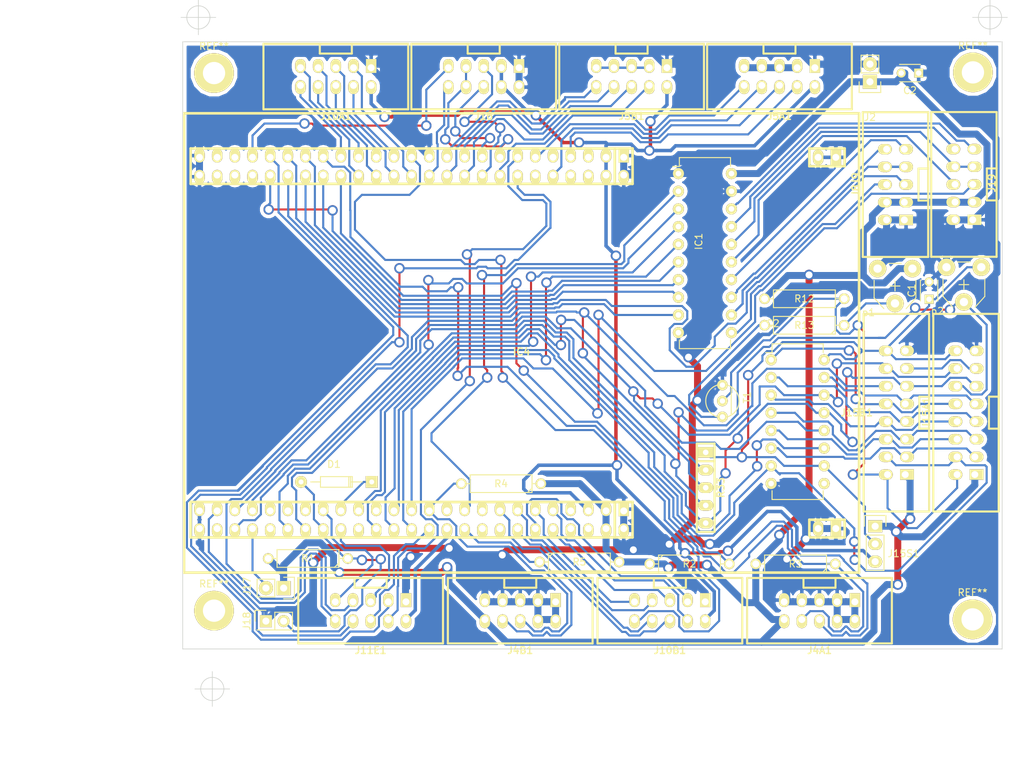
<source format=kicad_pcb>
(kicad_pcb (version 4) (host pcbnew 4.0.2-stable)
  (layers (0 F.Cu signal) (31 B.Cu signal) (35 F.Paste user) (37 F.SilkS user) (39 F.Mask user) (44 Edge.Cuts user))
  (net 0 "")
  (net 1 "Net-(C1-Pad1)")
  (net 2 GND)
  (net 3 +5V)
  (net 4 /PD0)
  (net 5 /PD1)
  (net 6 /PB8)
  (net 7 /PA15)
  (net 8 /PB3)
  (net 9 /PB5)
  (net 10 /PD10)
  (net 11 /PB12)
  (net 12 /PB13)
  (net 13 /PB15)
  (net 14 "Net-(IC1-Pad11)")
  (net 15 "Net-(IC1-Pad12)")
  (net 16 "Net-(IC1-Pad13)")
  (net 17 "Net-(IC1-Pad14)")
  (net 18 "Net-(IC1-Pad15)")
  (net 19 "Net-(IC1-Pad16)")
  (net 20 "Net-(IC1-Pad17)")
  (net 21 "Net-(IC1-Pad18)")
  (net 22 "Net-(IC2-Pad1)")
  (net 23 "Net-(IC2-Pad2)")
  (net 24 "Net-(IC2-Pad3)")
  (net 25 "Net-(IC2-Pad4)")
  (net 26 "Net-(IC2-Pad5)")
  (net 27 "Net-(IC2-Pad6)")
  (net 28 /PD7)
  (net 29 "Net-(IC2-Pad9)")
  (net 30 /PD6)
  (net 31 /PD3)
  (net 32 /PC11)
  (net 33 /PA8)
  (net 34 "Net-(IC2-Pad15)")
  (net 35 /PB10)
  (net 36 /PB11)
  (net 37 /PB6)
  (net 38 /PB9)
  (net 39 +3V3)
  (net 40 "Net-(J5A1-Pad3)")
  (net 41 /PC1)
  (net 42 /PC2)
  (net 43 /PA1)
  (net 44 /PA4)
  (net 45 "Net-(J5B1-Pad3)")
  (net 46 /PC4)
  (net 47 /PC5)
  (net 48 /PB0)
  (net 49 /PB1)
  (net 50 /PB14)
  (net 51 /PE8)
  (net 52 /PE9)
  (net 53 /PE10)
  (net 54 /PE11)
  (net 55 /PE12)
  (net 56 /PE13)
  (net 57 /PE14)
  (net 58 /PE15)
  (net 59 /PC13)
  (net 60 /PC14)
  (net 61 /PC15)
  (net 62 /PE2)
  (net 63 /PE4)
  (net 64 /PE5)
  (net 65 /PE6)
  (net 66 /PE7)
  (net 67 /PD9)
  (net 68 /PA3)
  (net 69 /PD2)
  (net 70 /PB7)
  (net 71 /PD8)
  (net 72 /PA2)
  (net 73 /PC12)
  (net 74 /PC6)
  (net 75 "Net-(J15A1-Pad2)")
  (net 76 /PC8)
  (net 77 "Net-(J15A1-Pad13)")
  (net 78 /PC9)
  (net 79 /PA6)
  (net 80 /PA7)
  (net 81 /PA5)
  (net 82 /PD11)
  (net 83 /PB2)
  (net 84 /PA9)
  (net 85 /PB4)
  (net 86 "Net-(R13-Pad1)")
  (net 87 "Net-(R13-Pad2)")
  (net 88 "Net-(IC4-Pad59)")
  (net 89 "Net-(IC4-Pad61)")
  (net 90 "Net-(IC4-Pad63)")
  (net 91 "Net-(IC4-Pad71)")
  (net 92 "Net-(IC4-Pad79)")
  (net 93 "Net-(IC4-Pad83)")
  (net 94 "Net-(IC4-Pad93)")
  (net 95 "Net-(IC4-Pad96)")
  (net 96 "Net-(IC4-Pad94)")
  (net 97 "Net-(IC4-Pad86)")
  (net 98 "Net-(IC4-Pad84)")
  (net 99 "Net-(IC4-Pad70)")
  (net 100 "Net-(IC4-Pad60)")
  (net 101 "Net-(IC4-Pad54)")
  (net 102 "Net-(IC4-Pad48)")
  (net 103 "Net-(IC4-Pad46)")
  (net 104 "Net-(IC4-Pad44)")
  (net 105 "Net-(IC4-Pad12)")
  (net 106 "Net-(IC4-Pad8)")
  (net 107 "Net-(IC4-Pad6)")
  (net 108 "Net-(IC4-Pad9)")
  (net 109 "Net-(IC4-Pad45)")
  (net 110 "Net-(IC4-Pad47)")
  (module Mounting_Holes:MountingHole_3.2mm_M3_ISO7380_Pad (layer F.Cu) (at 156.8 28.15)
    (fp_text reference REF** (at 0 -3.85) (layer F.SilkS))
    (fp_text value MountingHole_3mm)
    (pad 1 thru_hole circle (at 0 0) (size 5.7 5.7) (drill 3.2) (layers *.Cu *.Mask F.SilkS))
  )
  (module Housings_DIP:DIP-16_W7.62mm (layer F.Cu) (at 127.8 69.45)
    (fp_text reference IC2 (at 0 -5.22) (layer F.SilkS))
    (fp_text value 74HC595)
    (pad 1 thru_hole oval (at 0 0) (size 1.6 1.6) (drill 0.8) (layers *.Cu *.Mask F.SilkS) (net 22 "Net-(IC2-Pad1)"))
    (pad 2 thru_hole oval (at 0 2.54) (size 1.6 1.6) (drill 0.8) (layers *.Cu *.Mask F.SilkS) (net 23 "Net-(IC2-Pad2)"))
    (pad 3 thru_hole oval (at 0 5.08) (size 1.6 1.6) (drill 0.8) (layers *.Cu *.Mask F.SilkS) (net 24 "Net-(IC2-Pad3)"))
    (pad 4 thru_hole oval (at 0 7.62) (size 1.6 1.6) (drill 0.8) (layers *.Cu *.Mask F.SilkS) (net 25 "Net-(IC2-Pad4)"))
    (pad 5 thru_hole oval (at 0 10.16) (size 1.6 1.6) (drill 0.8) (layers *.Cu *.Mask F.SilkS) (net 26 "Net-(IC2-Pad5)"))
    (pad 6 thru_hole oval (at 0 12.7) (size 1.6 1.6) (drill 0.8) (layers *.Cu *.Mask F.SilkS) (net 27 "Net-(IC2-Pad6)"))
    (pad 7 thru_hole oval (at 0 15.24) (size 1.6 1.6) (drill 0.8) (layers *.Cu *.Mask F.SilkS) (net 28 /PD7))
    (pad 8 thru_hole oval (at 0 17.78) (size 1.6 1.6) (drill 0.8) (layers *.Cu *.Mask F.SilkS) (net 2 GND))
    (pad 9 thru_hole oval (at 7.62 17.78) (size 1.6 1.6) (drill 0.8) (layers *.Cu *.Mask F.SilkS) (net 29 "Net-(IC2-Pad9)"))
    (pad 10 thru_hole oval (at 7.62 15.24) (size 1.6 1.6) (drill 0.8) (layers *.Cu *.Mask F.SilkS) (net 1 "Net-(C1-Pad1)"))
    (pad 11 thru_hole oval (at 7.62 12.7) (size 1.6 1.6) (drill 0.8) (layers *.Cu *.Mask F.SilkS) (net 30 /PD6))
    (pad 12 thru_hole oval (at 7.62 10.16) (size 1.6 1.6) (drill 0.8) (layers *.Cu *.Mask F.SilkS) (net 31 /PD3))
    (pad 13 thru_hole oval (at 7.62 7.62) (size 1.6 1.6) (drill 0.8) (layers *.Cu *.Mask F.SilkS) (net 32 /PC11))
    (pad 14 thru_hole oval (at 7.62 5.08) (size 1.6 1.6) (drill 0.8) (layers *.Cu *.Mask F.SilkS) (net 33 /PA8))
    (pad 15 thru_hole oval (at 7.62 2.54) (size 1.6 1.6) (drill 0.8) (layers *.Cu *.Mask F.SilkS) (net 34 "Net-(IC2-Pad15)"))
    (pad 16 thru_hole oval (at 7.62 0) (size 1.6 1.6) (drill 0.8) (layers *.Cu *.Mask F.SilkS) (net 1 "Net-(C1-Pad1)"))
  )
  (module Housings_DIP:DIP-20_W7.62mm (layer F.Cu) (at 114.48 42.69)
    (fp_text reference IC1 (at 2.92 9.76 90) (layer F.SilkS))
    (fp_text value 74HCT541_PWR)
    (pad 1 thru_hole oval (at 0 0) (size 1.6 1.6) (drill 0.8) (layers *.Cu *.Mask F.SilkS) (net 2 GND))
    (pad 2 thru_hole oval (at 0 2.54) (size 1.6 1.6) (drill 0.8) (layers *.Cu *.Mask F.SilkS) (net 6 /PB8))
    (pad 3 thru_hole oval (at 0 5.08) (size 1.6 1.6) (drill 0.8) (layers *.Cu *.Mask F.SilkS) (net 7 /PA15))
    (pad 4 thru_hole oval (at 0 7.62) (size 1.6 1.6) (drill 0.8) (layers *.Cu *.Mask F.SilkS) (net 8 /PB3))
    (pad 5 thru_hole oval (at 0 10.16) (size 1.6 1.6) (drill 0.8) (layers *.Cu *.Mask F.SilkS) (net 9 /PB5))
    (pad 6 thru_hole oval (at 0 12.7) (size 1.6 1.6) (drill 0.8) (layers *.Cu *.Mask F.SilkS) (net 10 /PD10))
    (pad 7 thru_hole oval (at 0 15.24) (size 1.6 1.6) (drill 0.8) (layers *.Cu *.Mask F.SilkS) (net 11 /PB12))
    (pad 8 thru_hole oval (at 0 17.78) (size 1.6 1.6) (drill 0.8) (layers *.Cu *.Mask F.SilkS) (net 12 /PB13))
    (pad 9 thru_hole oval (at 0 20.32) (size 1.6 1.6) (drill 0.8) (layers *.Cu *.Mask F.SilkS) (net 13 /PB15))
    (pad 10 thru_hole oval (at 0 22.86) (size 1.6 1.6) (drill 0.8) (layers *.Cu *.Mask F.SilkS) (net 2 GND))
    (pad 11 thru_hole oval (at 7.62 22.86) (size 1.6 1.6) (drill 0.8) (layers *.Cu *.Mask F.SilkS) (net 14 "Net-(IC1-Pad11)"))
    (pad 12 thru_hole oval (at 7.62 20.32) (size 1.6 1.6) (drill 0.8) (layers *.Cu *.Mask F.SilkS) (net 15 "Net-(IC1-Pad12)"))
    (pad 13 thru_hole oval (at 7.62 17.78) (size 1.6 1.6) (drill 0.8) (layers *.Cu *.Mask F.SilkS) (net 16 "Net-(IC1-Pad13)"))
    (pad 14 thru_hole oval (at 7.62 15.24) (size 1.6 1.6) (drill 0.8) (layers *.Cu *.Mask F.SilkS) (net 17 "Net-(IC1-Pad14)"))
    (pad 15 thru_hole oval (at 7.62 12.7) (size 1.6 1.6) (drill 0.8) (layers *.Cu *.Mask F.SilkS) (net 18 "Net-(IC1-Pad15)"))
    (pad 16 thru_hole oval (at 7.62 10.16) (size 1.6 1.6) (drill 0.8) (layers *.Cu *.Mask F.SilkS) (net 19 "Net-(IC1-Pad16)"))
    (pad 17 thru_hole oval (at 7.62 7.62) (size 1.6 1.6) (drill 0.8) (layers *.Cu *.Mask F.SilkS) (net 20 "Net-(IC1-Pad17)"))
    (pad 18 thru_hole oval (at 7.62 5.08) (size 1.6 1.6) (drill 0.8) (layers *.Cu *.Mask F.SilkS) (net 21 "Net-(IC1-Pad18)"))
    (pad 19 thru_hole oval (at 7.62 2.54) (size 1.6 1.6) (drill 0.8) (layers *.Cu *.Mask F.SilkS) (net 2 GND))
    (pad 20 thru_hole oval (at 7.62 0) (size 1.6 1.6) (drill 0.8) (layers *.Cu *.Mask F.SilkS) (net 3 +5V))
  )
  (module w_conn_misc:stm32f4_discovery_header (layer F.Cu) (at 91.94 67.03)
    (fp_text reference IC4 (at 0 1.27) (layer F.SilkS) (effects (font (size 1.016 1.016) (thickness 0.2032))))
    (fp_text value STM32F4_Discovery_Header hide)
    (pad 51 thru_hole rect (at 45.16 26.67) (size 1.5 2.2) (drill 1.00076) (layers *.Cu *.Mask F.SilkS) (net 2 GND))
    (pad 52 thru_hole oval (at 42.62 26.67) (size 1.5 2.2) (drill 1.00076) (layers *.Cu *.Mask F.SilkS) (net 2 GND))
    (pad 51 thru_hole oval (at -46.28 24.13) (size 1.5 2) (drill 0.99822 (offset 0 -0.25)) (layers *.Cu *.Mask F.SilkS) (net 2 GND))
    (pad 53 thru_hole oval (at -43.74 24.13) (size 1.5 2) (drill 0.99822 (offset 0 -0.25)) (layers *.Cu *.Mask F.SilkS) (net 74 /PC6))
    (pad 55 thru_hole oval (at -41.2 24.13) (size 1.5 2) (drill 0.99822 (offset 0 -0.25)) (layers *.Cu *.Mask F.SilkS) (net 76 /PC8))
    (pad 57 thru_hole oval (at -38.66 24.13) (size 1.5 2) (drill 0.99822 (offset 0 -0.25)) (layers *.Cu *.Mask F.SilkS) (net 33 /PA8))
    (pad 59 thru_hole oval (at -36.12 24.13) (size 1.5 2) (drill 0.99822 (offset 0 -0.25)) (layers *.Cu *.Mask F.SilkS) (net 88 "Net-(IC4-Pad59)"))
    (pad 61 thru_hole oval (at -33.58 24.13) (size 1.5 2) (drill 0.99822 (offset 0 -0.25)) (layers *.Cu *.Mask F.SilkS) (net 89 "Net-(IC4-Pad61)"))
    (pad 63 thru_hole oval (at -31.04 24.13) (size 1.5 2) (drill 0.99822 (offset 0 -0.25)) (layers *.Cu *.Mask F.SilkS) (net 90 "Net-(IC4-Pad63)"))
    (pad 65 thru_hole oval (at -28.5 24.13) (size 1.5 2) (drill 0.99822 (offset 0 -0.25)) (layers *.Cu *.Mask F.SilkS) (net 73 /PC12))
    (pad 67 thru_hole oval (at -25.96 24.13) (size 1.5 2) (drill 0.99822 (offset 0 -0.25)) (layers *.Cu *.Mask F.SilkS) (net 5 /PD1))
    (pad 69 thru_hole oval (at -23.42 24.13) (size 1.5 2) (drill 0.99822 (offset 0 -0.25)) (layers *.Cu *.Mask F.SilkS) (net 31 /PD3))
    (pad 71 thru_hole oval (at -20.88 24.13) (size 1.5 2) (drill 0.99822 (offset 0 -0.25)) (layers *.Cu *.Mask F.SilkS) (net 91 "Net-(IC4-Pad71)"))
    (pad 73 thru_hole oval (at -18.34 24.13) (size 1.5 2) (drill 0.99822 (offset 0 -0.25)) (layers *.Cu *.Mask F.SilkS) (net 28 /PD7))
    (pad 75 thru_hole oval (at -15.8 24.13) (size 1.5 2) (drill 0.99822 (offset 0 -0.25)) (layers *.Cu *.Mask F.SilkS) (net 85 /PB4))
    (pad 77 thru_hole oval (at -13.26 24.13) (size 1.5 2) (drill 0.99822 (offset 0 -0.25)) (layers *.Cu *.Mask F.SilkS) (net 37 /PB6))
    (pad 79 thru_hole oval (at -10.72 24.13) (size 1.5 2) (drill 0.99822 (offset 0 -0.25)) (layers *.Cu *.Mask F.SilkS) (net 92 "Net-(IC4-Pad79)"))
    (pad 81 thru_hole oval (at -8.18 24.13) (size 1.5 2) (drill 0.99822 (offset 0 -0.25)) (layers *.Cu *.Mask F.SilkS) (net 6 /PB8))
    (pad 83 thru_hole oval (at -5.64 24.13) (size 1.5 2) (drill 0.99822 (offset 0 -0.25)) (layers *.Cu *.Mask F.SilkS) (net 93 "Net-(IC4-Pad83)"))
    (pad 85 thru_hole oval (at -3.1 24.13) (size 1.5 2) (drill 0.99822 (offset 0 -0.25)) (layers *.Cu *.Mask F.SilkS) (net 62 /PE2))
    (pad 87 thru_hole oval (at -0.56 24.13) (size 1.5 2) (drill 0.99822 (offset 0 -0.25)) (layers *.Cu *.Mask F.SilkS) (net 63 /PE4))
    (pad 89 thru_hole oval (at 1.98 24.13) (size 1.5 2) (drill 0.99822 (offset 0 -0.25)) (layers *.Cu *.Mask F.SilkS) (net 65 /PE6))
    (pad 91 thru_hole oval (at 4.52 24.13) (size 1.5 2) (drill 0.99822 (offset 0 -0.25)) (layers *.Cu *.Mask F.SilkS) (net 60 /PC14))
    (pad 93 thru_hole oval (at 7.06 24.13) (size 1.5 2) (drill 0.99822 (offset 0 -0.25)) (layers *.Cu *.Mask F.SilkS) (net 94 "Net-(IC4-Pad93)"))
    (pad 95 thru_hole oval (at 9.6 24.13) (size 1.5 2) (drill 0.99822 (offset 0 -0.25)) (layers *.Cu *.Mask F.SilkS) (net 39 +3V3))
    (pad 97 thru_hole oval (at 12.14 24.13) (size 1.5 2) (drill 0.99822 (offset 0 -0.25)) (layers *.Cu *.Mask F.SilkS) (net 3 +5V))
    (pad 99 thru_hole rect (at 14.68 24.13) (size 1.5 2) (drill 1.00076 (offset 0 -0.25)) (layers *.Cu *.Mask F.SilkS) (net 2 GND))
    (pad 100 thru_hole oval (at 14.68 26.67) (size 1.5 2) (drill 1.00076 (offset 0 0.25)) (layers *.Cu *.Mask F.SilkS) (net 2 GND))
    (pad 98 thru_hole oval (at 12.14 26.67) (size 1.5 2) (drill 1.00076 (offset 0 0.25)) (layers *.Cu *.Mask F.SilkS) (net 3 +5V))
    (pad 96 thru_hole oval (at 9.6 26.67) (size 1.5 2) (drill 1.00076 (offset 0 0.25)) (layers *.Cu *.Mask F.SilkS) (net 95 "Net-(IC4-Pad96)"))
    (pad 94 thru_hole oval (at 7.06 26.67) (size 1.5 2) (drill 1.00076 (offset 0 0.25)) (layers *.Cu *.Mask F.SilkS) (net 96 "Net-(IC4-Pad94)"))
    (pad 92 thru_hole oval (at 4.52 26.67) (size 1.5 2) (drill 1.00076 (offset 0 0.25)) (layers *.Cu *.Mask F.SilkS) (net 61 /PC15))
    (pad 90 thru_hole oval (at 1.98 26.67) (size 1.5 2) (drill 1.00076 (offset 0 0.25)) (layers *.Cu *.Mask F.SilkS) (net 59 /PC13))
    (pad 88 thru_hole oval (at -0.56 26.67) (size 1.5 2) (drill 1.00076 (offset 0 0.25)) (layers *.Cu *.Mask F.SilkS) (net 64 /PE5))
    (pad 86 thru_hole oval (at -3.1 26.67) (size 1.5 2) (drill 1.00076 (offset 0 0.25)) (layers *.Cu *.Mask F.SilkS) (net 97 "Net-(IC4-Pad86)"))
    (pad 84 thru_hole oval (at -5.64 26.67) (size 1.5 2) (drill 1.00076 (offset 0 0.25)) (layers *.Cu *.Mask F.SilkS) (net 98 "Net-(IC4-Pad84)"))
    (pad 82 thru_hole oval (at -8.18 26.67) (size 1.5 2) (drill 1.00076 (offset 0 0.25)) (layers *.Cu *.Mask F.SilkS) (net 38 /PB9))
    (pad 80 thru_hole oval (at -10.72 26.67) (size 1.5 2) (drill 1.00076 (offset 0 0.25)) (layers *.Cu *.Mask F.SilkS) (net 39 +3V3))
    (pad 78 thru_hole oval (at -13.26 26.67) (size 1.5 2) (drill 1.00076 (offset 0 0.25)) (layers *.Cu *.Mask F.SilkS) (net 70 /PB7))
    (pad 76 thru_hole oval (at -15.8 26.67) (size 1.5 2) (drill 1.00076 (offset 0 0.25)) (layers *.Cu *.Mask F.SilkS) (net 9 /PB5))
    (pad 74 thru_hole oval (at -18.34 26.67) (size 1.5 2) (drill 1.00076 (offset 0 0.25)) (layers *.Cu *.Mask F.SilkS) (net 8 /PB3))
    (pad 72 thru_hole oval (at -20.88 26.67) (size 1.5 2) (drill 1.00076 (offset 0 0.25)) (layers *.Cu *.Mask F.SilkS) (net 30 /PD6))
    (pad 70 thru_hole oval (at -23.42 26.67) (size 1.5 2) (drill 1.00076 (offset 0 0.25)) (layers *.Cu *.Mask F.SilkS) (net 99 "Net-(IC4-Pad70)"))
    (pad 68 thru_hole oval (at -25.96 26.67) (size 1.5 2) (drill 1.00076 (offset 0 0.25)) (layers *.Cu *.Mask F.SilkS) (net 69 /PD2))
    (pad 66 thru_hole oval (at -28.5 26.67) (size 1.5 2) (drill 1.00076 (offset 0 0.25)) (layers *.Cu *.Mask F.SilkS) (net 4 /PD0))
    (pad 64 thru_hole oval (at -31.04 26.67) (size 1.5 2) (drill 1.00076 (offset 0 0.25)) (layers *.Cu *.Mask F.SilkS) (net 32 /PC11))
    (pad 62 thru_hole oval (at -33.58 26.67) (size 1.5 2) (drill 1.00076 (offset 0 0.25)) (layers *.Cu *.Mask F.SilkS) (net 7 /PA15))
    (pad 60 thru_hole oval (at -36.12 26.67) (size 1.5 2) (drill 1.00076 (offset 0 0.25)) (layers *.Cu *.Mask F.SilkS) (net 100 "Net-(IC4-Pad60)"))
    (pad 58 thru_hole oval (at -38.66 26.67) (size 1.5 2) (drill 1.00076 (offset 0 0.25)) (layers *.Cu *.Mask F.SilkS) (net 84 /PA9))
    (pad 56 thru_hole oval (at -41.2 26.67) (size 1.5 2) (drill 1.00076 (offset 0 0.25)) (layers *.Cu *.Mask F.SilkS) (net 78 /PC9))
    (pad 54 thru_hole oval (at -43.74 26.67) (size 1.5 2) (drill 1.00076 (offset 0 0.25)) (layers *.Cu *.Mask F.SilkS) (net 101 "Net-(IC4-Pad54)"))
    (pad 52 thru_hole oval (at -46.28 26.67) (size 1.5 2) (drill 1.00076 (offset 0 0.25)) (layers *.Cu *.Mask F.SilkS) (net 2 GND))
    (pad 50 thru_hole oval (at -46.28 -24.13) (size 1.5 2) (drill 1.00076 (offset 0 0.25)) (layers *.Cu *.Mask F.SilkS) (net 2 GND))
    (pad 48 thru_hole oval (at -43.74 -24.13) (size 1.5 2) (drill 1.00076 (offset 0 0.25)) (layers *.Cu *.Mask F.SilkS) (net 102 "Net-(IC4-Pad48)"))
    (pad 46 thru_hole oval (at -41.2 -24.13) (size 1.5 2) (drill 1.00076 (offset 0 0.25)) (layers *.Cu *.Mask F.SilkS) (net 103 "Net-(IC4-Pad46)"))
    (pad 44 thru_hole oval (at -38.66 -24.13) (size 1.5 2) (drill 1.00076 (offset 0 0.25)) (layers *.Cu *.Mask F.SilkS) (net 104 "Net-(IC4-Pad44)"))
    (pad 42 thru_hole oval (at -36.12 -24.13) (size 1.5 2) (drill 1.00076 (offset 0 0.25)) (layers *.Cu *.Mask F.SilkS) (net 10 /PD10))
    (pad 40 thru_hole oval (at -33.58 -24.13) (size 1.5 2) (drill 1.00076 (offset 0 0.25)) (layers *.Cu *.Mask F.SilkS) (net 71 /PD8))
    (pad 38 thru_hole oval (at -31.04 -24.13) (size 1.5 2) (drill 1.00076 (offset 0 0.25)) (layers *.Cu *.Mask F.SilkS) (net 50 /PB14))
    (pad 36 thru_hole oval (at -28.5 -24.13) (size 1.5 2) (drill 1.00076 (offset 0 0.25)) (layers *.Cu *.Mask F.SilkS) (net 11 /PB12))
    (pad 34 thru_hole oval (at -25.96 -24.13) (size 1.5 2) (drill 1.00076 (offset 0 0.25)) (layers *.Cu *.Mask F.SilkS) (net 35 /PB10))
    (pad 32 thru_hole oval (at -23.42 -24.13) (size 1.5 2) (drill 1.00076 (offset 0 0.25)) (layers *.Cu *.Mask F.SilkS) (net 57 /PE14))
    (pad 30 thru_hole oval (at -20.88 -24.13) (size 1.5 2) (drill 1.00076 (offset 0 0.25)) (layers *.Cu *.Mask F.SilkS) (net 55 /PE12))
    (pad 28 thru_hole oval (at -18.34 -24.13) (size 1.5 2) (drill 1.00076 (offset 0 0.25)) (layers *.Cu *.Mask F.SilkS) (net 53 /PE10))
    (pad 26 thru_hole oval (at -15.8 -24.13) (size 1.5 2) (drill 1.00076 (offset 0 0.25)) (layers *.Cu *.Mask F.SilkS) (net 51 /PE8))
    (pad 24 thru_hole oval (at -13.26 -24.13) (size 1.5 2) (drill 1.00076 (offset 0 0.25)) (layers *.Cu *.Mask F.SilkS) (net 83 /PB2))
    (pad 22 thru_hole oval (at -10.72 -24.13) (size 1.5 2) (drill 1.00076 (offset 0 0.25)) (layers *.Cu *.Mask F.SilkS) (net 48 /PB0))
    (pad 20 thru_hole oval (at -8.18 -24.13) (size 1.5 2) (drill 1.00076 (offset 0 0.25)) (layers *.Cu *.Mask F.SilkS) (net 46 /PC4))
    (pad 18 thru_hole oval (at -5.64 -24.13) (size 1.5 2) (drill 1.00076 (offset 0 0.25)) (layers *.Cu *.Mask F.SilkS) (net 79 /PA6))
    (pad 16 thru_hole oval (at -3.1 -24.13) (size 1.5 2) (drill 1.00076 (offset 0 0.25)) (layers *.Cu *.Mask F.SilkS) (net 44 /PA4))
    (pad 14 thru_hole oval (at -0.56 -24.13) (size 1.5 2) (drill 1.00076 (offset 0 0.25)) (layers *.Cu *.Mask F.SilkS) (net 72 /PA2))
    (pad 12 thru_hole oval (at 1.98 -24.13) (size 1.5 2) (drill 1.00076 (offset 0 0.25)) (layers *.Cu *.Mask F.SilkS) (net 105 "Net-(IC4-Pad12)"))
    (pad 10 thru_hole oval (at 4.52 -24.13) (size 1.5 2) (drill 1.00076 (offset 0 0.25)) (layers *.Cu *.Mask F.SilkS) (net 42 /PC2))
    (pad 8 thru_hole oval (at 7.06 -24.13) (size 1.5 2) (drill 1.00076 (offset 0 0.25)) (layers *.Cu *.Mask F.SilkS) (net 106 "Net-(IC4-Pad8)"))
    (pad 6 thru_hole oval (at 9.6 -24.13) (size 1.5 2) (drill 1.00076 (offset 0 0.25)) (layers *.Cu *.Mask F.SilkS) (net 107 "Net-(IC4-Pad6)"))
    (pad 4 thru_hole oval (at 12.14 -24.13) (size 1.5 2) (drill 1.00076 (offset 0 0.25)) (layers *.Cu *.Mask F.SilkS) (net 39 +3V3))
    (pad 2 thru_hole oval (at 14.68 -24.13) (size 1.5 2) (drill 1.00076 (offset 0 0.25)) (layers *.Cu *.Mask F.SilkS) (net 2 GND))
    (pad 1 thru_hole rect (at 14.68 -26.67) (size 1.5 2) (drill 1.00076 (offset 0 -0.25)) (layers *.Cu *.Mask F.SilkS) (net 2 GND))
    (pad 3 thru_hole oval (at 12.14 -26.67) (size 1.5 2) (drill 0.99822 (offset 0 -0.25)) (layers *.Cu *.Mask F.SilkS) (net 39 +3V3))
    (pad 5 thru_hole oval (at 9.6 -26.67) (size 1.5 2) (drill 0.99822 (offset 0 -0.25)) (layers *.Cu *.Mask F.SilkS) (net 2 GND))
    (pad 7 thru_hole oval (at 7.06 -26.67) (size 1.5 2) (drill 0.99822 (offset 0 -0.25)) (layers *.Cu *.Mask F.SilkS) (net 41 /PC1))
    (pad 9 thru_hole oval (at 4.52 -26.67) (size 1.5 2) (drill 0.99822 (offset 0 -0.25)) (layers *.Cu *.Mask F.SilkS) (net 108 "Net-(IC4-Pad9)"))
    (pad 11 thru_hole oval (at 1.98 -26.67) (size 1.5 2) (drill 0.99822 (offset 0 -0.25)) (layers *.Cu *.Mask F.SilkS) (net 43 /PA1))
    (pad 13 thru_hole oval (at -0.56 -26.67) (size 1.5 2) (drill 0.99822 (offset 0 -0.25)) (layers *.Cu *.Mask F.SilkS) (net 68 /PA3))
    (pad 15 thru_hole oval (at -3.1 -26.67) (size 1.5 2) (drill 0.99822 (offset 0 -0.25)) (layers *.Cu *.Mask F.SilkS) (net 81 /PA5))
    (pad 17 thru_hole oval (at -5.64 -26.67) (size 1.5 2) (drill 0.99822 (offset 0 -0.25)) (layers *.Cu *.Mask F.SilkS) (net 80 /PA7))
    (pad 19 thru_hole oval (at -8.18 -26.67) (size 1.5 2) (drill 0.99822 (offset 0 -0.25)) (layers *.Cu *.Mask F.SilkS) (net 47 /PC5))
    (pad 21 thru_hole oval (at -10.72 -26.67) (size 1.5 2) (drill 0.99822 (offset 0 -0.25)) (layers *.Cu *.Mask F.SilkS) (net 49 /PB1))
    (pad 23 thru_hole oval (at -13.26 -26.67) (size 1.5 2) (drill 0.99822 (offset 0 -0.25)) (layers *.Cu *.Mask F.SilkS) (net 2 GND))
    (pad 25 thru_hole oval (at -15.8 -26.67) (size 1.5 2) (drill 0.99822 (offset 0 -0.25)) (layers *.Cu *.Mask F.SilkS) (net 66 /PE7))
    (pad 27 thru_hole oval (at -18.34 -26.67) (size 1.5 2) (drill 0.99822 (offset 0 -0.25)) (layers *.Cu *.Mask F.SilkS) (net 52 /PE9))
    (pad 29 thru_hole oval (at -20.88 -26.67) (size 1.5 2) (drill 0.99822 (offset 0 -0.25)) (layers *.Cu *.Mask F.SilkS) (net 54 /PE11))
    (pad 31 thru_hole oval (at -23.42 -26.67) (size 1.5 2) (drill 0.99822 (offset 0 -0.25)) (layers *.Cu *.Mask F.SilkS) (net 56 /PE13))
    (pad 33 thru_hole oval (at -25.96 -26.67) (size 1.5 2) (drill 0.99822 (offset 0 -0.25)) (layers *.Cu *.Mask F.SilkS) (net 58 /PE15))
    (pad 35 thru_hole oval (at -28.5 -26.67) (size 1.5 2) (drill 0.99822 (offset 0 -0.25)) (layers *.Cu *.Mask F.SilkS) (net 36 /PB11))
    (pad 37 thru_hole oval (at -31.04 -26.67) (size 1.5 2) (drill 0.99822 (offset 0 -0.25)) (layers *.Cu *.Mask F.SilkS) (net 12 /PB13))
    (pad 39 thru_hole oval (at -33.58 -26.67) (size 1.5 2) (drill 0.99822 (offset 0 -0.25)) (layers *.Cu *.Mask F.SilkS) (net 13 /PB15))
    (pad 41 thru_hole oval (at -36.12 -26.67) (size 1.5 2) (drill 0.99822 (offset 0 -0.25)) (layers *.Cu *.Mask F.SilkS) (net 67 /PD9))
    (pad 43 thru_hole oval (at -38.66 -26.67) (size 1.5 2) (drill 0.99822 (offset 0 -0.25)) (layers *.Cu *.Mask F.SilkS) (net 82 /PD11))
    (pad 45 thru_hole oval (at -41.2 -26.67) (size 1.5 2) (drill 0.99822 (offset 0 -0.25)) (layers *.Cu *.Mask F.SilkS) (net 109 "Net-(IC4-Pad45)"))
    (pad 47 thru_hole oval (at -43.74 -26.67) (size 1.5 2) (drill 0.99822 (offset 0 -0.25)) (layers *.Cu *.Mask F.SilkS) (net 110 "Net-(IC4-Pad47)"))
    (pad 49 thru_hole oval (at -46.28 -26.67) (size 1.5 2) (drill 0.99822 (offset 0 -0.25)) (layers *.Cu *.Mask F.SilkS) (net 2 GND))
    (pad 50 thru_hole oval (at 42.62 -26.67) (size 1.5 2.2) (drill 1.00076) (layers *.Cu *.Mask F.SilkS) (net 2 GND))
    (pad 49 thru_hole rect (at 45.16 -26.67) (size 1.5 2.2) (drill 1.00076) (layers *.Cu *.Mask F.SilkS) (net 2 GND))
  )
  (module Diodes_ThroughHole:Diode_DO-35_SOD27_Horizontal_RM10 (layer F.Cu) (at 70.41052 86.99746 180)
    (fp_text reference D1 (at 5.43052 2.53746 180) (layer F.SilkS))
    (fp_text value D)
    (pad 2 thru_hole circle (at 10.16052 -0.00254) (size 1.69926 1.69926) (drill 0.70104) (layers *.Cu *.Mask F.SilkS) (net 4 /PD0))
    (pad 1 thru_hole rect (at 0.00052 -0.00254) (size 1.69926 1.69926) (drill 0.70104) (layers *.Cu *.Mask F.SilkS) (net 5 /PD1))
  )
  (module Pin_Headers:Pin_Header_Straight_1x02 (layer F.Cu) (at 142 29.5 180)
    (fp_text reference J2 (at 0 -5.1 180) (layer F.SilkS))
    (fp_text value CONN_2)
    (pad 1 thru_hole rect (at 0 0 180) (size 2.032 2.032) (drill 1.016) (layers *.Cu *.Mask F.SilkS) (net 3 +5V))
    (pad 2 thru_hole oval (at 0 2.54 180) (size 2.032 2.032) (drill 1.016) (layers *.Cu *.Mask F.SilkS) (net 2 GND))
  )
  (module Pin_Headers:Pin_Header_Straight_1x03 (layer F.Cu) (at 142.75 93.37)
    (fp_text reference J15S1 (at 4.09 3.92) (layer F.SilkS))
    (fp_text value CONN_01X03)
    (pad 1 thru_hole rect (at 0 0) (size 2.032 1.7272) (drill 1.016) (layers *.Cu *.Mask F.SilkS) (net 3 +5V))
    (pad 2 thru_hole oval (at 0 2.54) (size 2.032 1.7272) (drill 1.016) (layers *.Cu *.Mask F.SilkS) (net 1 "Net-(C1-Pad1)"))
    (pad 3 thru_hole oval (at 0 5.08) (size 2.032 1.7272) (drill 1.016) (layers *.Cu *.Mask F.SilkS) (net 39 +3V3))
  )
  (module Pin_Headers:Pin_Header_Straight_1x02 (layer F.Cu) (at 57.75 102.25 270)
    (fp_text reference J17 (at -0.25 5.25 270) (layer F.SilkS))
    (fp_text value CONN_01X02)
    (pad 1 thru_hole rect (at 0 0 270) (size 2.032 2.032) (drill 1.016) (layers *.Cu *.Mask F.SilkS) (net 3 +5V))
    (pad 2 thru_hole oval (at 0 2.54 270) (size 2.032 2.032) (drill 1.016) (layers *.Cu *.Mask F.SilkS) (net 84 /PA9))
  )
  (module w_pth_resistors:r-sil_5 (layer F.Cu) (at 118.4 87.83 270)
    (fp_text reference R33 (at 0 -2.159 270) (layer F.SilkS) (effects (font (size 1.016 1.016) (thickness 0.2032))))
    (fp_text value R-SIL_4 hide)
    (pad 1 thru_hole rect (at -5.08 0 270) (size 1.524 2.19964) (drill 0.8001) (layers *.Cu *.Mask F.SilkS) (net 1 "Net-(C1-Pad1)"))
    (pad 2 thru_hole oval (at -2.54 0 270) (size 1.524 2.19964) (drill 0.8001) (layers *.Cu *.Mask F.SilkS) (net 33 /PA8))
    (pad 3 thru_hole oval (at 0 0 270) (size 1.524 2.19964) (drill 0.8001) (layers *.Cu *.Mask F.SilkS) (net 76 /PC8))
    (pad 4 thru_hole oval (at 2.54 0 270) (size 1.524 2.19964) (drill 0.8001) (layers *.Cu *.Mask F.SilkS) (net 78 /PC9))
    (pad 5 thru_hole oval (at 5.08 0 270) (size 1.524 2.19964) (drill 0.8001) (layers *.Cu *.Mask F.SilkS) (net 32 /PC11))
  )
  (module Discret:R4-5 (layer F.Cu) (at 61.25 98 180)
    (fp_text reference R1 (at 0 0 180) (layer F.SilkS))
    (fp_text value R)
    (pad 1 thru_hole circle (at -5.715 0 180) (size 1.524 1.524) (drill 1.016) (layers *.Cu *.Mask F.SilkS) (net 4 /PD0))
    (pad 2 thru_hole circle (at 5.715 0 180) (size 1.524 1.524) (drill 1.016) (layers *.Cu *.Mask F.SilkS) (net 3 +5V))
  )
  (module Discret:R4-5 (layer F.Cu) (at 131.31 98.78 180)
    (fp_text reference R3 (at 0 0 180) (layer F.SilkS))
    (fp_text value R)
    (pad 1 thru_hole circle (at -5.715 0 180) (size 1.524 1.524) (drill 1.016) (layers *.Cu *.Mask F.SilkS) (net 36 /PB11))
    (pad 2 thru_hole circle (at 5.715 0 180) (size 1.524 1.524) (drill 1.016) (layers *.Cu *.Mask F.SilkS) (net 3 +5V))
  )
  (module Discret:R4-5 (layer F.Cu) (at 100.25 98.5)
    (fp_text reference R5 (at 0 0) (layer F.SilkS))
    (fp_text value R)
    (pad 1 thru_hole circle (at -5.715 0) (size 1.524 1.524) (drill 1.016) (layers *.Cu *.Mask F.SilkS) (net 38 /PB9))
    (pad 2 thru_hole circle (at 5.715 0) (size 1.524 1.524) (drill 1.016) (layers *.Cu *.Mask F.SilkS) (net 3 +5V))
  )
  (module Discret:R4-5 (layer F.Cu) (at 132.58 64.49 180)
    (fp_text reference R13 (at 0 0 180) (layer F.SilkS))
    (fp_text value R)
    (pad 1 thru_hole circle (at -5.715 0 180) (size 1.524 1.524) (drill 1.016) (layers *.Cu *.Mask F.SilkS) (net 86 "Net-(R13-Pad1)"))
    (pad 2 thru_hole circle (at 5.715 0 180) (size 1.524 1.524) (drill 1.016) (layers *.Cu *.Mask F.SilkS) (net 87 "Net-(R13-Pad2)"))
  )
  (module Discret:R4-5 (layer F.Cu) (at 89 87.25 180)
    (fp_text reference R4 (at 0 0 180) (layer F.SilkS))
    (fp_text value R)
    (pad 1 thru_hole circle (at -5.715 0 180) (size 1.524 1.524) (drill 1.016) (layers *.Cu *.Mask F.SilkS) (net 3 +5V))
    (pad 2 thru_hole circle (at 5.715 0 180) (size 1.524 1.524) (drill 1.016) (layers *.Cu *.Mask F.SilkS) (net 37 /PB6))
  )
  (module Discret:R4-5 (layer F.Cu) (at 116.07 98.78)
    (fp_text reference R2 (at 0 0) (layer F.SilkS))
    (fp_text value R)
    (pad 1 thru_hole circle (at -5.715 0) (size 1.524 1.524) (drill 1.016) (layers *.Cu *.Mask F.SilkS) (net 3 +5V))
    (pad 2 thru_hole circle (at 5.715 0) (size 1.524 1.524) (drill 1.016) (layers *.Cu *.Mask F.SilkS) (net 35 /PB10))
  )
  (module Discret:R4-5 (layer F.Cu) (at 132.58 60.68)
    (fp_text reference R12 (at 0 0) (layer F.SilkS))
    (fp_text value R)
    (pad 1 thru_hole circle (at -5.715 0) (size 1.524 1.524) (drill 1.016) (layers *.Cu *.Mask F.SilkS) (net 3 +5V))
    (pad 2 thru_hole circle (at 5.715 0) (size 1.524 1.524) (drill 1.016) (layers *.Cu *.Mask F.SilkS) (net 75 "Net-(J15A1-Pad2)"))
  )
  (module Potentiometers:Potentiometer_VishaySpectrol-Econtrim-Type36T (layer F.Cu) (at 157.99936 56.15128 180)
    (fp_text reference p2 (at 6.30936 -6.30936 180) (layer F.SilkS))
    (fp_text value POT)
    (pad 2 thru_hole circle (at 2.49936 -4.99872 180) (size 2.49936 2.49936) (drill 1.19888) (layers *.Cu *.Mask F.SilkS) (net 76 /PC8))
    (pad 3 thru_hole circle (at 4.99872 0 180) (size 2.49936 2.49936) (drill 1.19888) (layers *.Cu *.Mask F.SilkS) (net 2 GND))
    (pad 1 thru_hole circle (at 0 0 180) (size 2.49936 2.49936) (drill 1.19888) (layers *.Cu *.Mask F.SilkS) (net 1 "Net-(C1-Pad1)"))
  )
  (module Potentiometers:Potentiometer_VishaySpectrol-Econtrim-Type36T (layer F.Cu) (at 148.1 56.35 180)
    (fp_text reference p1 (at 6.30936 -6.30936 180) (layer F.SilkS))
    (fp_text value POT)
    (pad 2 thru_hole circle (at 2.49936 -4.99872 180) (size 2.49936 2.49936) (drill 1.19888) (layers *.Cu *.Mask F.SilkS) (net 86 "Net-(R13-Pad1)"))
    (pad 3 thru_hole circle (at 4.99872 0 180) (size 2.49936 2.49936) (drill 1.19888) (layers *.Cu *.Mask F.SilkS) (net 2 GND))
    (pad 1 thru_hole circle (at 0 0 180) (size 2.49936 2.49936) (drill 1.19888) (layers *.Cu *.Mask F.SilkS) (net 3 +5V))
  )
  (module Pin_Headers:Pin_Header_Straight_2x01 (layer F.Cu) (at 55.21 107)
    (fp_text reference J18 (at -2.75 0 270) (layer F.SilkS))
    (fp_text value CONN_2)
    (pad 1 thru_hole rect (at 0 0) (size 1.7272 1.7272) (drill 1.016) (layers *.Cu *.Mask F.SilkS) (net 2 GND))
    (pad 2 thru_hole oval (at 2.54 0) (size 1.7272 1.7272) (drill 1.016) (layers *.Cu *.Mask F.SilkS) (net 4 /PD0))
  )
  (module "empreinte ksir:bc337" (layer F.Cu) (at 120.8 75.364 90)
    (fp_text reference T1 (at 0.508 3.556 90) (layer F.SilkS))
    (fp_text value BC817-40)
    (pad 3 thru_hole circle (at 0 0 90) (size 1.524 1.524) (drill 0.762) (layers *.Cu *.Mask F.SilkS) (net 75 "Net-(J15A1-Pad2)"))
    (pad 2 thru_hole circle (at 2.286 0 90) (size 1.524 1.524) (drill 0.762) (layers *.Cu *.Mask F.SilkS) (net 2 GND))
    (pad 1 thru_hole circle (at -2.286 0 90) (size 1.524 1.524) (drill 0.762) (layers *.Cu *.Mask F.SilkS) (net 87 "Net-(R13-Pad2)"))
  )
  (module w_conn_strip:vasch_strip_5x2 (layer F.Cu) (at 155.5 44.25 90)
    (fp_text reference J19 (at 0.2 4 90) (layer F.SilkS) (effects (font (thickness 0.2032))))
    (fp_text value CONN_02X05 hide)
    (pad 9 thru_hole oval (at 5.08 1.27 90) (size 1.5 2) (drill 1 (offset 0 0.25)) (layers *.Cu *.Mask F.SilkS) (net 21 "Net-(IC1-Pad18)"))
    (pad 10 thru_hole oval (at 5.08 -1.27 90) (size 1.5 2) (drill 1 (offset 0 -0.25)) (layers *.Cu *.Mask F.SilkS) (net 20 "Net-(IC1-Pad17)"))
    (pad 8 thru_hole oval (at 2.54 -1.27 90) (size 1.5 2) (drill 1 (offset 0 -0.25)) (layers *.Cu *.Mask F.SilkS) (net 19 "Net-(IC1-Pad16)"))
    (pad 7 thru_hole oval (at 2.54 1.27 90) (size 1.5 2) (drill 1 (offset 0 0.25)) (layers *.Cu *.Mask F.SilkS) (net 19 "Net-(IC1-Pad16)"))
    (pad 1 thru_hole rect (at -5.08 1.27 90) (size 1.5 2) (drill 1 (offset 0 0.25)) (layers *.Cu *.Mask F.SilkS) (net 2 GND))
    (pad 2 thru_hole oval (at -5.08 -1.27 90) (size 1.5 2) (drill 1 (offset 0 -0.25)) (layers *.Cu *.Mask F.SilkS) (net 2 GND))
    (pad 3 thru_hole oval (at -2.54 1.27 90) (size 1.5 2) (drill 1 (offset 0 0.25)) (layers *.Cu *.Mask F.SilkS) (net 3 +5V))
    (pad 4 thru_hole oval (at -2.54 -1.27 90) (size 1.5 2) (drill 1 (offset 0 -0.25)) (layers *.Cu *.Mask F.SilkS) (net 3 +5V))
    (pad 5 thru_hole oval (at 0 1.27 90) (size 1.5 2) (drill 1 (offset 0 0.25)) (layers *.Cu *.Mask F.SilkS) (net 85 /PB4))
    (pad 6 thru_hole oval (at 0 -1.27 90) (size 1.5 2) (drill 1 (offset 0 -0.25)) (layers *.Cu *.Mask F.SilkS) (net 18 "Net-(IC1-Pad15)"))
  )
  (module w_conn_strip:vasch_strip_5x2 (layer F.Cu) (at 86.5 28.75 180)
    (fp_text reference J16 (at 0 -5.7 180) (layer F.SilkS) (effects (font (thickness 0.2032))))
    (fp_text value CONN_02X05 hide)
    (pad 9 thru_hole oval (at 5.08 1.27 180) (size 1.5 2) (drill 1 (offset 0 0.25)) (layers *.Cu *.Mask F.SilkS) (net 82 /PD11))
    (pad 10 thru_hole oval (at 5.08 -1.27 180) (size 1.5 2) (drill 1 (offset 0 -0.25)) (layers *.Cu *.Mask F.SilkS) (net 83 /PB2))
    (pad 8 thru_hole oval (at 2.54 -1.27 180) (size 1.5 2) (drill 1 (offset 0 -0.25)) (layers *.Cu *.Mask F.SilkS) (net 81 /PA5))
    (pad 7 thru_hole oval (at 2.54 1.27 180) (size 1.5 2) (drill 1 (offset 0 0.25)) (layers *.Cu *.Mask F.SilkS) (net 81 /PA5))
    (pad 1 thru_hole rect (at -5.08 1.27 180) (size 1.5 2) (drill 1 (offset 0 0.25)) (layers *.Cu *.Mask F.SilkS) (net 2 GND))
    (pad 2 thru_hole oval (at -5.08 -1.27 180) (size 1.5 2) (drill 1 (offset 0 -0.25)) (layers *.Cu *.Mask F.SilkS) (net 2 GND))
    (pad 3 thru_hole oval (at -2.54 1.27 180) (size 1.5 2) (drill 1 (offset 0 0.25)) (layers *.Cu *.Mask F.SilkS) (net 39 +3V3))
    (pad 4 thru_hole oval (at -2.54 -1.27 180) (size 1.5 2) (drill 1 (offset 0 -0.25)) (layers *.Cu *.Mask F.SilkS) (net 39 +3V3))
    (pad 5 thru_hole oval (at 0 1.27 180) (size 1.5 2) (drill 1 (offset 0 0.25)) (layers *.Cu *.Mask F.SilkS) (net 79 /PA6))
    (pad 6 thru_hole oval (at 0 -1.27 180) (size 1.5 2) (drill 1 (offset 0 -0.25)) (layers *.Cu *.Mask F.SilkS) (net 80 /PA7))
  )
  (module w_conn_strip:vasch_strip_5x2 (layer F.Cu) (at 70.25 105.5 180)
    (fp_text reference J11E1 (at 0 -5.7 180) (layer F.SilkS) (effects (font (thickness 0.2032))))
    (fp_text value CONN_02X05 hide)
    (pad 9 thru_hole oval (at 5.08 1.27 180) (size 1.5 2) (drill 1 (offset 0 0.25)) (layers *.Cu *.Mask F.SilkS) (net 73 /PC12))
    (pad 10 thru_hole oval (at 5.08 -1.27 180) (size 1.5 2) (drill 1 (offset 0 -0.25)) (layers *.Cu *.Mask F.SilkS) (net 74 /PC6))
    (pad 8 thru_hole oval (at 2.54 -1.27 180) (size 1.5 2) (drill 1 (offset 0 -0.25)) (layers *.Cu *.Mask F.SilkS) (net 72 /PA2))
    (pad 7 thru_hole oval (at 2.54 1.27 180) (size 1.5 2) (drill 1 (offset 0 0.25)) (layers *.Cu *.Mask F.SilkS) (net 71 /PD8))
    (pad 1 thru_hole rect (at -5.08 1.27 180) (size 1.5 2) (drill 1 (offset 0 0.25)) (layers *.Cu *.Mask F.SilkS) (net 2 GND))
    (pad 2 thru_hole oval (at -5.08 -1.27 180) (size 1.5 2) (drill 1 (offset 0 -0.25)) (layers *.Cu *.Mask F.SilkS) (net 39 +3V3))
    (pad 3 thru_hole oval (at -2.54 1.27 180) (size 1.5 2) (drill 1 (offset 0 0.25)) (layers *.Cu *.Mask F.SilkS) (net 67 /PD9))
    (pad 4 thru_hole oval (at -2.54 -1.27 180) (size 1.5 2) (drill 1 (offset 0 -0.25)) (layers *.Cu *.Mask F.SilkS) (net 68 /PA3))
    (pad 5 thru_hole oval (at 0 1.27 180) (size 1.5 2) (drill 1 (offset 0 0.25)) (layers *.Cu *.Mask F.SilkS) (net 69 /PD2))
    (pad 6 thru_hole oval (at 0 -1.27 180) (size 1.5 2) (drill 1 (offset 0 -0.25)) (layers *.Cu *.Mask F.SilkS) (net 70 /PB7))
  )
  (module w_conn_strip:vasch_strip_5x2 (layer F.Cu) (at 113.25 105.5 180)
    (fp_text reference J10B1 (at 0 -5.7 180) (layer F.SilkS) (effects (font (thickness 0.2032))))
    (fp_text value CONN_02X05 hide)
    (pad 9 thru_hole oval (at 5.08 1.27 180) (size 1.5 2) (drill 1 (offset 0 0.25)) (layers *.Cu *.Mask F.SilkS) (net 65 /PE6))
    (pad 10 thru_hole oval (at 5.08 -1.27 180) (size 1.5 2) (drill 1 (offset 0 -0.25)) (layers *.Cu *.Mask F.SilkS) (net 66 /PE7))
    (pad 8 thru_hole oval (at 2.54 -1.27 180) (size 1.5 2) (drill 1 (offset 0 -0.25)) (layers *.Cu *.Mask F.SilkS) (net 64 /PE5))
    (pad 7 thru_hole oval (at 2.54 1.27 180) (size 1.5 2) (drill 1 (offset 0 0.25)) (layers *.Cu *.Mask F.SilkS) (net 63 /PE4))
    (pad 1 thru_hole rect (at -5.08 1.27 180) (size 1.5 2) (drill 1 (offset 0 0.25)) (layers *.Cu *.Mask F.SilkS) (net 2 GND))
    (pad 2 thru_hole oval (at -5.08 -1.27 180) (size 1.5 2) (drill 1 (offset 0 -0.25)) (layers *.Cu *.Mask F.SilkS) (net 39 +3V3))
    (pad 3 thru_hole oval (at -2.54 1.27 180) (size 1.5 2) (drill 1 (offset 0 0.25)) (layers *.Cu *.Mask F.SilkS) (net 59 /PC13))
    (pad 4 thru_hole oval (at -2.54 -1.27 180) (size 1.5 2) (drill 1 (offset 0 -0.25)) (layers *.Cu *.Mask F.SilkS) (net 60 /PC14))
    (pad 5 thru_hole oval (at 0 1.27 180) (size 1.5 2) (drill 1 (offset 0 0.25)) (layers *.Cu *.Mask F.SilkS) (net 61 /PC15))
    (pad 6 thru_hole oval (at 0 -1.27 180) (size 1.5 2) (drill 1 (offset 0 -0.25)) (layers *.Cu *.Mask F.SilkS) (net 62 /PE2))
  )
  (module w_conn_strip:vasch_strip_5x2 (layer F.Cu) (at 65.25 28.75 180)
    (fp_text reference J10A1 (at 0 -5.7 180) (layer F.SilkS) (effects (font (thickness 0.2032))))
    (fp_text value CONN_02X05 hide)
    (pad 9 thru_hole oval (at 5.08 1.27 180) (size 1.5 2) (drill 1 (offset 0 0.25)) (layers *.Cu *.Mask F.SilkS) (net 57 /PE14))
    (pad 10 thru_hole oval (at 5.08 -1.27 180) (size 1.5 2) (drill 1 (offset 0 -0.25)) (layers *.Cu *.Mask F.SilkS) (net 58 /PE15))
    (pad 8 thru_hole oval (at 2.54 -1.27 180) (size 1.5 2) (drill 1 (offset 0 -0.25)) (layers *.Cu *.Mask F.SilkS) (net 56 /PE13))
    (pad 7 thru_hole oval (at 2.54 1.27 180) (size 1.5 2) (drill 1 (offset 0 0.25)) (layers *.Cu *.Mask F.SilkS) (net 55 /PE12))
    (pad 1 thru_hole rect (at -5.08 1.27 180) (size 1.5 2) (drill 1 (offset 0 0.25)) (layers *.Cu *.Mask F.SilkS) (net 2 GND))
    (pad 2 thru_hole oval (at -5.08 -1.27 180) (size 1.5 2) (drill 1 (offset 0 -0.25)) (layers *.Cu *.Mask F.SilkS) (net 39 +3V3))
    (pad 3 thru_hole oval (at -2.54 1.27 180) (size 1.5 2) (drill 1 (offset 0 0.25)) (layers *.Cu *.Mask F.SilkS) (net 51 /PE8))
    (pad 4 thru_hole oval (at -2.54 -1.27 180) (size 1.5 2) (drill 1 (offset 0 -0.25)) (layers *.Cu *.Mask F.SilkS) (net 52 /PE9))
    (pad 5 thru_hole oval (at 0 1.27 180) (size 1.5 2) (drill 1 (offset 0 0.25)) (layers *.Cu *.Mask F.SilkS) (net 53 /PE10))
    (pad 6 thru_hole oval (at 0 -1.27 180) (size 1.5 2) (drill 1 (offset 0 -0.25)) (layers *.Cu *.Mask F.SilkS) (net 54 /PE11))
  )
  (module w_conn_strip:vasch_strip_5x2 (layer F.Cu) (at 145.67 44.27 90)
    (fp_text reference J8J9 (at 0 -5.7 90) (layer F.SilkS) (effects (font (thickness 0.2032))))
    (fp_text value CONN_02X05 hide)
    (pad 9 thru_hole oval (at 5.08 1.27 90) (size 1.5 2) (drill 1 (offset 0 0.25)) (layers *.Cu *.Mask F.SilkS) (net 17 "Net-(IC1-Pad14)"))
    (pad 10 thru_hole oval (at 5.08 -1.27 90) (size 1.5 2) (drill 1 (offset 0 -0.25)) (layers *.Cu *.Mask F.SilkS) (net 16 "Net-(IC1-Pad13)"))
    (pad 8 thru_hole oval (at 2.54 -1.27 90) (size 1.5 2) (drill 1 (offset 0 -0.25)) (layers *.Cu *.Mask F.SilkS) (net 15 "Net-(IC1-Pad12)"))
    (pad 7 thru_hole oval (at 2.54 1.27 90) (size 1.5 2) (drill 1 (offset 0 0.25)) (layers *.Cu *.Mask F.SilkS) (net 15 "Net-(IC1-Pad12)"))
    (pad 1 thru_hole rect (at -5.08 1.27 90) (size 1.5 2) (drill 1 (offset 0 0.25)) (layers *.Cu *.Mask F.SilkS) (net 2 GND))
    (pad 2 thru_hole oval (at -5.08 -1.27 90) (size 1.5 2) (drill 1 (offset 0 -0.25)) (layers *.Cu *.Mask F.SilkS) (net 2 GND))
    (pad 3 thru_hole oval (at -2.54 1.27 90) (size 1.5 2) (drill 1 (offset 0 0.25)) (layers *.Cu *.Mask F.SilkS) (net 3 +5V))
    (pad 4 thru_hole oval (at -2.54 -1.27 90) (size 1.5 2) (drill 1 (offset 0 -0.25)) (layers *.Cu *.Mask F.SilkS) (net 3 +5V))
    (pad 5 thru_hole oval (at 0 1.27 90) (size 1.5 2) (drill 1 (offset 0 0.25)) (layers *.Cu *.Mask F.SilkS) (net 50 /PB14))
    (pad 6 thru_hole oval (at 0 -1.27 90) (size 1.5 2) (drill 1 (offset 0 -0.25)) (layers *.Cu *.Mask F.SilkS) (net 14 "Net-(IC1-Pad11)"))
  )
  (module w_conn_strip:vasch_strip_5x2 (layer F.Cu) (at 107.75 28.75 180)
    (fp_text reference J5B1 (at 0 -5.7 180) (layer F.SilkS) (effects (font (thickness 0.2032))))
    (fp_text value CONN_02X05 hide)
    (pad 9 thru_hole oval (at 5.08 1.27 180) (size 1.5 2) (drill 1 (offset 0 0.25)) (layers *.Cu *.Mask F.SilkS) (net 45 "Net-(J5B1-Pad3)"))
    (pad 10 thru_hole oval (at 5.08 -1.27 180) (size 1.5 2) (drill 1 (offset 0 -0.25)) (layers *.Cu *.Mask F.SilkS) (net 49 /PB1))
    (pad 8 thru_hole oval (at 2.54 -1.27 180) (size 1.5 2) (drill 1 (offset 0 -0.25)) (layers *.Cu *.Mask F.SilkS) (net 48 /PB0))
    (pad 7 thru_hole oval (at 2.54 1.27 180) (size 1.5 2) (drill 1 (offset 0 0.25)) (layers *.Cu *.Mask F.SilkS) (net 45 "Net-(J5B1-Pad3)"))
    (pad 1 thru_hole rect (at -5.08 1.27 180) (size 1.5 2) (drill 1 (offset 0 0.25)) (layers *.Cu *.Mask F.SilkS) (net 2 GND))
    (pad 2 thru_hole oval (at -5.08 -1.27 180) (size 1.5 2) (drill 1 (offset 0 -0.25)) (layers *.Cu *.Mask F.SilkS) (net 39 +3V3))
    (pad 3 thru_hole oval (at -2.54 1.27 180) (size 1.5 2) (drill 1 (offset 0 0.25)) (layers *.Cu *.Mask F.SilkS) (net 45 "Net-(J5B1-Pad3)"))
    (pad 4 thru_hole oval (at -2.54 -1.27 180) (size 1.5 2) (drill 1 (offset 0 -0.25)) (layers *.Cu *.Mask F.SilkS) (net 46 /PC4))
    (pad 5 thru_hole oval (at 0 1.27 180) (size 1.5 2) (drill 1 (offset 0 0.25)) (layers *.Cu *.Mask F.SilkS) (net 45 "Net-(J5B1-Pad3)"))
    (pad 6 thru_hole oval (at 0 -1.27 180) (size 1.5 2) (drill 1 (offset 0 -0.25)) (layers *.Cu *.Mask F.SilkS) (net 47 /PC5))
  )
  (module w_conn_strip:vasch_strip_5x2 (layer F.Cu) (at 129 28.75 180)
    (fp_text reference J5A1 (at 0 -5.7 180) (layer F.SilkS) (effects (font (thickness 0.2032))))
    (fp_text value CONN_02X05 hide)
    (pad 9 thru_hole oval (at 5.08 1.27 180) (size 1.5 2) (drill 1 (offset 0 0.25)) (layers *.Cu *.Mask F.SilkS) (net 40 "Net-(J5A1-Pad3)"))
    (pad 10 thru_hole oval (at 5.08 -1.27 180) (size 1.5 2) (drill 1 (offset 0 -0.25)) (layers *.Cu *.Mask F.SilkS) (net 44 /PA4))
    (pad 8 thru_hole oval (at 2.54 -1.27 180) (size 1.5 2) (drill 1 (offset 0 -0.25)) (layers *.Cu *.Mask F.SilkS) (net 43 /PA1))
    (pad 7 thru_hole oval (at 2.54 1.27 180) (size 1.5 2) (drill 1 (offset 0 0.25)) (layers *.Cu *.Mask F.SilkS) (net 40 "Net-(J5A1-Pad3)"))
    (pad 1 thru_hole rect (at -5.08 1.27 180) (size 1.5 2) (drill 1 (offset 0 0.25)) (layers *.Cu *.Mask F.SilkS) (net 2 GND))
    (pad 2 thru_hole oval (at -5.08 -1.27 180) (size 1.5 2) (drill 1 (offset 0 -0.25)) (layers *.Cu *.Mask F.SilkS) (net 39 +3V3))
    (pad 3 thru_hole oval (at -2.54 1.27 180) (size 1.5 2) (drill 1 (offset 0 0.25)) (layers *.Cu *.Mask F.SilkS) (net 40 "Net-(J5A1-Pad3)"))
    (pad 4 thru_hole oval (at -2.54 -1.27 180) (size 1.5 2) (drill 1 (offset 0 -0.25)) (layers *.Cu *.Mask F.SilkS) (net 41 /PC1))
    (pad 5 thru_hole oval (at 0 1.27 180) (size 1.5 2) (drill 1 (offset 0 0.25)) (layers *.Cu *.Mask F.SilkS) (net 40 "Net-(J5A1-Pad3)"))
    (pad 6 thru_hole oval (at 0 -1.27 180) (size 1.5 2) (drill 1 (offset 0 -0.25)) (layers *.Cu *.Mask F.SilkS) (net 42 /PC2))
  )
  (module w_conn_strip:vasch_strip_5x2 (layer F.Cu) (at 91.75 105.5 180)
    (fp_text reference J4B1 (at 0 -5.7 180) (layer F.SilkS) (effects (font (thickness 0.2032))))
    (fp_text value CONN_02X05 hide)
    (pad 9 thru_hole oval (at 5.08 1.27 180) (size 1.5 2) (drill 1 (offset 0 0.25)) (layers *.Cu *.Mask F.SilkS) (net 2 GND))
    (pad 10 thru_hole oval (at 5.08 -1.27 180) (size 1.5 2) (drill 1 (offset 0 -0.25)) (layers *.Cu *.Mask F.SilkS) (net 3 +5V))
    (pad 8 thru_hole oval (at 2.54 -1.27 180) (size 1.5 2) (drill 1 (offset 0 -0.25)) (layers *.Cu *.Mask F.SilkS) (net 38 /PB9))
    (pad 7 thru_hole oval (at 2.54 1.27 180) (size 1.5 2) (drill 1 (offset 0 0.25)) (layers *.Cu *.Mask F.SilkS) (net 2 GND))
    (pad 1 thru_hole rect (at -5.08 1.27 180) (size 1.5 2) (drill 1 (offset 0 0.25)) (layers *.Cu *.Mask F.SilkS) (net 2 GND))
    (pad 2 thru_hole oval (at -5.08 -1.27 180) (size 1.5 2) (drill 1 (offset 0 -0.25)) (layers *.Cu *.Mask F.SilkS) (net 2 GND))
    (pad 3 thru_hole oval (at -2.54 1.27 180) (size 1.5 2) (drill 1 (offset 0 0.25)) (layers *.Cu *.Mask F.SilkS) (net 2 GND))
    (pad 4 thru_hole oval (at -2.54 -1.27 180) (size 1.5 2) (drill 1 (offset 0 -0.25)) (layers *.Cu *.Mask F.SilkS) (net 2 GND))
    (pad 5 thru_hole oval (at 0 1.27 180) (size 1.5 2) (drill 1 (offset 0 0.25)) (layers *.Cu *.Mask F.SilkS) (net 2 GND))
    (pad 6 thru_hole oval (at 0 -1.27 180) (size 1.5 2) (drill 1 (offset 0 -0.25)) (layers *.Cu *.Mask F.SilkS) (net 37 /PB6))
  )
  (module w_conn_strip:vasch_strip_5x2 (layer F.Cu) (at 134.75 105.5 180)
    (fp_text reference J4A1 (at 0 -5.7 180) (layer F.SilkS) (effects (font (thickness 0.2032))))
    (fp_text value CONN_02X05 hide)
    (pad 9 thru_hole oval (at 5.08 1.27 180) (size 1.5 2) (drill 1 (offset 0 0.25)) (layers *.Cu *.Mask F.SilkS) (net 2 GND))
    (pad 10 thru_hole oval (at 5.08 -1.27 180) (size 1.5 2) (drill 1 (offset 0 -0.25)) (layers *.Cu *.Mask F.SilkS) (net 3 +5V))
    (pad 8 thru_hole oval (at 2.54 -1.27 180) (size 1.5 2) (drill 1 (offset 0 -0.25)) (layers *.Cu *.Mask F.SilkS) (net 36 /PB11))
    (pad 7 thru_hole oval (at 2.54 1.27 180) (size 1.5 2) (drill 1 (offset 0 0.25)) (layers *.Cu *.Mask F.SilkS) (net 2 GND))
    (pad 1 thru_hole rect (at -5.08 1.27 180) (size 1.5 2) (drill 1 (offset 0 0.25)) (layers *.Cu *.Mask F.SilkS) (net 2 GND))
    (pad 2 thru_hole oval (at -5.08 -1.27 180) (size 1.5 2) (drill 1 (offset 0 -0.25)) (layers *.Cu *.Mask F.SilkS) (net 2 GND))
    (pad 3 thru_hole oval (at -2.54 1.27 180) (size 1.5 2) (drill 1 (offset 0 0.25)) (layers *.Cu *.Mask F.SilkS) (net 2 GND))
    (pad 4 thru_hole oval (at -2.54 -1.27 180) (size 1.5 2) (drill 1 (offset 0 -0.25)) (layers *.Cu *.Mask F.SilkS) (net 2 GND))
    (pad 5 thru_hole oval (at 0 1.27 180) (size 1.5 2) (drill 1 (offset 0 0.25)) (layers *.Cu *.Mask F.SilkS) (net 2 GND))
    (pad 6 thru_hole oval (at 0 -1.27 180) (size 1.5 2) (drill 1 (offset 0 -0.25)) (layers *.Cu *.Mask F.SilkS) (net 35 /PB10))
  )
  (module w_conn_strip:vasch_strip_8x2 (layer F.Cu) (at 145.8 77.05 90)
    (fp_text reference J15B1 (at 0 -5.7 180) (layer F.SilkS) (effects (font (thickness 0.2032))))
    (fp_text value CONN_02X08 hide)
    (pad 16 thru_hole oval (at 8.89 -1.27 90) (size 1.5 2) (drill 1 (offset 0 -0.25)) (layers *.Cu *.Mask F.SilkS) (net 1 "Net-(C1-Pad1)"))
    (pad 15 thru_hole oval (at 8.89 1.27 90) (size 1.5 2) (drill 1 (offset 0 0.25)) (layers *.Cu *.Mask F.SilkS) (net 2 GND))
    (pad 13 thru_hole oval (at 6.35 1.27 90) (size 1.5 2) (drill 1 (offset 0 0.25)) (layers *.Cu *.Mask F.SilkS) (net 77 "Net-(J15A1-Pad13)"))
    (pad 14 thru_hole oval (at 6.35 -1.27 90) (size 1.5 2) (drill 1 (offset 0 -0.25)) (layers *.Cu *.Mask F.SilkS) (net 33 /PA8))
    (pad 12 thru_hole oval (at 3.81 -1.27 90) (size 1.5 2) (drill 1 (offset 0 -0.25)) (layers *.Cu *.Mask F.SilkS) (net 78 /PC9))
    (pad 11 thru_hole oval (at 3.81 1.27 90) (size 1.5 2) (drill 1 (offset 0 0.25)) (layers *.Cu *.Mask F.SilkS) (net 32 /PC11))
    (pad 9 thru_hole oval (at 1.27 1.27 90) (size 1.5 2) (drill 1 (offset 0 0.25)) (layers *.Cu *.Mask F.SilkS) (net 34 "Net-(IC2-Pad15)"))
    (pad 10 thru_hole oval (at 1.27 -1.27 90) (size 1.5 2) (drill 1 (offset 0 -0.25)) (layers *.Cu *.Mask F.SilkS) (net 22 "Net-(IC2-Pad1)"))
    (pad 8 thru_hole oval (at -1.27 -1.27 90) (size 1.5 2) (drill 1 (offset 0 -0.25)) (layers *.Cu *.Mask F.SilkS) (net 24 "Net-(IC2-Pad3)"))
    (pad 7 thru_hole oval (at -1.27 1.27 90) (size 1.5 2) (drill 1 (offset 0 0.25)) (layers *.Cu *.Mask F.SilkS) (net 23 "Net-(IC2-Pad2)"))
    (pad 1 thru_hole rect (at -8.89 1.27 90) (size 1.5 2) (drill 1 (offset 0 0.25)) (layers *.Cu *.Mask F.SilkS) (net 3 +5V))
    (pad 2 thru_hole oval (at -8.89 -1.27 90) (size 1.5 2) (drill 1 (offset 0 -0.25)) (layers *.Cu *.Mask F.SilkS) (net 75 "Net-(J15A1-Pad2)"))
    (pad 3 thru_hole oval (at -6.35 1.27 90) (size 1.5 2) (drill 1 (offset 0 0.25)) (layers *.Cu *.Mask F.SilkS) (net 27 "Net-(IC2-Pad6)"))
    (pad 4 thru_hole oval (at -6.35 -1.27 90) (size 1.5 2) (drill 1 (offset 0 -0.25)) (layers *.Cu *.Mask F.SilkS) (net 28 /PD7))
    (pad 5 thru_hole oval (at -3.81 1.27 90) (size 1.5 2) (drill 1 (offset 0 0.25)) (layers *.Cu *.Mask F.SilkS) (net 25 "Net-(IC2-Pad4)"))
    (pad 6 thru_hole oval (at -3.81 -1.27 90) (size 1.5 2) (drill 1 (offset 0 -0.25)) (layers *.Cu *.Mask F.SilkS) (net 26 "Net-(IC2-Pad5)"))
  )
  (module w_conn_strip:vasch_strip_8x2 (layer F.Cu) (at 155.8 77.05 90)
    (fp_text reference J15A1 (at 0 -5.7 90) (layer F.SilkS) (effects (font (thickness 0.2032))))
    (fp_text value CONN_02X08 hide)
    (pad 16 thru_hole oval (at 8.89 -1.27 90) (size 1.5 2) (drill 1 (offset 0 -0.25)) (layers *.Cu *.Mask F.SilkS) (net 1 "Net-(C1-Pad1)"))
    (pad 15 thru_hole oval (at 8.89 1.27 90) (size 1.5 2) (drill 1 (offset 0 0.25)) (layers *.Cu *.Mask F.SilkS) (net 2 GND))
    (pad 13 thru_hole oval (at 6.35 1.27 90) (size 1.5 2) (drill 1 (offset 0 0.25)) (layers *.Cu *.Mask F.SilkS) (net 77 "Net-(J15A1-Pad13)"))
    (pad 14 thru_hole oval (at 6.35 -1.27 90) (size 1.5 2) (drill 1 (offset 0 -0.25)) (layers *.Cu *.Mask F.SilkS) (net 33 /PA8))
    (pad 12 thru_hole oval (at 3.81 -1.27 90) (size 1.5 2) (drill 1 (offset 0 -0.25)) (layers *.Cu *.Mask F.SilkS) (net 76 /PC8))
    (pad 11 thru_hole oval (at 3.81 1.27 90) (size 1.5 2) (drill 1 (offset 0 0.25)) (layers *.Cu *.Mask F.SilkS) (net 32 /PC11))
    (pad 9 thru_hole oval (at 1.27 1.27 90) (size 1.5 2) (drill 1 (offset 0 0.25)) (layers *.Cu *.Mask F.SilkS) (net 34 "Net-(IC2-Pad15)"))
    (pad 10 thru_hole oval (at 1.27 -1.27 90) (size 1.5 2) (drill 1 (offset 0 -0.25)) (layers *.Cu *.Mask F.SilkS) (net 22 "Net-(IC2-Pad1)"))
    (pad 8 thru_hole oval (at -1.27 -1.27 90) (size 1.5 2) (drill 1 (offset 0 -0.25)) (layers *.Cu *.Mask F.SilkS) (net 24 "Net-(IC2-Pad3)"))
    (pad 7 thru_hole oval (at -1.27 1.27 90) (size 1.5 2) (drill 1 (offset 0 0.25)) (layers *.Cu *.Mask F.SilkS) (net 23 "Net-(IC2-Pad2)"))
    (pad 1 thru_hole rect (at -8.89 1.27 90) (size 1.5 2) (drill 1 (offset 0 0.25)) (layers *.Cu *.Mask F.SilkS) (net 3 +5V))
    (pad 2 thru_hole oval (at -8.89 -1.27 90) (size 1.5 2) (drill 1 (offset 0 -0.25)) (layers *.Cu *.Mask F.SilkS) (net 75 "Net-(J15A1-Pad2)"))
    (pad 3 thru_hole oval (at -6.35 1.27 90) (size 1.5 2) (drill 1 (offset 0 0.25)) (layers *.Cu *.Mask F.SilkS) (net 27 "Net-(IC2-Pad6)"))
    (pad 4 thru_hole oval (at -6.35 -1.27 90) (size 1.5 2) (drill 1 (offset 0 -0.25)) (layers *.Cu *.Mask F.SilkS) (net 28 /PD7))
    (pad 5 thru_hole oval (at -3.81 1.27 90) (size 1.5 2) (drill 1 (offset 0 0.25)) (layers *.Cu *.Mask F.SilkS) (net 25 "Net-(IC2-Pad4)"))
    (pad 6 thru_hole oval (at -3.81 -1.27 90) (size 1.5 2) (drill 1 (offset 0 -0.25)) (layers *.Cu *.Mask F.SilkS) (net 26 "Net-(IC2-Pad5)"))
  )
  (module Mounting_Holes:MountingHole_3.2mm_M3_ISO7380_Pad (layer F.Cu) (at 47.75 105.5)
    (fp_text reference REF** (at 0 -3.85) (layer F.SilkS))
    (fp_text value MountingHole_3mm)
    (pad 1 thru_hole circle (at 0 0) (size 5.7 5.7) (drill 3.2) (layers *.Cu *.Mask F.SilkS))
  )
  (module Mounting_Holes:MountingHole_3.2mm_M3_ISO7380_Pad (layer F.Cu) (at 156.75 106.75)
    (fp_text reference REF** (at 0 -3.85) (layer F.SilkS))
    (fp_text value MountingHole_3mm)
    (pad 1 thru_hole circle (at 0 0) (size 5.7 5.7) (drill 3.2) (layers *.Cu *.Mask F.SilkS))
  )
  (module Mounting_Holes:MountingHole_3.2mm_M3_ISO7380_Pad (layer F.Cu) (at 47.75 28.25)
    (fp_text reference REF** (at 0 -3.85) (layer F.SilkS))
    (fp_text value MountingHole_3mm)
    (pad 1 thru_hole circle (at 0 0) (size 5.7 5.7) (drill 3.2) (layers *.Cu *.Mask F.SilkS))
  )
  (module Capacitors_ThroughHole:C_Disc_D3_P2.5 (layer F.Cu) (at 150.5 60.75 90)
    (fp_text reference C1 (at 1.25 -2.5 90) (layer F.SilkS))
    (fp_text value C)
    (pad 1 thru_hole rect (at 0 0 90) (size 1.3 1.3) (drill 0.8) (layers *.Cu *.Mask F.SilkS) (net 1 "Net-(C1-Pad1)"))
    (pad 2 thru_hole circle (at 2.5 0 90) (size 1.3 1.3) (drill 0.8001) (layers *.Cu *.Mask F.SilkS) (net 2 GND))
  )
  (module Capacitors_ThroughHole:C_Disc_D3_P2.5 (layer F.Cu) (at 149 28.25 180)
    (fp_text reference C2 (at 1.25 -2.5 180) (layer F.SilkS))
    (fp_text value C)
    (pad 1 thru_hole rect (at 0 0 180) (size 1.3 1.3) (drill 0.8) (layers *.Cu *.Mask F.SilkS) (net 2 GND))
    (pad 2 thru_hole circle (at 2.5 0 180) (size 1.3 1.3) (drill 0.8001) (layers *.Cu *.Mask F.SilkS) (net 3 +5V))
  )
  (gr_line (start 161 111) (end 157 111) (angle 90) (layer Edge.Cuts) (width 0.1))
  (gr_line (start 161 23.75) (end 161 111) (angle 90) (layer Edge.Cuts) (width 0.1))
  (gr_line (start 157 23.75) (end 161 23.75) (angle 90) (layer Edge.Cuts) (width 0.1))
  (target plus (at 45.5 20.25) (size 5) (width 0.1) (layer Edge.Cuts))
  (target plus (at 47.5 116.75) (size 5) (width 0.1) (layer Edge.Cuts))
  (target plus (at 159.25 20.25) (size 5) (width 0.1) (layer Edge.Cuts))
  (gr_line (start 157 23.75) (end 156.75 23.75) (layer Edge.Cuts) (width 0.1))
  (gr_line (start 156.75 111) (end 157 111) (layer Edge.Cuts) (width 0.1))
  (gr_line (start 156.75 23.75) (end 43.25 23.75) (layer Edge.Cuts) (width 0.1))
  (gr_line (start 156.5 111) (end 156.75 111) (layer Edge.Cuts) (width 0.1))
  (gr_line (start 43.25 111) (end 156.5 111) (layer Edge.Cuts) (width 0.1))
  (gr_line (start 43.25 23.75) (end 43.25 111) (layer Edge.Cuts) (width 0.1))
  (segment (start 140.936004 68.16) (end 139.742607 69.353397) (width 0.3) (layer B.Cu) (net 1))
  (segment (start 139.742607 69.353397) (end 138.49345 69.353397) (width 0.3) (layer B.Cu) (net 1))
  (segment (start 138.49345 69.353397) (end 137.790054 68.650001) (width 0.3) (layer B.Cu) (net 1))
  (segment (start 137.790054 68.650001) (end 136.219999 68.650001) (width 0.3) (layer B.Cu) (net 1))
  (segment (start 136.219999 68.650001) (end 135.42 69.45) (width 0.3) (layer B.Cu) (net 1))
  (segment (start 135.42 69.45) (end 135.42 69.33) (width 0.3) (layer B.Cu) (net 1))
  (segment (start 126.549999 69.606003) (end 125.249999 70.906003) (width 0.3) (layer B.Cu) (net 1))
  (segment (start 127.199999 68.199999) (end 126.549999 68.849999) (width 0.3) (layer B.Cu) (net 1))
  (segment (start 126.549999 68.849999) (end 126.549999 69.606003) (width 0.3) (layer B.Cu) (net 1))
  (segment (start 139.678027 66.902023) (end 129.446519 66.902023) (width 0.3) (layer B.Cu) (net 1))
  (segment (start 129.446519 66.902023) (end 128.148543 68.199999) (width 0.3) (layer B.Cu) (net 1))
  (segment (start 140.936004 68.16) (end 139.678027 66.902023) (width 0.3) (layer B.Cu) (net 1))
  (segment (start 144.53 68.16) (end 140.936004 68.16) (width 0.3) (layer B.Cu) (net 1))
  (segment (start 128.148543 68.199999) (end 127.199999 68.199999) (width 0.3) (layer B.Cu) (net 1))
  (segment (start 125.249999 70.906003) (end 124.5 71.656002) (width 0.3) (layer B.Cu) (net 1))
  (segment (start 155.961198 56.15128) (end 151.362478 60.75) (width 0.3) (layer B.Cu) (net 1))
  (segment (start 157.99936 56.15128) (end 155.961198 56.15128) (width 0.3) (layer B.Cu) (net 1))
  (segment (start 151.362478 60.75) (end 150.5 60.75) (width 0.3) (layer B.Cu) (net 1))
  (segment (start 150.5 60.75) (end 150.5 61.7) (width 0.3) (layer B.Cu) (net 1))
  (segment (start 150.5 61.7) (end 144.53 67.67) (width 0.3) (layer B.Cu) (net 1))
  (segment (start 144.53 67.67) (end 144.53 68.16) (width 0.3) (layer B.Cu) (net 1))
  (segment (start 123.597505 83.439999) (end 119.089999 83.439999) (width 0.3) (layer B.Cu) (net 1))
  (segment (start 119.089999 83.439999) (end 118.4 82.75) (width 0.3) (layer B.Cu) (net 1))
  (segment (start 124.5 81.476844) (end 124.5 71.656002) (width 0.3) (layer F.Cu) (net 1))
  (via (at 124.5 71.656002) (size 1.5) (drill 1) (layers F.Cu B.Cu) (net 1))
  (segment (start 123.597505 83.439999) (end 123.597505 82.379339) (width 0.3) (layer F.Cu) (net 1))
  (segment (start 123.597505 82.379339) (end 124.5 81.476844) (width 0.3) (layer F.Cu) (net 1))
  (via (at 123.597505 83.439999) (size 1.5) (drill 1) (layers F.Cu B.Cu) (net 1))
  (segment (start 135.42 84.69) (end 129.650002 84.69) (width 0.3) (layer B.Cu) (net 1))
  (segment (start 129.650002 84.69) (end 128.400001 83.439999) (width 0.3) (layer B.Cu) (net 1))
  (segment (start 128.400001 83.439999) (end 123.597505 83.439999) (width 0.3) (layer B.Cu) (net 1))
  (segment (start 154.53 68.16) (end 154.535612 68.16) (width 0.3) (layer B.Cu) (net 1))
  (segment (start 143.887955 68.802045) (end 144.53 68.16) (width 0.3) (layer B.Cu) (net 1))
  (segment (start 135.42 84.69) (end 141.283999 90.553999) (width 0.3) (layer B.Cu) (net 1))
  (segment (start 141.283999 90.553999) (end 141.283999 94.443999) (width 0.3) (layer B.Cu) (net 1))
  (segment (start 141.283999 94.443999) (end 142.75 95.91) (width 0.3) (layer B.Cu) (net 1))
  (segment (start 154.024388 68.16) (end 154.53 68.16) (width 0.3) (layer B.Cu) (net 1))
  (segment (start 152.824378 69.36001) (end 154.024388 68.16) (width 0.3) (layer B.Cu) (net 1))
  (segment (start 145.73001 69.36001) (end 152.824378 69.36001) (width 0.3) (layer B.Cu) (net 1))
  (segment (start 144.53 68.16) (end 145.73001 69.36001) (width 0.3) (layer B.Cu) (net 1))
  (segment (start 61.999991 99.664216) (end 61.999991 98.603556) (width 1) (layer B.Cu) (net 2))
  (segment (start 61.999991 103.034072) (end 61.999991 99.664216) (width 1) (layer B.Cu) (net 2))
  (segment (start 56.873601 105.336399) (end 59.697664 105.336399) (width 1) (layer B.Cu) (net 2))
  (segment (start 55.21 107) (end 56.873601 105.336399) (width 1) (layer B.Cu) (net 2))
  (segment (start 62.74999 97.853557) (end 61.999991 98.603556) (width 1) (layer F.Cu) (net 2))
  (segment (start 64.165548 96.437999) (end 62.74999 97.853557) (width 1) (layer F.Cu) (net 2))
  (segment (start 76.75 96.437999) (end 64.165548 96.437999) (width 1) (layer F.Cu) (net 2))
  (segment (start 59.697664 105.336399) (end 61.999991 103.034072) (width 1) (layer B.Cu) (net 2))
  (via (at 61.999991 98.603556) (size 1.5) (drill 1) (layers F.Cu B.Cu) (net 2))
  (segment (start 80.488595 96.539251) (end 81.549255 96.539251) (width 1) (layer F.Cu) (net 2))
  (segment (start 76.851252 96.539251) (end 80.488595 96.539251) (width 1) (layer F.Cu) (net 2))
  (segment (start 76.75 96.437999) (end 76.851252 96.539251) (width 1) (layer F.Cu) (net 2))
  (segment (start 82.299254 97.28925) (end 81.549255 96.539251) (width 1) (layer B.Cu) (net 2))
  (segment (start 86.67 101.67) (end 86.67 101.659996) (width 1) (layer B.Cu) (net 2))
  (via (at 81.549255 96.539251) (size 1.5) (drill 1) (layers F.Cu B.Cu) (net 2))
  (segment (start 86.67 101.659996) (end 82.299254 97.28925) (width 1) (layer B.Cu) (net 2))
  (segment (start 86.67 99.996677) (end 88.416668 98.250009) (width 1) (layer B.Cu) (net 2))
  (segment (start 89.916676 96.750001) (end 89.916666 96.750011) (width 1) (layer F.Cu) (net 2))
  (segment (start 107.999999 96.750001) (end 89.916676 96.750001) (width 1) (layer F.Cu) (net 2))
  (segment (start 86.67 101.67) (end 86.67 99.996677) (width 1) (layer B.Cu) (net 2))
  (segment (start 89.916666 96.750011) (end 89.166667 97.50001) (width 1) (layer F.Cu) (net 2))
  (via (at 89.166667 97.50001) (size 1.5) (drill 1) (layers F.Cu B.Cu) (net 2))
  (segment (start 88.416668 98.250009) (end 89.166667 97.50001) (width 1) (layer B.Cu) (net 2))
  (segment (start 154.955996 58.5) (end 151.949998 61.505998) (width 1) (layer B.Cu) (net 2))
  (segment (start 151.949998 64.300002) (end 150.75 65.5) (width 1) (layer B.Cu) (net 2))
  (segment (start 158.684169 58.5) (end 154.955996 58.5) (width 1) (layer B.Cu) (net 2))
  (segment (start 160.25 56.934169) (end 158.684169 58.5) (width 1) (layer B.Cu) (net 2))
  (segment (start 156.77 49.33) (end 160.25 52.81) (width 1) (layer B.Cu) (net 2))
  (segment (start 160.25 52.81) (end 160.25 56.934169) (width 1) (layer B.Cu) (net 2))
  (segment (start 151.949998 61.505998) (end 151.949998 64.300002) (width 1) (layer B.Cu) (net 2))
  (segment (start 132.80002 93.70998) (end 132.80002 94.140302) (width 1) (layer B.Cu) (net 2))
  (segment (start 114.683711 99.288185) (end 114.683711 98.791989) (width 1) (layer B.Cu) (net 2))
  (segment (start 134.56 93.7) (end 132.81 93.7) (width 1) (layer B.Cu) (net 2))
  (segment (start 132.80002 94.140302) (end 132.80002 95.200962) (width 1) (layer B.Cu) (net 2))
  (segment (start 118.33 102.934474) (end 114.683711 99.288185) (width 1) (layer B.Cu) (net 2))
  (segment (start 130.046857 98.08245) (end 132.80002 95.329287) (width 1) (layer F.Cu) (net 2))
  (segment (start 113.347839 97.456117) (end 113.347839 95.832791) (width 1) (layer B.Cu) (net 2))
  (segment (start 118.33 104.23) (end 118.33 102.934474) (width 1) (layer B.Cu) (net 2))
  (segment (start 132.80002 95.329287) (end 132.80002 95.200962) (width 1) (layer F.Cu) (net 2))
  (segment (start 114.683711 98.791989) (end 113.347839 97.456117) (width 1) (layer B.Cu) (net 2))
  (segment (start 120.062746 95.922041) (end 119.002086 95.922041) (width 1) (layer B.Cu) (net 2))
  (segment (start 120.239329 95.922041) (end 120.062746 95.922041) (width 1) (layer B.Cu) (net 2))
  (segment (start 117.219587 95.200202) (end 117.941426 95.922041) (width 1) (layer F.Cu) (net 2))
  (segment (start 127.8 88.36137) (end 120.239329 95.922041) (width 1) (layer B.Cu) (net 2))
  (segment (start 113.897637 95.200202) (end 117.219587 95.200202) (width 1) (layer F.Cu) (net 2))
  (segment (start 132.81 93.7) (end 132.80002 93.70998) (width 1) (layer B.Cu) (net 2))
  (segment (start 117.941426 95.922041) (end 119.002086 95.922041) (width 1) (layer F.Cu) (net 2))
  (via (at 132.80002 95.200962) (size 1.5) (drill 1) (layers F.Cu B.Cu) (net 2))
  (via (at 119.002086 95.922041) (size 1.5) (drill 1) (layers F.Cu B.Cu) (net 2))
  (segment (start 127.8 87.23) (end 127.8 88.36137) (width 1) (layer B.Cu) (net 2))
  (segment (start 130.046857 103.853143) (end 130.046857 99.14311) (width 1) (layer B.Cu) (net 2))
  (via (at 113.147638 95.950201) (size 1.5) (drill 1) (layers F.Cu B.Cu) (net 2))
  (segment (start 129.67 104.23) (end 130.046857 103.853143) (width 1) (layer B.Cu) (net 2))
  (via (at 130.046857 98.08245) (size 1.5) (drill 1) (layers F.Cu B.Cu) (net 2))
  (segment (start 130.046857 99.14311) (end 130.046857 98.08245) (width 1) (layer B.Cu) (net 2))
  (segment (start 116.474542 92.623297) (end 113.897637 95.200202) (width 1) (layer F.Cu) (net 2))
  (segment (start 113.897637 95.200202) (end 113.147638 95.950201) (width 1) (layer F.Cu) (net 2))
  (segment (start 117.224541 75.27827) (end 116.474542 76.028269) (width 1) (layer F.Cu) (net 2))
  (segment (start 116.474542 76.028269) (end 116.474542 92.623297) (width 1) (layer F.Cu) (net 2))
  (segment (start 75.270532 98.520548) (end 76.020531 97.770549) (width 1) (layer B.Cu) (net 2))
  (segment (start 76.77053 96.458529) (end 76.77053 97.02055) (width 1) (layer F.Cu) (net 2))
  (segment (start 76.75 96.437999) (end 76.77053 96.458529) (width 1) (layer F.Cu) (net 2))
  (segment (start 75.33 104.23) (end 75.270532 104.170532) (width 1) (layer B.Cu) (net 2))
  (segment (start 75.270532 104.170532) (end 75.270532 98.520548) (width 1) (layer B.Cu) (net 2))
  (segment (start 76.77053 97.02055) (end 76.020531 97.770549) (width 1) (layer F.Cu) (net 2))
  (via (at 76.020531 97.770549) (size 1.5) (drill 1) (layers F.Cu B.Cu) (net 2))
  (segment (start 116.676782 68.323218) (end 115.926783 69.073217) (width 1) (layer B.Cu) (net 2))
  (segment (start 118.75 66.25) (end 116.676782 68.323218) (width 1) (layer B.Cu) (net 2))
  (segment (start 118.75 61.93352) (end 118.75 66.25) (width 1) (layer B.Cu) (net 2))
  (segment (start 117.224541 75.27827) (end 117.224541 70.370975) (width 1) (layer F.Cu) (net 2))
  (segment (start 116.676782 69.823216) (end 115.926783 69.073217) (width 1) (layer F.Cu) (net 2))
  (segment (start 117.224541 70.370975) (end 116.676782 69.823216) (width 1) (layer F.Cu) (net 2))
  (via (at 115.926783 69.073217) (size 1.5) (drill 1) (layers F.Cu B.Cu) (net 2))
  (segment (start 120.8 73.078) (end 119.424811 73.078) (width 1) (layer B.Cu) (net 2))
  (segment (start 119.424811 73.078) (end 117.97454 74.528271) (width 1) (layer B.Cu) (net 2))
  (segment (start 117.97454 74.528271) (end 117.224541 75.27827) (width 1) (layer B.Cu) (net 2))
  (via (at 117.224541 75.27827) (size 1.5) (drill 1) (layers F.Cu B.Cu) (net 2))
  (segment (start 127.042045 39.75) (end 117.42 39.75) (width 1) (layer B.Cu) (net 2))
  (segment (start 117.42 39.75) (end 114.48 42.69) (width 1) (layer B.Cu) (net 2))
  (segment (start 142 26.96) (end 138.25 26.96) (width 1) (layer B.Cu) (net 2))
  (segment (start 138.25 26.96) (end 134.6 26.96) (width 1) (layer B.Cu) (net 2))
  (segment (start 138.25 28.542045) (end 127.042045 39.75) (width 1) (layer B.Cu) (net 2))
  (segment (start 138.25 26.96) (end 138.25 28.542045) (width 1) (layer B.Cu) (net 2))
  (segment (start 137.29 104.23) (end 139.83 104.23) (width 1) (layer B.Cu) (net 2))
  (segment (start 134.75 104.23) (end 137.29 104.23) (width 1) (layer B.Cu) (net 2))
  (segment (start 132.21 104.23) (end 134.75 104.23) (width 1) (layer B.Cu) (net 2))
  (segment (start 129.67 104.23) (end 132.21 104.23) (width 1) (layer B.Cu) (net 2))
  (segment (start 111 95) (end 112.551005 95) (width 1) (layer B.Cu) (net 2))
  (segment (start 112.551005 95) (end 113.324422 95.773417) (width 1) (layer B.Cu) (net 2))
  (segment (start 141.682504 59.449691) (end 147 59.449689) (width 0.5) (layer B.Cu) (net 2))
  (segment (start 150.5 58.25) (end 149.580762 58.25) (width 0.5) (layer B.Cu) (net 2))
  (segment (start 149.580762 58.25) (end 148.381073 59.449689) (width 0.5) (layer B.Cu) (net 2))
  (segment (start 148.381073 59.449689) (end 147 59.449689) (width 0.5) (layer B.Cu) (net 2))
  (segment (start 153.00064 56.15128) (end 152.59872 56.15128) (width 0.5) (layer B.Cu) (net 2))
  (segment (start 152.59872 56.15128) (end 150.5 58.25) (width 0.5) (layer B.Cu) (net 2))
  (segment (start 122.754045 69.349988) (end 123.004045 69.349988) (width 0.5) (layer B.Cu) (net 2))
  (segment (start 126.552032 65.802001) (end 127.494761 65.802001) (width 0.5) (layer B.Cu) (net 2))
  (segment (start 120.8 73.078) (end 120.8 71.304033) (width 0.5) (layer B.Cu) (net 2))
  (segment (start 134.912904 58.383858) (end 140.616671 58.383858) (width 0.5) (layer B.Cu) (net 2))
  (segment (start 127.494761 65.802001) (end 134.912904 58.383858) (width 0.5) (layer B.Cu) (net 2))
  (segment (start 123.004045 69.349988) (end 126.552032 65.802001) (width 0.5) (layer B.Cu) (net 2))
  (segment (start 120.8 71.304033) (end 122.754045 69.349988) (width 0.5) (layer B.Cu) (net 2))
  (segment (start 140.616671 58.383858) (end 141.682504 59.449691) (width 0.5) (layer B.Cu) (net 2))
  (segment (start 150.75 65.5) (end 154.41 65.5) (width 1) (layer B.Cu) (net 2))
  (segment (start 154.41 65.5) (end 157.07 68.16) (width 1) (layer B.Cu) (net 2))
  (segment (start 148.09 68.16) (end 150.75 65.5) (width 1) (layer B.Cu) (net 2))
  (segment (start 147.07 68.16) (end 148.09 68.16) (width 1) (layer B.Cu) (net 2))
  (segment (start 107.999999 96.750001) (end 109.249999 96.750001) (width 1) (layer B.Cu) (net 2))
  (segment (start 109.249999 96.750001) (end 111 95) (width 1) (layer B.Cu) (net 2))
  (via (at 107.999999 96.750001) (size 1.5) (drill 1) (layers F.Cu B.Cu) (net 2))
  (segment (start 86.67 101.67) (end 86.67 104.23) (width 1) (layer B.Cu) (net 2))
  (segment (start 106.62 93.7) (end 109.7 93.7) (width 1) (layer B.Cu) (net 2))
  (segment (start 109.7 93.7) (end 111 95) (width 1) (layer B.Cu) (net 2))
  (segment (start 45.66 40.36) (end 45.66 35.742002) (width 1) (layer B.Cu) (net 2))
  (segment (start 45.66 35.742002) (end 55.972012 25.42999) (width 1) (layer B.Cu) (net 2))
  (segment (start 55.972012 25.42999) (end 68.432035 25.42999) (width 1) (layer B.Cu) (net 2))
  (segment (start 68.432035 25.42999) (end 70.33 27.327955) (width 1) (layer B.Cu) (net 2))
  (segment (start 70.33 27.327955) (end 70.33 27.48) (width 1) (layer B.Cu) (net 2))
  (segment (start 70.33 27.48) (end 72.38001 25.42999) (width 1) (layer B.Cu) (net 2))
  (segment (start 72.38001 25.42999) (end 89.682035 25.42999) (width 1) (layer B.Cu) (net 2))
  (segment (start 89.682035 25.42999) (end 91.58 27.327955) (width 1) (layer B.Cu) (net 2))
  (segment (start 91.58 27.327955) (end 91.58 27.48) (width 1) (layer B.Cu) (net 2))
  (segment (start 78.68 40.36) (end 78.68 40.207955) (width 1) (layer B.Cu) (net 2))
  (segment (start 78.68 40.207955) (end 74.596258 36.124213) (width 1) (layer B.Cu) (net 2))
  (segment (start 74.596258 36.124213) (end 74.596258 31.746258) (width 1) (layer B.Cu) (net 2))
  (segment (start 74.596258 31.746258) (end 70.33 27.48) (width 1) (layer B.Cu) (net 2))
  (segment (start 45.66 42.9) (end 45.66 40.36) (width 1) (layer B.Cu) (net 2))
  (segment (start 118.75 48.58) (end 118.75 61.93352) (width 1) (layer B.Cu) (net 2))
  (segment (start 118.75 61.93352) (end 115.13352 65.55) (width 1) (layer B.Cu) (net 2))
  (segment (start 115.13352 65.55) (end 114.48 65.55) (width 1) (layer B.Cu) (net 2))
  (segment (start 122.1 45.23) (end 118.75 48.58) (width 1) (layer B.Cu) (net 2))
  (segment (start 94.29 104.23) (end 94.29 106.77) (width 1) (layer B.Cu) (net 2))
  (segment (start 96.83 106.77) (end 94.29 106.77) (width 1) (layer B.Cu) (net 2))
  (segment (start 96.83 104.23) (end 96.83 106.77) (width 1) (layer B.Cu) (net 2))
  (segment (start 86.67 104.23) (end 96.83 104.23) (width 1) (layer B.Cu) (net 2))
  (segment (start 114.48 42.69) (end 106.83 42.69) (width 1) (layer B.Cu) (net 2))
  (segment (start 106.83 42.69) (end 106.62 42.9) (width 1) (layer B.Cu) (net 2))
  (segment (start 119.77 42.9) (end 119.56 42.69) (width 1) (layer B.Cu) (net 2))
  (segment (start 119.56 42.69) (end 114.48 42.69) (width 1) (layer B.Cu) (net 2))
  (segment (start 119.77 42.9) (end 122.1 45.23) (width 1) (layer B.Cu) (net 2))
  (segment (start 106.62 40.36) (end 106.62 40.207955) (width 1) (layer B.Cu) (net 2))
  (segment (start 101.54 40.207955) (end 101.54 40.36) (width 1) (layer B.Cu) (net 2))
  (segment (start 106.62 40.36) (end 106.62 42.9) (width 1) (layer B.Cu) (net 2))
  (segment (start 91.58 27.48) (end 93.63001 25.42999) (width 1) (layer B.Cu) (net 2))
  (segment (start 93.63001 25.42999) (end 110.932035 25.42999) (width 1) (layer B.Cu) (net 2))
  (segment (start 110.932035 25.42999) (end 112.83 27.327955) (width 1) (layer B.Cu) (net 2))
  (segment (start 112.83 27.327955) (end 112.83 27.48) (width 1) (layer B.Cu) (net 2))
  (segment (start 112.83 27.48) (end 114.88001 25.42999) (width 1) (layer B.Cu) (net 2))
  (segment (start 114.88001 25.42999) (end 132.182035 25.42999) (width 1) (layer B.Cu) (net 2))
  (segment (start 132.182035 25.42999) (end 134.08 27.327955) (width 1) (layer B.Cu) (net 2))
  (segment (start 134.08 27.327955) (end 134.08 27.48) (width 1) (layer B.Cu) (net 2))
  (segment (start 91.58 30.02) (end 91.58 27.48) (width 1) (layer B.Cu) (net 2))
  (segment (start 149 28.25) (end 150.65 28.25) (width 1) (layer B.Cu) (net 2))
  (segment (start 150.65 28.25) (end 160.120021 37.720021) (width 1) (layer B.Cu) (net 2))
  (segment (start 160.120021 37.720021) (end 160.120021 46.132024) (width 1) (layer B.Cu) (net 2))
  (segment (start 160.120021 46.132024) (end 156.922045 49.33) (width 1) (layer B.Cu) (net 2))
  (segment (start 156.922045 49.33) (end 156.77 49.33) (width 1) (layer B.Cu) (net 2))
  (segment (start 134.6 26.96) (end 134.08 27.48) (width 1) (layer B.Cu) (net 2))
  (segment (start 142 26.96) (end 143.43684 26.96) (width 1) (layer B.Cu) (net 2))
  (segment (start 143.43684 26.96) (end 143.596841 26.799999) (width 1) (layer B.Cu) (net 2))
  (segment (start 143.596841 26.799999) (end 147.696001 26.799999) (width 1) (layer B.Cu) (net 2))
  (segment (start 147.696001 26.799999) (end 149 28.103998) (width 1) (layer B.Cu) (net 2))
  (segment (start 149 28.103998) (end 149 28.25) (width 1) (layer B.Cu) (net 2))
  (segment (start 153.00064 56.15128) (end 153.00064 50.55936) (width 1) (layer B.Cu) (net 2))
  (segment (start 153.00064 50.55936) (end 154.23 49.33) (width 1) (layer B.Cu) (net 2))
  (segment (start 144.4 49.35) (end 144.4 55.05128) (width 1) (layer B.Cu) (net 2))
  (segment (start 144.4 55.05128) (end 143.10128 56.35) (width 1) (layer B.Cu) (net 2))
  (segment (start 144.4 49.35) (end 156.75 49.35) (width 1) (layer B.Cu) (net 2))
  (segment (start 156.75 49.35) (end 156.77 49.33) (width 1) (layer B.Cu) (net 2))
  (segment (start 106.62 93.7) (end 106.62 91.16) (width 1) (layer B.Cu) (net 2))
  (segment (start 137.1 93.7) (end 134.27 93.7) (width 1) (layer B.Cu) (net 2))
  (segment (start 134.27 93.7) (end 127.8 87.23) (width 1) (layer B.Cu) (net 2))
  (segment (start 137.29 106.77) (end 137.29 104.23) (width 1) (layer B.Cu) (net 2))
  (segment (start 139.83 106.77) (end 137.29 106.77) (width 1) (layer B.Cu) (net 2))
  (segment (start 139.83 104.23) (end 139.83 106.77) (width 1) (layer B.Cu) (net 2))
  (segment (start 45.712 96.618768) (end 45.712 93.7) (width 0.3) (layer B.Cu) (net 2))
  (segment (start 54.75 105.656768) (end 45.712 96.618768) (width 0.3) (layer B.Cu) (net 2))
  (segment (start 54.75 107.25) (end 54.75 105.656768) (width 0.3) (layer B.Cu) (net 2))
  (segment (start 91.559 30.073) (end 91.58 30.02) (width 0.3) (layer B.Cu) (net 2))
  (segment (start 134.56 93.7) (end 134.993 93.7) (width 0.3) (layer B.Cu) (net 2))
  (segment (start 101.54 40.36) (end 101.592 40.36) (width 0.3) (layer B.Cu) (net 2))
  (segment (start 45.712 93.7) (end 45.66 93.7) (width 0.3) (layer B.Cu) (net 2))
  (segment (start 127.8 87.23) (end 127.754 87.223) (width 0.3) (layer B.Cu) (net 2))
  (segment (start 127.754 87.223) (end 134.231 93.7) (width 0.3) (layer B.Cu) (net 2))
  (segment (start 134.231 93.7) (end 134.56 93.7) (width 0.3) (layer B.Cu) (net 2))
  (segment (start 114.48 42.69) (end 114.419 42.646) (width 0.3) (layer B.Cu) (net 2))
  (segment (start 114.419 42.646) (end 114.165 42.9) (width 0.3) (layer B.Cu) (net 2))
  (segment (start 106.62 40.36) (end 106.672 40.36) (width 0.3) (layer B.Cu) (net 2))
  (segment (start 106.672 40.36) (end 106.672 39.979) (width 0.3) (layer B.Cu) (net 2))
  (segment (start 101.592 40.36) (end 101.54 40.36) (width 0.3) (layer B.Cu) (net 2))
  (segment (start 45.66 93.7) (end 45.712 93.7) (width 0.3) (layer B.Cu) (net 2))
  (segment (start 45.712 93.7) (end 45.712 91.16) (width 0.3) (layer B.Cu) (net 2))
  (segment (start 45.712 91.16) (end 45.66 91.16) (width 0.3) (layer B.Cu) (net 2))
  (segment (start 134.56 40.36) (end 137.1 40.36) (width 0.3) (layer B.Cu) (net 2))
  (segment (start 134.56 93.7) (end 137.1 93.7) (width 0.3) (layer B.Cu) (net 2))
  (segment (start 106.62 42.9) (end 106.672 42.9) (width 0.3) (layer B.Cu) (net 2))
  (segment (start 106.672 42.9) (end 106.672 40.36) (width 0.3) (layer B.Cu) (net 2))
  (segment (start 106.672 40.36) (end 106.62 40.36) (width 0.3) (layer B.Cu) (net 2))
  (segment (start 156.77 49.33) (end 144.48 49.33) (width 0.3) (layer B.Cu) (net 2))
  (segment (start 147.76988 91.232135) (end 147.76988 92.292795) (width 1) (layer B.Cu) (net 3))
  (segment (start 145.774388 94.137467) (end 147.61906 92.292795) (width 1) (layer F.Cu) (net 3))
  (segment (start 147.61906 92.292795) (end 147.76988 92.292795) (width 1) (layer F.Cu) (net 3))
  (segment (start 157.07 87.463713) (end 149.646247 94.887466) (width 1) (layer B.Cu) (net 3))
  (segment (start 147.07 85.94) (end 147.76988 86.63988) (width 1) (layer B.Cu) (net 3))
  (segment (start 147.76988 86.63988) (end 147.76988 91.232135) (width 1) (layer B.Cu) (net 3))
  (via (at 147.76988 92.292795) (size 1.5) (drill 1) (layers F.Cu B.Cu) (net 3))
  (segment (start 149.646247 94.887466) (end 146.524387 94.887466) (width 1) (layer B.Cu) (net 3))
  (segment (start 146.524387 94.887466) (end 145.774388 94.137467) (width 1) (layer B.Cu) (net 3))
  (segment (start 146 101.75) (end 146 94.363079) (width 1) (layer F.Cu) (net 3))
  (segment (start 146 94.363079) (end 145.774388 94.137467) (width 1) (layer F.Cu) (net 3))
  (segment (start 145.024389 93.387468) (end 145.774388 94.137467) (width 1) (layer B.Cu) (net 3))
  (segment (start 145.006921 93.37) (end 145.024389 93.387468) (width 1) (layer B.Cu) (net 3))
  (segment (start 157.07 85.94) (end 157.07 87.463713) (width 1) (layer B.Cu) (net 3))
  (via (at 145.774388 94.137467) (size 1.5) (drill 1) (layers F.Cu B.Cu) (net 3))
  (segment (start 142.75 93.37) (end 145.006921 93.37) (width 1) (layer B.Cu) (net 3))
  (segment (start 57.75 102.25) (end 57.75 98.964421) (width 1) (layer B.Cu) (net 3))
  (segment (start 65.000001 99.250001) (end 65.75 100) (width 1) (layer B.Cu) (net 3))
  (segment (start 64.926807 99.176807) (end 65.000001 99.250001) (width 1) (layer B.Cu) (net 3))
  (segment (start 63.03559 95.75001) (end 64.926807 97.641226) (width 1) (layer B.Cu) (net 3))
  (segment (start 60.964411 95.75001) (end 63.03559 95.75001) (width 1) (layer B.Cu) (net 3))
  (segment (start 57.75 98.964421) (end 60.964411 95.75001) (width 1) (layer B.Cu) (net 3))
  (segment (start 64.926807 97.641226) (end 64.926807 99.176807) (width 1) (layer B.Cu) (net 3))
  (segment (start 65.75 100) (end 80.500001 99.999999) (width 1) (layer F.Cu) (net 3))
  (segment (start 80.500001 99.999999) (end 81.25 99.25) (width 1) (layer F.Cu) (net 3))
  (via (at 65.75 100) (size 1.5) (drill 1) (layers F.Cu B.Cu) (net 3))
  (segment (start 110.355 98.78) (end 112.479662 98.78) (width 1) (layer B.Cu) (net 3))
  (segment (start 113.474535 98.926783) (end 113.05049 99.350828) (width 1) (layer F.Cu) (net 3))
  (segment (start 112.479662 98.78) (end 113.05049 99.350828) (width 1) (layer B.Cu) (net 3))
  (segment (start 118.573217 98.926783) (end 113.474535 98.926783) (width 1) (layer F.Cu) (net 3))
  (via (at 113.05049 99.350828) (size 1.5) (drill 1) (layers F.Cu B.Cu) (net 3))
  (via (at 128.98221 94.621356) (size 1.5) (drill 1) (layers F.Cu B.Cu) (net 3))
  (segment (start 128.98221 95.39279) (end 128.98221 94.621356) (width 1) (layer B.Cu) (net 3))
  (segment (start 125.595 104.345) (end 123.991434 104.345) (width 1) (layer B.Cu) (net 3))
  (segment (start 123.991434 104.345) (end 119.323216 99.676782) (width 1) (layer B.Cu) (net 3))
  (segment (start 119.323216 99.676782) (end 118.573217 98.926783) (width 1) (layer B.Cu) (net 3))
  (via (at 118.573217 98.926783) (size 1.5) (drill 1) (layers F.Cu B.Cu) (net 3))
  (segment (start 125.595 98.78) (end 128.98221 95.39279) (width 1) (layer B.Cu) (net 3))
  (segment (start 133.25 90.353566) (end 129.732209 93.871357) (width 1) (layer F.Cu) (net 3))
  (segment (start 129.732209 93.871357) (end 128.98221 94.621356) (width 1) (layer F.Cu) (net 3))
  (segment (start 133.25 57.25) (end 133.25 90.353566) (width 1) (layer F.Cu) (net 3))
  (segment (start 122.1 42.69) (end 125.940538 42.69) (width 1) (layer B.Cu) (net 3))
  (segment (start 125.940538 42.69) (end 139.130538 29.5) (width 1) (layer B.Cu) (net 3))
  (segment (start 139.984 29.5) (end 142 29.5) (width 1) (layer B.Cu) (net 3))
  (segment (start 139.130538 29.5) (end 139.984 29.5) (width 1) (layer B.Cu) (net 3))
  (segment (start 144.085128 58.399681) (end 142.117432 58.399681) (width 1) (layer B.Cu) (net 3))
  (segment (start 146.134809 56.35) (end 144.085128 58.399681) (width 1) (layer B.Cu) (net 3))
  (segment (start 142.117432 58.399681) (end 141.051599 57.333848) (width 1) (layer B.Cu) (net 3))
  (segment (start 148.1 56.35) (end 146.134809 56.35) (width 1) (layer B.Cu) (net 3))
  (segment (start 81.5 101.6) (end 81.5 99.5) (width 1) (layer B.Cu) (net 3))
  (segment (start 81.5 99.5) (end 81.25 99.25) (width 1) (layer B.Cu) (net 3))
  (via (at 81.25 99.25) (size 1.5) (drill 1) (layers F.Cu B.Cu) (net 3))
  (segment (start 86.67 106.77) (end 81.5 101.6) (width 1) (layer B.Cu) (net 3))
  (via (at 133.25 57.25) (size 1.5) (drill 1) (layers F.Cu B.Cu) (net 3))
  (segment (start 144.420899 101.75) (end 146 101.75) (width 1) (layer B.Cu) (net 3))
  (via (at 146 101.75) (size 1.5) (drill 1) (layers F.Cu B.Cu) (net 3))
  (segment (start 142.58003 108.409098) (end 142.580031 103.590868) (width 1) (layer B.Cu) (net 3))
  (segment (start 140.969101 110.020029) (end 142.58003 108.409098) (width 1) (layer B.Cu) (net 3))
  (segment (start 136.150904 110.020031) (end 140.969101 110.020029) (width 1) (layer B.Cu) (net 3))
  (segment (start 136.150885 110.020015) (end 136.150904 110.020031) (width 1) (layer B.Cu) (net 3))
  (segment (start 126.419985 110.020015) (end 136.150885 110.020015) (width 1) (layer B.Cu) (net 3))
  (segment (start 142.580031 103.590868) (end 144.420899 101.75) (width 1) (layer B.Cu) (net 3))
  (segment (start 141.051599 57.333848) (end 130.211152 57.333848) (width 1) (layer B.Cu) (net 3))
  (segment (start 130.211152 57.333848) (end 126.865 60.68) (width 1) (layer B.Cu) (net 3))
  (segment (start 55.535 98) (end 57.75 100.215) (width 1) (layer B.Cu) (net 3))
  (segment (start 57.75 100.215) (end 57.75 102.25) (width 1) (layer B.Cu) (net 3))
  (segment (start 154.850741 37.019979) (end 157.312024 37.019979) (width 1) (layer B.Cu) (net 3))
  (segment (start 147 28.25) (end 147 29.169238) (width 1) (layer B.Cu) (net 3))
  (segment (start 147 29.169238) (end 154.850741 37.019979) (width 1) (layer B.Cu) (net 3))
  (segment (start 157.312024 37.019979) (end 158.82001 38.527965) (width 1) (layer B.Cu) (net 3))
  (segment (start 158.82001 38.527965) (end 158.82001 44.892035) (width 1) (layer B.Cu) (net 3))
  (segment (start 158.82001 44.892035) (end 156.922045 46.79) (width 1) (layer B.Cu) (net 3))
  (segment (start 156.922045 46.79) (end 156.77 46.79) (width 1) (layer B.Cu) (net 3))
  (segment (start 141.051599 51.041919) (end 142.34999 49.743528) (width 1) (layer B.Cu) (net 3))
  (segment (start 142.34999 48.707965) (end 144.247955 46.81) (width 1) (layer B.Cu) (net 3))
  (segment (start 141.051599 57.333848) (end 141.051599 51.041919) (width 1) (layer B.Cu) (net 3))
  (segment (start 142.34999 49.743528) (end 142.34999 48.707965) (width 1) (layer B.Cu) (net 3))
  (segment (start 144.247955 46.81) (end 144.4 46.81) (width 1) (layer B.Cu) (net 3))
  (segment (start 147 28.25) (end 145.75 29.5) (width 1) (layer B.Cu) (net 3))
  (segment (start 145.75 29.5) (end 142 29.5) (width 1) (layer B.Cu) (net 3))
  (segment (start 144.4 46.81) (end 156.75 46.81) (width 1) (layer B.Cu) (net 3))
  (segment (start 156.75 46.81) (end 156.77 46.79) (width 1) (layer B.Cu) (net 3))
  (segment (start 86.67 106.77) (end 86.67 106.922045) (width 1) (layer B.Cu) (net 3))
  (segment (start 86.67 106.922045) (end 89.767987 110.020031) (width 1) (layer B.Cu) (net 3))
  (segment (start 89.767987 110.020031) (end 126.419985 110.020015) (width 1) (layer B.Cu) (net 3))
  (segment (start 126.419985 110.020015) (end 129.67 106.77) (width 1) (layer B.Cu) (net 3))
  (segment (start 128.02 106.77) (end 125.595 104.345) (width 1) (layer B.Cu) (net 3))
  (segment (start 125.595 104.345) (end 125.595 98.78) (width 1) (layer B.Cu) (net 3))
  (segment (start 129.67 106.77) (end 128.02 106.77) (width 1) (layer B.Cu) (net 3))
  (segment (start 105.965 98.5) (end 110.075 98.5) (width 1) (layer B.Cu) (net 3))
  (segment (start 110.075 98.5) (end 110.355 98.78) (width 1) (layer B.Cu) (net 3))
  (segment (start 104.08 93.7) (end 104.08 96.615) (width 1) (layer B.Cu) (net 3))
  (segment (start 104.08 96.615) (end 105.965 98.5) (width 1) (layer B.Cu) (net 3))
  (segment (start 94.715 87.25) (end 100.322045 87.25) (width 1) (layer B.Cu) (net 3))
  (segment (start 100.322045 87.25) (end 104.08 91.007955) (width 1) (layer B.Cu) (net 3))
  (segment (start 104.08 91.007955) (end 104.08 93.7) (width 1) (layer B.Cu) (net 3))
  (segment (start 104.08 91.16) (end 104.132 91.16) (width 0.3) (layer B.Cu) (net 3))
  (segment (start 104.132 91.16) (end 104.132 90.652) (width 0.3) (layer B.Cu) (net 3))
  (segment (start 104.132 90.652) (end 100.703 87.223) (width 0.3) (layer B.Cu) (net 3))
  (segment (start 100.703 87.223) (end 94.734 87.223) (width 0.3) (layer B.Cu) (net 3))
  (segment (start 94.734 87.223) (end 94.715 87.25) (width 0.3) (layer B.Cu) (net 3))
  (segment (start 105.965 98.5) (end 105.91 98.526) (width 0.3) (layer B.Cu) (net 3))
  (segment (start 104.132 93.7) (end 104.08 93.7) (width 0.3) (layer B.Cu) (net 3))
  (segment (start 104.08 93.7) (end 104.132 93.7) (width 0.3) (layer B.Cu) (net 3))
  (segment (start 104.132 93.7) (end 104.132 91.16) (width 0.3) (layer B.Cu) (net 3))
  (segment (start 104.132 91.16) (end 104.08 91.16) (width 0.3) (layer B.Cu) (net 3))
  (segment (start 144.48 46.79) (end 156.77 46.79) (width 0.3) (layer B.Cu) (net 3))
  (segment (start 66.965 98) (end 68.78665 98) (width 0.3) (layer B.Cu) (net 4))
  (segment (start 68.78665 98) (end 69.001437 98.214787) (width 0.3) (layer B.Cu) (net 4))
  (segment (start 66.50999 106.27294) (end 67.35292 105.43001) (width 0.3) (layer B.Cu) (net 4))
  (segment (start 71.70002 99.54998) (end 71.70002 99.159202) (width 0.3) (layer B.Cu) (net 4))
  (segment (start 67.35292 105.43001) (end 68.20706 105.43001) (width 0.3) (layer B.Cu) (net 4))
  (segment (start 68.20706 105.43001) (end 69.04999 104.58708) (width 0.3) (layer B.Cu) (net 4))
  (segment (start 71.70002 99.159202) (end 71.70002 98.098542) (width 0.3) (layer B.Cu) (net 4))
  (segment (start 66.50999 107.62708) (end 66.50999 106.27294) (width 0.3) (layer B.Cu) (net 4))
  (segment (start 65.66706 108.47001) (end 66.50999 107.62708) (width 0.3) (layer B.Cu) (net 4))
  (segment (start 69.04999 102.20001) (end 71.70002 99.54998) (width 0.3) (layer B.Cu) (net 4))
  (segment (start 69.04999 104.58708) (end 69.04999 102.20001) (width 0.3) (layer B.Cu) (net 4))
  (segment (start 59.22001 108.47001) (end 65.66706 108.47001) (width 0.3) (layer B.Cu) (net 4))
  (segment (start 71.583775 98.214787) (end 71.70002 98.098542) (width 0.3) (layer F.Cu) (net 4))
  (via (at 71.70002 98.098542) (size 1.5) (drill 1) (layers F.Cu B.Cu) (net 4))
  (segment (start 69.001437 98.214787) (end 71.583775 98.214787) (width 0.3) (layer F.Cu) (net 4))
  (segment (start 57.75 107) (end 59.22001 108.47001) (width 0.3) (layer B.Cu) (net 4))
  (via (at 69.001437 98.214787) (size 1.5) (drill 1) (layers F.Cu B.Cu) (net 4))
  (segment (start 63.44 93.7) (end 63.44 94.810903) (width 0.3) (layer B.Cu) (net 4))
  (segment (start 63.44 94.810903) (end 66.629097 98) (width 0.3) (layer B.Cu) (net 4))
  (segment (start 66.629097 98) (end 66.965 98) (width 0.3) (layer B.Cu) (net 4))
  (segment (start 67.215 97.75) (end 66.965 98) (width 0.3) (layer F.Cu) (net 4))
  (via (at 66.965 98) (size 1.5) (drill 1) (layers F.Cu B.Cu) (net 4))
  (segment (start 63.44 93.7) (end 62.10001 92.36001) (width 0.3) (layer B.Cu) (net 4))
  (segment (start 62.10001 92.36001) (end 62.10001 88.85001) (width 0.3) (layer B.Cu) (net 4))
  (segment (start 62.10001 88.85001) (end 61.099629 87.849629) (width 0.3) (layer B.Cu) (net 4))
  (segment (start 61.099629 87.849629) (end 60.25 87) (width 0.3) (layer B.Cu) (net 4))
  (segment (start 65.98 91.16) (end 65.98 90.28037) (width 0.3) (layer B.Cu) (net 5))
  (segment (start 65.98 90.28037) (end 69.26037 87) (width 0.3) (layer B.Cu) (net 5))
  (segment (start 69.26037 87) (end 70.41 87) (width 0.3) (layer B.Cu) (net 5))
  (segment (start 86.54998 69.25) (end 86.54998 57.57228) (width 0.3) (layer F.Cu) (net 6))
  (segment (start 87 72) (end 87 70.93934) (width 0.3) (layer F.Cu) (net 6))
  (segment (start 87 70.93934) (end 86.54998 70.48932) (width 0.3) (layer F.Cu) (net 6))
  (segment (start 86.54998 70.48932) (end 86.54998 69.25) (width 0.3) (layer F.Cu) (net 6))
  (segment (start 84.497001 86.668239) (end 79 81.171238) (width 0.3) (layer B.Cu) (net 6))
  (segment (start 87 72) (end 79 80) (width 0.3) (layer B.Cu) (net 6))
  (segment (start 79 80) (end 79 81.171238) (width 0.3) (layer B.Cu) (net 6))
  (segment (start 106.289954 55.70001) (end 91.180523 55.70001) (width 0.3) (layer B.Cu) (net 6))
  (segment (start 106.70001 53.00999) (end 106.70001 55.289954) (width 0.3) (layer B.Cu) (net 6))
  (segment (start 89.601478 57.279056) (end 87.317416 57.279056) (width 0.3) (layer B.Cu) (net 6))
  (segment (start 114.48 45.23) (end 106.70001 53.00999) (width 0.3) (layer B.Cu) (net 6))
  (segment (start 87.317416 57.279056) (end 86.256756 57.279056) (width 0.3) (layer B.Cu) (net 6))
  (segment (start 106.70001 55.289954) (end 106.289954 55.70001) (width 0.3) (layer B.Cu) (net 6))
  (segment (start 91.180523 55.70001) (end 89.601478 57.279056) (width 0.3) (layer B.Cu) (net 6))
  (segment (start 86.54998 57.57228) (end 86.256756 57.279056) (width 0.3) (layer F.Cu) (net 6))
  (via (at 86.256756 57.279056) (size 1.5) (drill 1) (layers F.Cu B.Cu) (net 6))
  (segment (start 84.497001 90.422999) (end 84.497001 86.668239) (width 0.3) (layer B.Cu) (net 6))
  (segment (start 83.76 91.16) (end 84.497001 90.422999) (width 0.3) (layer B.Cu) (net 6))
  (via (at 87 72) (size 1.5) (drill 1) (layers F.Cu B.Cu) (net 6))
  (segment (start 57.15999 92.49999) (end 57.15999 88.431268) (width 0.3) (layer B.Cu) (net 7))
  (segment (start 78.54998 67.23465) (end 78.583879 67.268549) (width 0.3) (layer F.Cu) (net 7))
  (segment (start 78.54998 57.99998) (end 78.54998 67.23465) (width 0.3) (layer F.Cu) (net 7))
  (segment (start 78.583879 68.024344) (end 78.583879 67.268549) (width 0.3) (layer B.Cu) (net 7))
  (segment (start 61.507865 85.100358) (end 78.583879 68.024344) (width 0.3) (layer B.Cu) (net 7))
  (segment (start 59.381187 85.100358) (end 61.507865 85.100358) (width 0.3) (layer B.Cu) (net 7))
  (segment (start 58.350358 86.131187) (end 59.381187 85.100358) (width 0.3) (layer B.Cu) (net 7))
  (segment (start 58.350358 87.2409) (end 58.350358 86.131187) (width 0.3) (layer B.Cu) (net 7))
  (segment (start 57.15999 88.431268) (end 58.350358 87.2409) (width 0.3) (layer B.Cu) (net 7))
  (segment (start 58.36 93.7) (end 57.15999 92.49999) (width 0.3) (layer B.Cu) (net 7))
  (via (at 78.583879 67.268549) (size 1.5) (drill 1) (layers F.Cu B.Cu) (net 7))
  (segment (start 89.25 58.479076) (end 84.057993 58.479076) (width 0.3) (layer B.Cu) (net 7))
  (segment (start 114.48 47.77) (end 107.300021 54.949979) (width 0.3) (layer B.Cu) (net 7))
  (segment (start 107.300021 54.949979) (end 107.300021 55.538486) (width 0.3) (layer B.Cu) (net 7))
  (segment (start 107.300021 55.538486) (end 106.538486 56.300021) (width 0.3) (layer B.Cu) (net 7))
  (segment (start 106.538486 56.300021) (end 91.429055 56.300021) (width 0.3) (layer B.Cu) (net 7))
  (segment (start 91.429055 56.300021) (end 89.25 58.479076) (width 0.3) (layer B.Cu) (net 7))
  (segment (start 84.057993 58.479076) (end 83.408198 57.829281) (width 0.3) (layer B.Cu) (net 7))
  (segment (start 83.408198 57.829281) (end 82.122996 57.829281) (width 0.3) (layer B.Cu) (net 7))
  (segment (start 82.122996 57.829281) (end 81.473201 58.479076) (width 0.3) (layer B.Cu) (net 7))
  (segment (start 81.473201 58.479076) (end 79.029076 58.479076) (width 0.3) (layer B.Cu) (net 7))
  (segment (start 79.029076 58.479076) (end 78.54998 57.99998) (width 0.3) (layer B.Cu) (net 7))
  (via (at 78.54998 57.99998) (size 1.5) (drill 1) (layers F.Cu B.Cu) (net 7))
  (segment (start 80.400097 69.736789) (end 80.400097 69.695044) (width 0.3) (layer B.Cu) (net 8))
  (segment (start 82.645009 67.450132) (end 93.002618 67.450132) (width 0.3) (layer B.Cu) (net 8))
  (segment (start 73.700009 87.916339) (end 73.700009 76.436877) (width 0.3) (layer B.Cu) (net 8))
  (segment (start 72.39999 89.216358) (end 73.700009 87.916339) (width 0.3) (layer B.Cu) (net 8))
  (segment (start 72.39999 92.49999) (end 72.39999 89.216358) (width 0.3) (layer B.Cu) (net 8))
  (segment (start 80.400097 69.695044) (end 82.645009 67.450132) (width 0.3) (layer B.Cu) (net 8))
  (segment (start 93.29998 57.500041) (end 93.29998 66.547476) (width 0.3) (layer F.Cu) (net 8))
  (segment (start 93.002618 67.450132) (end 93.602627 66.850123) (width 0.3) (layer B.Cu) (net 8))
  (segment (start 73.6 93.7) (end 72.39999 92.49999) (width 0.3) (layer B.Cu) (net 8))
  (via (at 93.602627 66.850123) (size 1.5) (drill 1) (layers F.Cu B.Cu) (net 8))
  (segment (start 73.700009 76.436877) (end 80.400097 69.736789) (width 0.3) (layer B.Cu) (net 8))
  (segment (start 93.29998 66.547476) (end 93.602627 66.850123) (width 0.3) (layer F.Cu) (net 8))
  (segment (start 114.48 50.31) (end 107.889968 56.900032) (width 0.3) (layer B.Cu) (net 8))
  (segment (start 107.889968 56.900032) (end 94.960649 56.900032) (width 0.3) (layer B.Cu) (net 8))
  (via (at 93.29998 57.500041) (size 1.5) (drill 1) (layers F.Cu B.Cu) (net 8))
  (segment (start 94.960649 56.900032) (end 94.36064 57.500041) (width 0.3) (layer B.Cu) (net 8))
  (segment (start 94.36064 57.500041) (end 93.29998 57.500041) (width 0.3) (layer B.Cu) (net 8))
  (segment (start 81.600119 70.233853) (end 81.600119 70.192108) (width 0.3) (layer B.Cu) (net 9))
  (segment (start 96.376452 57.500043) (end 96.270305 57.60619) (width 0.3) (layer B.Cu) (net 9))
  (segment (start 109.829957 57.500043) (end 96.376452 57.500043) (width 0.3) (layer B.Cu) (net 9))
  (segment (start 114.48 52.85) (end 109.829957 57.500043) (width 0.3) (layer B.Cu) (net 9))
  (segment (start 81.600119 70.192108) (end 83.142073 68.650154) (width 0.3) (layer B.Cu) (net 9))
  (segment (start 74.93999 92.49999) (end 74.93999 76.893982) (width 0.3) (layer B.Cu) (net 9))
  (segment (start 94.600227 68.650154) (end 94.700021 68.749948) (width 0.3) (layer B.Cu) (net 9))
  (segment (start 74.93999 76.893982) (end 81.600119 70.233853) (width 0.3) (layer B.Cu) (net 9))
  (segment (start 76.14 93.7) (end 74.93999 92.49999) (width 0.3) (layer B.Cu) (net 9))
  (segment (start 94.700021 68.749948) (end 95.45002 69.499947) (width 0.3) (layer B.Cu) (net 9))
  (segment (start 95.45002 58.426475) (end 95.520306 58.356189) (width 0.3) (layer F.Cu) (net 9))
  (segment (start 95.45002 69.499947) (end 95.45002 58.426475) (width 0.3) (layer F.Cu) (net 9))
  (segment (start 96.270305 57.60619) (end 95.520306 58.356189) (width 0.3) (layer B.Cu) (net 9))
  (segment (start 83.142073 68.650154) (end 94.600227 68.650154) (width 0.3) (layer B.Cu) (net 9))
  (via (at 95.520306 58.356189) (size 1.5) (drill 1) (layers F.Cu B.Cu) (net 9))
  (via (at 95.45002 69.499947) (size 1.5) (drill 1) (layers F.Cu B.Cu) (net 9))
  (segment (start 74.691263 60.850011) (end 64.77998 50.938728) (width 0.3) (layer B.Cu) (net 10))
  (segment (start 64.77998 50.938728) (end 64.77998 49.037775) (width 0.3) (layer B.Cu) (net 10))
  (segment (start 114.48 55.39) (end 111.769946 58.100054) (width 0.3) (layer B.Cu) (net 10))
  (segment (start 89.341305 60.850011) (end 74.691263 60.850011) (width 0.3) (layer B.Cu) (net 10))
  (segment (start 90.541305 59.650011) (end 89.341305 60.850011) (width 0.3) (layer B.Cu) (net 10))
  (segment (start 64.77998 49.037775) (end 64.77998 47.977115) (width 0.3) (layer B.Cu) (net 10))
  (segment (start 97.725285 58.129988) (end 96.333922 59.521351) (width 0.3) (layer B.Cu) (net 10))
  (segment (start 97.75522 58.100054) (end 97.725285 58.129988) (width 0.3) (layer B.Cu) (net 10))
  (segment (start 95.678776 59.650011) (end 90.541305 59.650011) (width 0.3) (layer B.Cu) (net 10))
  (segment (start 111.769946 58.100054) (end 97.75522 58.100054) (width 0.3) (layer B.Cu) (net 10))
  (segment (start 96.333922 59.521351) (end 95.807436 59.521351) (width 0.3) (layer B.Cu) (net 10))
  (segment (start 95.807436 59.521351) (end 95.678776 59.650011) (width 0.3) (layer B.Cu) (net 10))
  (segment (start 64.652865 47.85) (end 64.77998 47.977115) (width 0.3) (layer F.Cu) (net 10))
  (segment (start 55.6 47.85) (end 64.652865 47.85) (width 0.3) (layer F.Cu) (net 10))
  (via (at 64.77998 47.977115) (size 1.5) (drill 1) (layers F.Cu B.Cu) (net 10))
  (segment (start 55.6 47.85) (end 55.6 47.142894) (width 0.3) (layer B.Cu) (net 10))
  (segment (start 55.6 47.142894) (end 55.82 46.922894) (width 0.3) (layer B.Cu) (net 10))
  (segment (start 55.82 46.922894) (end 55.82 42.9) (width 0.3) (layer B.Cu) (net 10))
  (via (at 55.6 47.85) (size 1.5) (drill 1) (layers F.Cu B.Cu) (net 10))
  (segment (start 113.680001 58.729999) (end 114.48 57.93) (width 0.3) (layer B.Cu) (net 11))
  (segment (start 96.582453 60.121362) (end 97.973817 58.729999) (width 0.3) (layer B.Cu) (net 11))
  (segment (start 96.055968 60.121362) (end 96.582453 60.121362) (width 0.3) (layer B.Cu) (net 11))
  (segment (start 63.44 50.44729) (end 74.442732 61.450022) (width 0.3) (layer B.Cu) (net 11))
  (segment (start 97.973817 58.729999) (end 113.680001 58.729999) (width 0.3) (layer B.Cu) (net 11))
  (segment (start 95.927308 60.250022) (end 96.055968 60.121362) (width 0.3) (layer B.Cu) (net 11))
  (segment (start 90.789837 60.250022) (end 95.927308 60.250022) (width 0.3) (layer B.Cu) (net 11))
  (segment (start 63.44 42.9) (end 63.44 50.44729) (width 0.3) (layer B.Cu) (net 11))
  (segment (start 74.442732 61.450022) (end 89.589838 61.450022) (width 0.3) (layer B.Cu) (net 11))
  (segment (start 89.589838 61.450022) (end 90.789837 60.250022) (width 0.3) (layer B.Cu) (net 11))
  (segment (start 96.17584 60.850033) (end 96.3045 60.721373) (width 0.3) (layer B.Cu) (net 12))
  (segment (start 60.9 40.36) (end 62.23999 41.69999) (width 0.3) (layer B.Cu) (net 12))
  (segment (start 74.194201 62.050033) (end 89.838369 62.050033) (width 0.3) (layer B.Cu) (net 12))
  (segment (start 62.23999 50.095822) (end 74.194201 62.050033) (width 0.3) (layer B.Cu) (net 12))
  (segment (start 97.882358 59.670001) (end 113.680001 59.670001) (width 0.3) (layer B.Cu) (net 12))
  (segment (start 91.038369 60.850033) (end 96.17584 60.850033) (width 0.3) (layer B.Cu) (net 12))
  (segment (start 89.838369 62.050033) (end 91.038369 60.850033) (width 0.3) (layer B.Cu) (net 12))
  (segment (start 62.23999 41.69999) (end 62.23999 50.095822) (width 0.3) (layer B.Cu) (net 12))
  (segment (start 113.680001 59.670001) (end 114.48 60.47) (width 0.3) (layer B.Cu) (net 12))
  (segment (start 96.3045 60.721373) (end 96.830985 60.721373) (width 0.3) (layer B.Cu) (net 12))
  (segment (start 96.830985 60.721373) (end 97.882358 59.670001) (width 0.3) (layer B.Cu) (net 12))
  (segment (start 91.535433 62.050055) (end 90.335433 63.250055) (width 0.3) (layer B.Cu) (net 13))
  (segment (start 114.48 63.01) (end 105.358542 63.01) (width 0.3) (layer B.Cu) (net 13))
  (segment (start 96.801564 61.921395) (end 96.672904 62.050055) (width 0.3) (layer B.Cu) (net 13))
  (segment (start 59.56001 41.56001) (end 58.36 40.36) (width 0.3) (layer B.Cu) (net 13))
  (segment (start 59.56001 49.112926) (end 59.56001 41.56001) (width 0.3) (layer B.Cu) (net 13))
  (segment (start 105.358542 63.01) (end 103.799898 61.451356) (width 0.3) (layer B.Cu) (net 13))
  (segment (start 90.335433 63.250055) (end 73.697139 63.250055) (width 0.3) (layer B.Cu) (net 13))
  (segment (start 73.697139 63.250055) (end 59.56001 49.112926) (width 0.3) (layer B.Cu) (net 13))
  (segment (start 103.799898 61.451356) (end 97.79809 61.451356) (width 0.3) (layer B.Cu) (net 13))
  (segment (start 97.328051 61.921395) (end 96.801564 61.921395) (width 0.3) (layer B.Cu) (net 13))
  (segment (start 96.672904 62.050055) (end 91.535433 62.050055) (width 0.3) (layer B.Cu) (net 13))
  (segment (start 97.79809 61.451356) (end 97.328051 61.921395) (width 0.3) (layer B.Cu) (net 13))
  (segment (start 122.948605 65.55) (end 122.1 65.55) (width 0.3) (layer B.Cu) (net 14))
  (segment (start 126.034707 58.867988) (end 124.899989 60.002706) (width 0.3) (layer B.Cu) (net 14))
  (segment (start 144.48 44.25) (end 142.697084 44.25) (width 0.3) (layer B.Cu) (net 14))
  (segment (start 142.697084 44.25) (end 136.997065 49.95002) (width 0.3) (layer B.Cu) (net 14))
  (segment (start 126.283469 58.867988) (end 126.034707 58.867988) (width 0.3) (layer B.Cu) (net 14))
  (segment (start 135.201437 49.95002) (end 126.283469 58.867988) (width 0.3) (layer B.Cu) (net 14))
  (segment (start 136.997065 49.95002) (end 135.201437 49.95002) (width 0.3) (layer B.Cu) (net 14))
  (segment (start 124.899989 60.002706) (end 124.899987 63.598618) (width 0.3) (layer B.Cu) (net 14))
  (segment (start 124.899987 63.598618) (end 122.948605 65.55) (width 0.3) (layer B.Cu) (net 14))
  (segment (start 123.69997 59.505642) (end 123.69997 61.41003) (width 0.3) (layer B.Cu) (net 15))
  (segment (start 125.537643 57.667967) (end 123.69997 59.505642) (width 0.3) (layer B.Cu) (net 15))
  (segment (start 125.786406 57.667967) (end 125.537643 57.667967) (width 0.3) (layer B.Cu) (net 15))
  (segment (start 140.984392 42.469979) (end 125.786406 57.667967) (width 0.3) (layer B.Cu) (net 15))
  (segment (start 144.4 41.73) (end 144.4 42.35) (width 0.3) (layer B.Cu) (net 15))
  (segment (start 123.69997 61.41003) (end 122.899999 62.210001) (width 0.3) (layer B.Cu) (net 15))
  (segment (start 122.899999 62.210001) (end 122.1 63.01) (width 0.3) (layer B.Cu) (net 15))
  (segment (start 146.94 41.73) (end 144.4 41.73) (width 0.3) (layer B.Cu) (net 15))
  (segment (start 123.699967 59.505642) (end 123.699967 61.410033) (width 0.3) (layer B.Cu) (net 15))
  (segment (start 125.537643 57.667966) (end 123.699967 59.505642) (width 0.3) (layer B.Cu) (net 15))
  (segment (start 125.786405 57.667966) (end 125.537643 57.667966) (width 0.3) (layer B.Cu) (net 15))
  (segment (start 141.744371 41.71) (end 125.786405 57.667966) (width 0.3) (layer B.Cu) (net 15))
  (segment (start 147.02 41.71) (end 141.744371 41.71) (width 0.3) (layer B.Cu) (net 15))
  (segment (start 123.699967 61.410033) (end 122.899999 62.210001) (width 0.3) (layer B.Cu) (net 15))
  (segment (start 122.899999 59.670001) (end 122.899999 59.457067) (width 0.3) (layer B.Cu) (net 16))
  (segment (start 125.502045 57.067955) (end 143.4 39.17) (width 0.3) (layer B.Cu) (net 16))
  (segment (start 125.289111 57.067955) (end 125.502045 57.067955) (width 0.3) (layer B.Cu) (net 16))
  (segment (start 122.1 60.47) (end 122.899999 59.670001) (width 0.3) (layer B.Cu) (net 16))
  (segment (start 143.4 39.17) (end 144.48 39.17) (width 0.3) (layer B.Cu) (net 16))
  (segment (start 122.899999 59.457067) (end 125.289111 57.067955) (width 0.3) (layer B.Cu) (net 16))
  (segment (start 142.129934 37.900066) (end 145.750066 37.900066) (width 0.3) (layer B.Cu) (net 17))
  (segment (start 145.750066 37.900066) (end 147.02 39.17) (width 0.3) (layer B.Cu) (net 17))
  (segment (start 122.1 57.93) (end 142.129934 37.900066) (width 0.3) (layer B.Cu) (net 17))
  (segment (start 126 46.519685) (end 126 51.49) (width 0.3) (layer B.Cu) (net 18))
  (segment (start 122.899999 54.590001) (end 122.1 55.39) (width 0.3) (layer B.Cu) (net 18))
  (segment (start 126 51.49) (end 122.899999 54.590001) (width 0.3) (layer B.Cu) (net 18))
  (segment (start 154.23 44.25) (end 147.280055 37.300055) (width 0.3) (layer B.Cu) (net 18))
  (segment (start 147.280055 37.300055) (end 135.21963 37.300055) (width 0.3) (layer B.Cu) (net 18))
  (segment (start 135.21963 37.300055) (end 126 46.519685) (width 0.3) (layer B.Cu) (net 18))
  (segment (start 122.1 52.85) (end 125.399989 49.550011) (width 0.3) (layer B.Cu) (net 19))
  (segment (start 125.399989 49.550011) (end 125.399989 46.271153) (width 0.3) (layer B.Cu) (net 19))
  (segment (start 125.399989 46.271153) (end 134.971098 36.700044) (width 0.3) (layer B.Cu) (net 19))
  (segment (start 134.971098 36.700044) (end 149.220044 36.700044) (width 0.3) (layer B.Cu) (net 19))
  (segment (start 149.220044 36.700044) (end 154.23 41.71) (width 0.3) (layer B.Cu) (net 19))
  (segment (start 154.23 41.71) (end 156.77 41.71) (width 0.3) (layer B.Cu) (net 19))
  (segment (start 124.799978 47.610022) (end 124.799978 46.022621) (width 0.3) (layer B.Cu) (net 20))
  (segment (start 124.799978 46.022621) (end 134.722566 36.100033) (width 0.3) (layer B.Cu) (net 20))
  (segment (start 151.160033 36.100033) (end 154.23 39.17) (width 0.3) (layer B.Cu) (net 20))
  (segment (start 134.722566 36.100033) (end 151.160033 36.100033) (width 0.3) (layer B.Cu) (net 20))
  (segment (start 122.1 50.31) (end 124.799978 47.610022) (width 0.3) (layer B.Cu) (net 20))
  (segment (start 151.987265 35.500022) (end 134.474034 35.500022) (width 0.3) (layer B.Cu) (net 21))
  (segment (start 156.77 39.17) (end 155.56999 37.96999) (width 0.3) (layer B.Cu) (net 21))
  (segment (start 134.474034 35.500022) (end 123.004055 46.970001) (width 0.3) (layer B.Cu) (net 21))
  (segment (start 123.004055 46.970001) (end 122.899999 46.970001) (width 0.3) (layer B.Cu) (net 21))
  (segment (start 122.899999 46.970001) (end 122.1 47.77) (width 0.3) (layer B.Cu) (net 21))
  (segment (start 155.56999 37.96999) (end 154.457233 37.96999) (width 0.3) (layer B.Cu) (net 21))
  (segment (start 154.457233 37.96999) (end 151.987265 35.500022) (width 0.3) (layer B.Cu) (net 21))
  (segment (start 139.217493 67.852043) (end 139.95002 68.58457) (width 0.3) (layer F.Cu) (net 22))
  (segment (start 140.700019 75.82886) (end 139.95002 75.078861) (width 0.3) (layer B.Cu) (net 22))
  (segment (start 144.53 75.78) (end 144.48114 75.82886) (width 0.3) (layer B.Cu) (net 22))
  (segment (start 139.95002 68.58457) (end 139.95002 74.018201) (width 0.3) (layer F.Cu) (net 22))
  (segment (start 144.48114 75.82886) (end 140.700019 75.82886) (width 0.3) (layer B.Cu) (net 22))
  (segment (start 139.95002 74.018201) (end 139.95002 75.078861) (width 0.3) (layer F.Cu) (net 22))
  (via (at 139.95002 75.078861) (size 1.5) (drill 1) (layers F.Cu B.Cu) (net 22))
  (segment (start 138.98706 68.102052) (end 139.25 68.364992) (width 0.3) (layer F.Cu) (net 22))
  (segment (start 139.25 68.364992) (end 139.25 68.75) (width 0.3) (layer F.Cu) (net 22))
  (segment (start 138.510387 67.852043) (end 138.737051 67.852043) (width 0.3) (layer B.Cu) (net 22))
  (segment (start 138.737051 67.852043) (end 138.98706 68.102052) (width 0.3) (layer B.Cu) (net 22))
  (via (at 138.98706 68.102052) (size 1.5) (drill 1) (layers F.Cu B.Cu) (net 22))
  (segment (start 127.8 69.45) (end 129.397957 67.852043) (width 0.3) (layer B.Cu) (net 22))
  (segment (start 129.397957 67.852043) (end 138.510387 67.852043) (width 0.3) (layer B.Cu) (net 22))
  (segment (start 148.06706 76.98001) (end 146.57294 76.98001) (width 0.3) (layer B.Cu) (net 22))
  (segment (start 145.37293 75.78) (end 144.53 75.78) (width 0.3) (layer B.Cu) (net 22))
  (segment (start 146.57294 76.98001) (end 145.37293 75.78) (width 0.3) (layer B.Cu) (net 22))
  (segment (start 149.26707 75.78) (end 148.06706 76.98001) (width 0.3) (layer B.Cu) (net 22))
  (segment (start 154.53 75.78) (end 149.26707 75.78) (width 0.3) (layer B.Cu) (net 22))
  (segment (start 139.720013 76.98001) (end 138.618212 75.878209) (width 0.3) (layer B.Cu) (net 23))
  (segment (start 138.618212 75.878209) (end 138.618212 74.945124) (width 0.3) (layer B.Cu) (net 23))
  (segment (start 147.07 78.32) (end 146.22707 78.32) (width 0.3) (layer B.Cu) (net 23))
  (segment (start 146.22707 78.32) (end 144.88708 76.98001) (width 0.3) (layer B.Cu) (net 23))
  (segment (start 144.88708 76.98001) (end 139.720013 76.98001) (width 0.3) (layer B.Cu) (net 23))
  (segment (start 138.618212 74.945124) (end 136.923088 73.25) (width 0.3) (layer B.Cu) (net 23))
  (segment (start 136.923088 73.25) (end 130.19137 73.25) (width 0.3) (layer B.Cu) (net 23))
  (segment (start 130.19137 73.25) (end 128.93137 71.99) (width 0.3) (layer B.Cu) (net 23))
  (segment (start 128.93137 71.99) (end 127.8 71.99) (width 0.3) (layer B.Cu) (net 23))
  (segment (start 148.775622 77.11999) (end 155.864378 77.11999) (width 0.3) (layer B.Cu) (net 23))
  (segment (start 147.07 78.32) (end 147.575612 78.32) (width 0.3) (layer B.Cu) (net 23))
  (segment (start 157.064388 78.32) (end 157.07 78.32) (width 0.3) (layer B.Cu) (net 23))
  (segment (start 155.864378 77.11999) (end 157.064388 78.32) (width 0.3) (layer B.Cu) (net 23))
  (segment (start 147.575612 78.32) (end 148.775622 77.11999) (width 0.3) (layer B.Cu) (net 23))
  (segment (start 128.44999 75.17999) (end 127.8 74.53) (width 0.3) (layer B.Cu) (net 24))
  (segment (start 133.247163 75.17999) (end 128.44999 75.17999) (width 0.3) (layer B.Cu) (net 24))
  (segment (start 133.86856 75.801387) (end 133.247163 75.17999) (width 0.3) (layer B.Cu) (net 24))
  (segment (start 139.200002 79) (end 136.001389 75.801387) (width 0.3) (layer B.Cu) (net 24))
  (segment (start 143.43 78.32) (end 142.75 79) (width 0.3) (layer B.Cu) (net 24))
  (segment (start 142.75 79) (end 139.200002 79) (width 0.3) (layer B.Cu) (net 24))
  (segment (start 136.001389 75.801387) (end 133.86856 75.801387) (width 0.3) (layer B.Cu) (net 24))
  (segment (start 144.53 78.32) (end 143.43 78.32) (width 0.3) (layer B.Cu) (net 24))
  (segment (start 144.535612 78.32) (end 144.53 78.32) (width 0.3) (layer B.Cu) (net 24))
  (segment (start 145.735622 79.52001) (end 144.535612 78.32) (width 0.3) (layer B.Cu) (net 24))
  (segment (start 148.06706 79.52001) (end 145.735622 79.52001) (width 0.3) (layer B.Cu) (net 24))
  (segment (start 149.26707 78.32) (end 148.06706 79.52001) (width 0.3) (layer B.Cu) (net 24))
  (segment (start 154.53 78.32) (end 149.26707 78.32) (width 0.3) (layer B.Cu) (net 24))
  (segment (start 136.670001 80.171543) (end 136.670001 79.009999) (width 0.3) (layer B.Cu) (net 25))
  (segment (start 128.93137 77.07) (end 127.8 77.07) (width 0.3) (layer B.Cu) (net 25))
  (segment (start 131.221457 77.07) (end 128.93137 77.07) (width 0.3) (layer B.Cu) (net 25))
  (segment (start 146.22707 80.86) (end 145.02706 79.65999) (width 0.3) (layer B.Cu) (net 25))
  (segment (start 132.471458 78.320001) (end 131.221457 77.07) (width 0.3) (layer B.Cu) (net 25))
  (segment (start 136.670001 79.009999) (end 135.980003 78.320001) (width 0.3) (layer B.Cu) (net 25))
  (segment (start 138.94846 82.450002) (end 136.670001 80.171543) (width 0.3) (layer B.Cu) (net 25))
  (segment (start 140.076002 82.450002) (end 138.94846 82.450002) (width 0.3) (layer B.Cu) (net 25))
  (segment (start 142.866014 79.65999) (end 140.076002 82.450002) (width 0.3) (layer B.Cu) (net 25))
  (segment (start 135.980003 78.320001) (end 132.471458 78.320001) (width 0.3) (layer B.Cu) (net 25))
  (segment (start 145.02706 79.65999) (end 142.866014 79.65999) (width 0.3) (layer B.Cu) (net 25))
  (segment (start 147.07 80.86) (end 146.22707 80.86) (width 0.3) (layer B.Cu) (net 25))
  (segment (start 147.575612 80.86) (end 148.775622 79.65999) (width 0.3) (layer B.Cu) (net 25))
  (segment (start 147.07 80.86) (end 147.575612 80.86) (width 0.3) (layer B.Cu) (net 25))
  (segment (start 148.775622 79.65999) (end 155.86999 79.65999) (width 0.3) (layer B.Cu) (net 25))
  (segment (start 155.86999 79.65999) (end 157.07 80.86) (width 0.3) (layer B.Cu) (net 25))
  (segment (start 138.675466 83.050013) (end 136.485454 80.860001) (width 0.3) (layer B.Cu) (net 26))
  (segment (start 136.485454 80.860001) (end 130.181371 80.860001) (width 0.3) (layer B.Cu) (net 26))
  (segment (start 142.514547 80.86) (end 140.324534 83.050013) (width 0.3) (layer B.Cu) (net 26))
  (segment (start 140.324534 83.050013) (end 138.675466 83.050013) (width 0.3) (layer B.Cu) (net 26))
  (segment (start 144.53 80.86) (end 142.514547 80.86) (width 0.3) (layer B.Cu) (net 26))
  (segment (start 128.93137 79.61) (end 127.8 79.61) (width 0.3) (layer B.Cu) (net 26))
  (segment (start 130.181371 80.860001) (end 128.93137 79.61) (width 0.3) (layer B.Cu) (net 26))
  (segment (start 145.058542 80.86) (end 144.53 80.86) (width 0.3) (layer B.Cu) (net 26))
  (segment (start 146.258552 82.06001) (end 145.058542 80.86) (width 0.3) (layer B.Cu) (net 26))
  (segment (start 148.06706 82.06001) (end 146.258552 82.06001) (width 0.3) (layer B.Cu) (net 26))
  (segment (start 154.53 80.86) (end 149.26707 80.86) (width 0.3) (layer B.Cu) (net 26))
  (segment (start 149.26707 80.86) (end 148.06706 82.06001) (width 0.3) (layer B.Cu) (net 26))
  (segment (start 146.75 83.4) (end 147.07 83.4) (width 0.3) (layer B.Cu) (net 27))
  (segment (start 143.547094 82.149991) (end 145.499991 82.149991) (width 0.3) (layer B.Cu) (net 27))
  (segment (start 145.499991 82.149991) (end 146.75 83.4) (width 0.3) (layer B.Cu) (net 27))
  (segment (start 142.047061 83.650024) (end 143.547094 82.149991) (width 0.3) (layer B.Cu) (net 27))
  (segment (start 138.176911 83.400001) (end 138.426934 83.650024) (width 0.3) (layer B.Cu) (net 27))
  (segment (start 130.051461 83.400001) (end 138.176911 83.400001) (width 0.3) (layer B.Cu) (net 27))
  (segment (start 127.8 82.15) (end 128.80146 82.15) (width 0.3) (layer B.Cu) (net 27))
  (segment (start 138.426934 83.650024) (end 142.047061 83.650024) (width 0.3) (layer B.Cu) (net 27))
  (segment (start 128.80146 82.15) (end 130.051461 83.400001) (width 0.3) (layer B.Cu) (net 27))
  (segment (start 155.86999 82.19999) (end 157.07 83.4) (width 0.3) (layer B.Cu) (net 27))
  (segment (start 148.775622 82.19999) (end 155.86999 82.19999) (width 0.3) (layer B.Cu) (net 27))
  (segment (start 147.575612 83.4) (end 148.775622 82.19999) (width 0.3) (layer B.Cu) (net 27))
  (segment (start 147.07 83.4) (end 147.575612 83.4) (width 0.3) (layer B.Cu) (net 27))
  (segment (start 140.564542 98.935456) (end 139.814543 98.185457) (width 0.3) (layer B.Cu) (net 28))
  (segment (start 158.770001 87.10723) (end 146.113621 99.76361) (width 0.3) (layer B.Cu) (net 28))
  (segment (start 146.113621 99.76361) (end 141.392696 99.76361) (width 0.3) (layer B.Cu) (net 28))
  (segment (start 154.53 83.4) (end 155.73001 84.60001) (width 0.3) (layer B.Cu) (net 28))
  (segment (start 155.73001 84.60001) (end 158.540012 84.60001) (width 0.3) (layer B.Cu) (net 28))
  (segment (start 158.540012 84.60001) (end 158.770001 84.829999) (width 0.3) (layer B.Cu) (net 28))
  (segment (start 158.770001 84.829999) (end 158.770001 87.10723) (width 0.3) (layer B.Cu) (net 28))
  (segment (start 139.75 95.567968) (end 139.75 98.120914) (width 0.3) (layer F.Cu) (net 28))
  (segment (start 139.75 98.120914) (end 139.814543 98.185457) (width 0.3) (layer F.Cu) (net 28))
  (segment (start 141.392696 99.76361) (end 140.564542 98.935456) (width 0.3) (layer B.Cu) (net 28))
  (via (at 139.814543 98.185457) (size 1.5) (drill 1) (layers F.Cu B.Cu) (net 28))
  (segment (start 139.75 93.689999) (end 139.75 94.507308) (width 0.3) (layer B.Cu) (net 28))
  (segment (start 128.86 85.75) (end 131.810001 85.75) (width 0.3) (layer B.Cu) (net 28))
  (segment (start 131.810001 85.75) (end 139.75 93.689999) (width 0.3) (layer B.Cu) (net 28))
  (segment (start 110.199989 82.798531) (end 96.650022 69.248564) (width 0.3) (layer B.Cu) (net 28))
  (segment (start 122.500011 89.989989) (end 122.500011 91.710392) (width 0.3) (layer B.Cu) (net 28))
  (segment (start 114.350023 89.054394) (end 110.199989 84.904361) (width 0.3) (layer B.Cu) (net 28))
  (segment (start 74.30002 76.685409) (end 74.30002 90.45998) (width 0.3) (layer B.Cu) (net 28))
  (segment (start 81.000108 69.943576) (end 81.000108 69.985321) (width 0.3) (layer B.Cu) (net 28))
  (segment (start 127.8 84.69) (end 122.500011 89.989989) (width 0.3) (layer B.Cu) (net 28))
  (segment (start 122.500011 91.710392) (end 119.488382 94.722021) (width 0.3) (layer B.Cu) (net 28))
  (segment (start 117.311615 94.722021) (end 114.350023 91.760429) (width 0.3) (layer B.Cu) (net 28))
  (segment (start 74.30002 90.45998) (end 73.6 91.16) (width 0.3) (layer B.Cu) (net 28))
  (segment (start 110.199989 84.904361) (end 110.199989 82.798531) (width 0.3) (layer B.Cu) (net 28))
  (segment (start 114.350023 91.760429) (end 114.350023 89.054394) (width 0.3) (layer B.Cu) (net 28))
  (segment (start 95.77622 68.050143) (end 82.893541 68.050143) (width 0.3) (layer B.Cu) (net 28))
  (segment (start 81.000108 69.985321) (end 74.30002 76.685409) (width 0.3) (layer B.Cu) (net 28))
  (segment (start 139.75 94.507308) (end 139.75 95.567968) (width 0.3) (layer B.Cu) (net 28))
  (segment (start 119.488382 94.722021) (end 117.311615 94.722021) (width 0.3) (layer B.Cu) (net 28))
  (segment (start 96.650022 69.248564) (end 96.650022 68.923945) (width 0.3) (layer B.Cu) (net 28))
  (via (at 139.75 95.567968) (size 1.5) (drill 1) (layers F.Cu B.Cu) (net 28))
  (segment (start 82.893541 68.050143) (end 81.000108 69.943576) (width 0.3) (layer B.Cu) (net 28))
  (segment (start 96.650022 68.923945) (end 95.77622 68.050143) (width 0.3) (layer B.Cu) (net 28))
  (segment (start 128.86 85.75) (end 129.050001 85.940001) (width 0.3) (layer B.Cu) (net 28))
  (segment (start 127.8 84.69) (end 128.86 85.75) (width 0.3) (layer B.Cu) (net 28))
  (segment (start 153.32999 84.60001) (end 153.75 84.18) (width 0.3) (layer B.Cu) (net 28))
  (segment (start 153.75 84.18) (end 154.53 83.4) (width 0.3) (layer B.Cu) (net 28))
  (segment (start 144.53 83.4) (end 145.73001 84.60001) (width 0.3) (layer B.Cu) (net 28))
  (segment (start 145.73001 84.60001) (end 153.32999 84.60001) (width 0.3) (layer B.Cu) (net 28))
  (segment (start 69.85999 90.16294) (end 71.123288 88.899642) (width 0.3) (layer B.Cu) (net 30))
  (segment (start 91.826625 66.850121) (end 93.026625 65.650121) (width 0.3) (layer B.Cu) (net 30))
  (segment (start 117.56015 94.12201) (end 119.23985 94.12201) (width 0.3) (layer B.Cu) (net 30))
  (segment (start 121.820568 91.541292) (end 121.820568 88.997262) (width 0.3) (layer B.Cu) (net 30))
  (segment (start 93.026625 65.650121) (end 94.224741 65.650121) (width 0.3) (layer B.Cu) (net 30))
  (segment (start 97.250033 69.000033) (end 111 82.75) (width 0.3) (layer B.Cu) (net 30))
  (segment (start 72.309642 88.458163) (end 72.309642 76.978701) (width 0.3) (layer B.Cu) (net 30))
  (segment (start 71.06 93.7) (end 69.85999 92.49999) (width 0.3) (layer B.Cu) (net 30))
  (segment (start 97.250033 68.675413) (end 97.250033 69.000033) (width 0.3) (layer B.Cu) (net 30))
  (segment (start 114.950034 91.511894) (end 117.56015 94.12201) (width 0.3) (layer B.Cu) (net 30))
  (segment (start 114.950034 88.805862) (end 114.950034 91.511894) (width 0.3) (layer B.Cu) (net 30))
  (segment (start 79.800086 69.446512) (end 82.396477 66.850121) (width 0.3) (layer B.Cu) (net 30))
  (segment (start 79.800086 69.488257) (end 79.800086 69.446512) (width 0.3) (layer B.Cu) (net 30))
  (segment (start 72.309642 76.978701) (end 79.800086 69.488257) (width 0.3) (layer B.Cu) (net 30))
  (segment (start 69.85999 92.49999) (end 69.85999 90.16294) (width 0.3) (layer B.Cu) (net 30))
  (segment (start 119.23985 94.12201) (end 121.820568 91.541292) (width 0.3) (layer B.Cu) (net 30))
  (segment (start 111 82.75) (end 111 84.855829) (width 0.3) (layer B.Cu) (net 30))
  (segment (start 71.868163 88.899642) (end 72.309642 88.458163) (width 0.3) (layer B.Cu) (net 30))
  (segment (start 125.431415 85.386415) (end 125.931414 84.886416) (width 0.3) (layer B.Cu) (net 30))
  (segment (start 82.396477 66.850121) (end 91.826625 66.850121) (width 0.3) (layer B.Cu) (net 30))
  (segment (start 111 84.855829) (end 114.950034 88.805862) (width 0.3) (layer B.Cu) (net 30))
  (segment (start 121.820568 88.997262) (end 125.431415 85.386415) (width 0.3) (layer B.Cu) (net 30))
  (segment (start 94.224741 65.650121) (end 97.250033 68.675413) (width 0.3) (layer B.Cu) (net 30))
  (segment (start 71.123288 88.899642) (end 71.868163 88.899642) (width 0.3) (layer B.Cu) (net 30))
  (segment (start 125.794998 84.75) (end 125.931414 84.886416) (width 0.3) (layer F.Cu) (net 30))
  (segment (start 125.75 84.705002) (end 125.794998 84.75) (width 0.3) (layer F.Cu) (net 30))
  (via (at 125.794998 84.75) (size 1.5) (drill 1) (layers F.Cu B.Cu) (net 30))
  (segment (start 125.75 81.75) (end 125.75 84.705002) (width 0.3) (layer F.Cu) (net 30))
  (segment (start 126.600001 80.899999) (end 125.75 81.75) (width 0.3) (layer B.Cu) (net 30))
  (via (at 125.75 81.75) (size 1.5) (drill 1) (layers F.Cu B.Cu) (net 30))
  (segment (start 126.73258 80.899999) (end 126.600001 80.899999) (width 0.3) (layer B.Cu) (net 30))
  (segment (start 128.400001 80.899999) (end 126.73258 80.899999) (width 0.3) (layer B.Cu) (net 30))
  (segment (start 129.650002 82.15) (end 128.400001 80.899999) (width 0.3) (layer B.Cu) (net 30))
  (segment (start 135.42 82.15) (end 129.650002 82.15) (width 0.3) (layer B.Cu) (net 30))
  (segment (start 135.22 82.35) (end 135.42 82.15) (width 0.3) (layer B.Cu) (net 30))
  (segment (start 68.52 91.16) (end 68.52 90.654387) (width 0.3) (layer B.Cu) (net 31))
  (segment (start 92.778093 65.05011) (end 94.473273 65.05011) (width 0.3) (layer B.Cu) (net 31))
  (segment (start 79.200075 69.239725) (end 79.200075 69.19798) (width 0.3) (layer B.Cu) (net 31))
  (segment (start 94.473273 65.05011) (end 96.744613 67.32145) (width 0.3) (layer B.Cu) (net 31))
  (segment (start 71.709631 76.730169) (end 79.200075 69.239725) (width 0.3) (layer B.Cu) (net 31))
  (segment (start 109.699999 76.078001) (end 109.699999 73.90437) (width 0.3) (layer B.Cu) (net 31))
  (segment (start 119.683855 81.362033) (end 114.984031 81.362033) (width 0.3) (layer B.Cu) (net 31))
  (segment (start 123.25 82.25) (end 120.571822 82.25) (width 0.3) (layer B.Cu) (net 31))
  (segment (start 127.140001 78.359999) (end 123.25 82.25) (width 0.3) (layer B.Cu) (net 31))
  (segment (start 120.571822 82.25) (end 119.683855 81.362033) (width 0.3) (layer B.Cu) (net 31))
  (segment (start 82.147945 66.25011) (end 91.578093 66.25011) (width 0.3) (layer B.Cu) (net 31))
  (segment (start 109.699999 73.90437) (end 99.517036 63.721407) (width 0.3) (layer B.Cu) (net 31))
  (segment (start 68.52 90.654387) (end 70.874756 88.299631) (width 0.3) (layer B.Cu) (net 31))
  (segment (start 97.593154 63.75435) (end 97.626097 63.721407) (width 0.3) (layer F.Cu) (net 31))
  (segment (start 91.578093 66.25011) (end 92.778093 65.05011) (width 0.3) (layer B.Cu) (net 31))
  (segment (start 71.709631 88.209631) (end 71.709631 76.730169) (width 0.3) (layer B.Cu) (net 31))
  (segment (start 131.662913 78.359999) (end 127.140001 78.359999) (width 0.3) (layer B.Cu) (net 31))
  (segment (start 70.874756 88.299631) (end 71.619631 88.299631) (width 0.3) (layer B.Cu) (net 31))
  (segment (start 98.686757 63.721407) (end 97.626097 63.721407) (width 0.3) (layer B.Cu) (net 31))
  (segment (start 135.42 79.61) (end 132.912914 79.61) (width 0.3) (layer B.Cu) (net 31))
  (segment (start 114.984031 81.362033) (end 109.699999 76.078001) (width 0.3) (layer B.Cu) (net 31))
  (segment (start 79.200075 69.19798) (end 82.147945 66.25011) (width 0.3) (layer B.Cu) (net 31))
  (segment (start 97.593154 67.32145) (end 97.593154 63.75435) (width 0.3) (layer F.Cu) (net 31))
  (segment (start 96.744613 67.32145) (end 97.593154 67.32145) (width 0.3) (layer B.Cu) (net 31))
  (segment (start 99.517036 63.721407) (end 98.686757 63.721407) (width 0.3) (layer B.Cu) (net 31))
  (via (at 97.626097 63.721407) (size 1.5) (drill 1) (layers F.Cu B.Cu) (net 31))
  (via (at 97.593154 67.32145) (size 1.5) (drill 1) (layers F.Cu B.Cu) (net 31))
  (segment (start 71.619631 88.299631) (end 71.709631 88.209631) (width 0.3) (layer B.Cu) (net 31))
  (segment (start 132.912914 79.61) (end 131.662913 78.359999) (width 0.3) (layer B.Cu) (net 31))
  (segment (start 138.618209 80.368209) (end 139.5 81.25) (width 0.3) (layer F.Cu) (net 32))
  (segment (start 140.6 72.03999) (end 139.53999 72.03999) (width 0.3) (layer B.Cu) (net 32))
  (segment (start 139.53999 72.03999) (end 138.75 71.25) (width 0.3) (layer B.Cu) (net 32))
  (via (at 138.75 71.25) (size 1.5) (drill 1) (layers F.Cu B.Cu) (net 32))
  (segment (start 138.618213 76.097118) (end 138.618209 76.097122) (width 0.3) (layer F.Cu) (net 32))
  (segment (start 138.618213 71.267201) (end 138.618213 76.097118) (width 0.3) (layer F.Cu) (net 32))
  (segment (start 138.618209 76.097122) (end 138.618209 80.368209) (width 0.3) (layer F.Cu) (net 32))
  (segment (start 137.870002 78.746997) (end 137.870002 79.620002) (width 0.3) (layer B.Cu) (net 32))
  (segment (start 137.870002 79.620002) (end 139.5 81.25) (width 0.3) (layer B.Cu) (net 32))
  (via (at 139.5 81.25) (size 1.5) (drill 1) (layers F.Cu B.Cu) (net 32))
  (segment (start 136.193005 77.07) (end 137.870002 78.746997) (width 0.3) (layer B.Cu) (net 32))
  (segment (start 135.42 77.07) (end 136.193005 77.07) (width 0.3) (layer B.Cu) (net 32))
  (segment (start 112.5 83.197084) (end 98.793155 69.490239) (width 0.3) (layer B.Cu) (net 32))
  (segment (start 115.550045 88.55733) (end 112.5 85.507286) (width 0.3) (layer B.Cu) (net 32))
  (segment (start 61.849143 85.700369) (end 59.629718 85.700369) (width 0.3) (layer B.Cu) (net 32))
  (segment (start 58.950369 86.379718) (end 58.950369 87.623824) (width 0.3) (layer B.Cu) (net 32))
  (segment (start 59.56001 88.233465) (end 59.56001 92.36001) (width 0.3) (layer B.Cu) (net 32))
  (segment (start 58.950369 87.623824) (end 59.56001 88.233465) (width 0.3) (layer B.Cu) (net 32))
  (segment (start 98.169155 66.121449) (end 96.574603 66.121449) (width 0.3) (layer B.Cu) (net 32))
  (segment (start 98.793155 66.745449) (end 98.169155 66.121449) (width 0.3) (layer B.Cu) (net 32))
  (segment (start 98.793155 69.490239) (end 98.793155 66.745449) (width 0.3) (layer B.Cu) (net 32))
  (segment (start 118.06218 92.91) (end 115.550045 90.397865) (width 0.3) (layer B.Cu) (net 32))
  (segment (start 118.4 92.91) (end 118.06218 92.91) (width 0.3) (layer B.Cu) (net 32))
  (segment (start 81.899413 65.650099) (end 61.849143 85.700369) (width 0.3) (layer B.Cu) (net 32))
  (segment (start 92.529561 64.450099) (end 91.329561 65.650099) (width 0.3) (layer B.Cu) (net 32))
  (segment (start 94.903253 64.450099) (end 92.529561 64.450099) (width 0.3) (layer B.Cu) (net 32))
  (segment (start 91.329561 65.650099) (end 81.899413 65.650099) (width 0.3) (layer B.Cu) (net 32))
  (segment (start 59.56001 92.36001) (end 60.9 93.7) (width 0.3) (layer B.Cu) (net 32))
  (segment (start 59.629718 85.700369) (end 58.950369 86.379718) (width 0.3) (layer B.Cu) (net 32))
  (segment (start 112.5 85.507286) (end 112.5 83.197084) (width 0.3) (layer B.Cu) (net 32))
  (segment (start 96.574603 66.121449) (end 94.903253 64.450099) (width 0.3) (layer B.Cu) (net 32))
  (segment (start 115.550045 90.397865) (end 115.550045 88.55733) (width 0.3) (layer B.Cu) (net 32))
  (segment (start 121.25 85.75) (end 120.500001 86.499999) (width 0.3) (layer B.Cu) (net 32))
  (segment (start 120.500001 86.499999) (end 120.500001 91.147819) (width 0.3) (layer B.Cu) (net 32))
  (segment (start 120.500001 91.147819) (end 118.73782 92.91) (width 0.3) (layer B.Cu) (net 32))
  (segment (start 118.73782 92.91) (end 118.4 92.91) (width 0.3) (layer B.Cu) (net 32))
  (segment (start 123 80.75) (end 121.25 82.5) (width 0.3) (layer F.Cu) (net 32))
  (segment (start 121.25 82.5) (end 121.25 85.75) (width 0.3) (layer F.Cu) (net 32))
  (via (at 121.25 85.75) (size 1.5) (drill 1) (layers F.Cu B.Cu) (net 32))
  (segment (start 127.318541 75.780001) (end 123 80.098542) (width 0.3) (layer B.Cu) (net 32))
  (segment (start 123 80.098542) (end 123 80.75) (width 0.3) (layer B.Cu) (net 32))
  (via (at 123 80.75) (size 1.5) (drill 1) (layers F.Cu B.Cu) (net 32))
  (segment (start 134.28863 77.07) (end 132.998631 75.780001) (width 0.3) (layer B.Cu) (net 32))
  (segment (start 127.318541 75.780001) (end 124.70002 78.398522) (width 0.3) (layer B.Cu) (net 32))
  (segment (start 132.998631 75.780001) (end 127.318541 75.780001) (width 0.3) (layer B.Cu) (net 32))
  (segment (start 135.42 77.07) (end 134.28863 77.07) (width 0.3) (layer B.Cu) (net 32))
  (segment (start 145.38999 72.03999) (end 140.6 72.03999) (width 0.3) (layer B.Cu) (net 32))
  (segment (start 140.6 72.03999) (end 140.45001 72.03999) (width 0.3) (layer B.Cu) (net 32))
  (segment (start 146.59 73.24) (end 145.38999 72.03999) (width 0.3) (layer B.Cu) (net 32))
  (segment (start 147.07 73.24) (end 146.59 73.24) (width 0.3) (layer B.Cu) (net 32))
  (segment (start 147.07 73.24) (end 152.33293 73.24) (width 0.3) (layer B.Cu) (net 32))
  (segment (start 152.33293 73.24) (end 153.53294 72.03999) (width 0.3) (layer B.Cu) (net 32))
  (segment (start 153.53294 72.03999) (end 155.86999 72.03999) (width 0.3) (layer B.Cu) (net 32))
  (segment (start 155.86999 72.03999) (end 157.07 73.24) (width 0.3) (layer B.Cu) (net 32))
  (segment (start 137.418211 75.521116) (end 136.427095 74.53) (width 0.3) (layer B.Cu) (net 33))
  (segment (start 136.427095 74.53) (end 135.42 74.53) (width 0.3) (layer B.Cu) (net 33))
  (via (at 137.418211 75.521116) (size 1.5) (drill 1) (layers F.Cu B.Cu) (net 33))
  (segment (start 137.25 70) (end 137.25 75.352905) (width 0.3) (layer F.Cu) (net 33))
  (segment (start 137.25 75.352905) (end 137.418211 75.521116) (width 0.3) (layer F.Cu) (net 33))
  (segment (start 140.395135 69.953408) (end 137.296592 69.953408) (width 0.3) (layer B.Cu) (net 33))
  (segment (start 137.296592 69.953408) (end 137.25 70) (width 0.3) (layer B.Cu) (net 33))
  (via (at 137.25 70) (size 1.5) (drill 1) (layers F.Cu B.Cu) (net 33))
  (segment (start 143.783408 69.953408) (end 140.395135 69.953408) (width 0.3) (layer B.Cu) (net 33))
  (segment (start 144.53 70.7) (end 143.783408 69.953408) (width 0.3) (layer B.Cu) (net 33))
  (segment (start 99.01997 64.921427) (end 108.100011 74.001468) (width 0.3) (layer B.Cu) (net 33))
  (segment (start 92.032497 63.250077) (end 95.400317 63.250077) (width 0.3) (layer B.Cu) (net 33))
  (segment (start 57.150336 85.743836) (end 57.150336 85.634124) (width 0.3) (layer B.Cu) (net 33))
  (segment (start 118.06218 85.29) (end 118.4 85.29) (width 0.3) (layer B.Cu) (net 33))
  (segment (start 117.00018 84.228) (end 118.06218 85.29) (width 0.3) (layer B.Cu) (net 33))
  (segment (start 108.100011 74.001468) (end 108.100011 75.326557) (width 0.3) (layer B.Cu) (net 33))
  (segment (start 95.400317 63.250077) (end 97.071667 64.921427) (width 0.3) (layer B.Cu) (net 33))
  (segment (start 90.832497 64.450077) (end 92.032497 63.250077) (width 0.3) (layer B.Cu) (net 33))
  (segment (start 108.100011 75.326557) (end 117.00018 84.226726) (width 0.3) (layer B.Cu) (net 33))
  (segment (start 78.777806 64.450077) (end 90.832497 64.450077) (width 0.3) (layer B.Cu) (net 33))
  (segment (start 58.884124 83.900336) (end 61.010801 83.900336) (width 0.3) (layer B.Cu) (net 33))
  (segment (start 53.28 89.614171) (end 57.150336 85.743836) (width 0.3) (layer B.Cu) (net 33))
  (segment (start 76.783867 68.12727) (end 76.783867 66.444016) (width 0.3) (layer B.Cu) (net 33))
  (segment (start 76.783867 66.444016) (end 78.777806 64.450077) (width 0.3) (layer B.Cu) (net 33))
  (segment (start 97.071667 64.921427) (end 99.01997 64.921427) (width 0.3) (layer B.Cu) (net 33))
  (segment (start 57.150336 85.634124) (end 58.884124 83.900336) (width 0.3) (layer B.Cu) (net 33))
  (segment (start 61.010801 83.900336) (end 76.783867 68.12727) (width 0.3) (layer B.Cu) (net 33))
  (segment (start 117.00018 84.226726) (end 117.00018 84.228) (width 0.3) (layer B.Cu) (net 33))
  (segment (start 53.28 91.16) (end 53.28 89.614171) (width 0.3) (layer B.Cu) (net 33))
  (segment (start 109.000001 75.000001) (end 108 74) (width 0.3) (layer F.Cu) (net 33))
  (via (at 108 74) (size 1.5) (drill 1) (layers F.Cu B.Cu) (net 33))
  (segment (start 111.5 75.75) (end 110.750001 75.000001) (width 0.3) (layer F.Cu) (net 33))
  (segment (start 110.750001 75.000001) (end 109.000001 75.000001) (width 0.3) (layer F.Cu) (net 33))
  (segment (start 115.965536 80.215536) (end 111.5 75.75) (width 0.3) (layer B.Cu) (net 33))
  (via (at 111.5 75.75) (size 1.5) (drill 1) (layers F.Cu B.Cu) (net 33))
  (segment (start 116.784464 80.215536) (end 115.965536 80.215536) (width 0.3) (layer B.Cu) (net 33))
  (segment (start 126.15172 75.893909) (end 126.151719 75.893909) (width 0.3) (layer B.Cu) (net 33))
  (segment (start 126.151719 75.893909) (end 121.830092 80.215536) (width 0.3) (layer B.Cu) (net 33))
  (segment (start 121.830092 80.215536) (end 116.784464 80.215536) (width 0.3) (layer B.Cu) (net 33))
  (segment (start 129.650002 74.53) (end 128.400001 73.279999) (width 0.3) (layer B.Cu) (net 33))
  (segment (start 128.400001 73.279999) (end 126.15172 73.279999) (width 0.3) (layer B.Cu) (net 33))
  (segment (start 135.42 74.53) (end 129.650002 74.53) (width 0.3) (layer B.Cu) (net 33))
  (segment (start 126.15172 73.279999) (end 126.15172 75.893909) (width 0.3) (layer B.Cu) (net 33))
  (segment (start 152.824378 71.90001) (end 154.024388 70.7) (width 0.3) (layer B.Cu) (net 33))
  (segment (start 146.098552 71.90001) (end 152.824378 71.90001) (width 0.3) (layer B.Cu) (net 33))
  (segment (start 144.898542 70.7) (end 146.098552 71.90001) (width 0.3) (layer B.Cu) (net 33))
  (segment (start 154.024388 70.7) (end 154.53 70.7) (width 0.3) (layer B.Cu) (net 33))
  (segment (start 144.53 70.7) (end 144.898542 70.7) (width 0.3) (layer B.Cu) (net 33))
  (segment (start 140.410042 73.840011) (end 141.150021 74.57999) (width 0.3) (layer B.Cu) (net 34))
  (segment (start 141.150021 74.57999) (end 145.86999 74.57999) (width 0.3) (layer B.Cu) (net 34))
  (segment (start 145.86999 74.57999) (end 147.07 75.78) (width 0.3) (layer B.Cu) (net 34))
  (segment (start 135.42 71.99) (end 136.51163 71.99) (width 0.3) (layer B.Cu) (net 34))
  (segment (start 136.51163 71.99) (end 138.361641 73.840011) (width 0.3) (layer B.Cu) (net 34))
  (segment (start 138.361641 73.840011) (end 140.410042 73.840011) (width 0.3) (layer B.Cu) (net 34))
  (segment (start 157.064388 75.78) (end 157.07 75.78) (width 0.3) (layer B.Cu) (net 34))
  (segment (start 148.27001 74.57999) (end 155.864378 74.57999) (width 0.3) (layer B.Cu) (net 34))
  (segment (start 147.07 75.78) (end 148.27001 74.57999) (width 0.3) (layer B.Cu) (net 34))
  (segment (start 155.864378 74.57999) (end 157.064388 75.78) (width 0.3) (layer B.Cu) (net 34))
  (segment (start 141.630021 101.577107) (end 141.509108 101.577107) (width 0.3) (layer B.Cu) (net 35))
  (segment (start 141.509108 101.577107) (end 138.237001 98.305) (width 0.3) (layer B.Cu) (net 35))
  (segment (start 138.237001 98.305) (end 138.237001 98.184087) (width 0.3) (layer B.Cu) (net 35))
  (segment (start 138.237001 98.184087) (end 137.620913 97.567999) (width 0.3) (layer B.Cu) (net 35))
  (segment (start 121.785 98.78) (end 120.127043 97.122043) (width 0.3) (layer B.Cu) (net 35))
  (segment (start 91.20002 58.435494) (end 90.90728 58.435494) (width 0.3) (layer B.Cu) (net 35))
  (segment (start 99.597814 78.347814) (end 92.999999 71.749999) (width 0.3) (layer B.Cu) (net 35))
  (segment (start 117.802084 96.061033) (end 113.750012 92.008961) (width 0.3) (layer B.Cu) (net 35))
  (segment (start 120.127043 97.122043) (end 118.426084 97.122043) (width 0.3) (layer B.Cu) (net 35))
  (segment (start 74.939794 60.25) (end 65.98 51.290206) (width 0.3) (layer B.Cu) (net 35))
  (segment (start 90.90728 58.435494) (end 89.092774 60.25) (width 0.3) (layer B.Cu) (net 35))
  (segment (start 65.98 51.290206) (end 65.98 42.9) (width 0.3) (layer B.Cu) (net 35))
  (segment (start 113.750012 89.302926) (end 102.7949 78.347814) (width 0.3) (layer B.Cu) (net 35))
  (segment (start 92.999999 71.749999) (end 92.25 71) (width 0.3) (layer B.Cu) (net 35))
  (segment (start 118.426084 97.122043) (end 117.802084 96.498043) (width 0.3) (layer B.Cu) (net 35))
  (segment (start 102.7949 78.347814) (end 99.597814 78.347814) (width 0.3) (layer B.Cu) (net 35))
  (segment (start 113.750012 92.008961) (end 113.750012 89.302926) (width 0.3) (layer B.Cu) (net 35))
  (segment (start 117.802084 96.498043) (end 117.802084 96.061033) (width 0.3) (layer B.Cu) (net 35))
  (segment (start 89.092774 60.25) (end 74.939794 60.25) (width 0.3) (layer B.Cu) (net 35))
  (segment (start 91.20002 58.435494) (end 91.20002 69.75) (width 0.3) (layer F.Cu) (net 35))
  (segment (start 92.25 71) (end 91.20002 69.95002) (width 0.3) (layer F.Cu) (net 35))
  (segment (start 91.20002 69.95002) (end 91.20002 69.75) (width 0.3) (layer F.Cu) (net 35))
  (via (at 92.25 71) (size 1.5) (drill 1) (layers F.Cu B.Cu) (net 35))
  (segment (start 129.606461 92.699979) (end 127.865021 92.699979) (width 0.3) (layer B.Cu) (net 35))
  (segment (start 132.078034 97.567999) (end 130.799989 96.289954) (width 0.3) (layer B.Cu) (net 35))
  (segment (start 130.799989 96.289954) (end 130.799989 93.893507) (width 0.3) (layer B.Cu) (net 35))
  (segment (start 137.620913 97.567999) (end 132.078034 97.567999) (width 0.3) (layer B.Cu) (net 35))
  (segment (start 141.63002 108.015592) (end 141.630021 101.577107) (width 0.3) (layer B.Cu) (net 35))
  (segment (start 140.575593 109.070019) (end 141.63002 108.015592) (width 0.3) (layer B.Cu) (net 35))
  (segment (start 139.084408 109.07002) (end 140.575593 109.070019) (width 0.3) (layer B.Cu) (net 35))
  (segment (start 138.56 108.545612) (end 139.084408 109.07002) (width 0.3) (layer B.Cu) (net 35))
  (segment (start 127.865021 92.699979) (end 121.785 98.78) (width 0.3) (layer B.Cu) (net 35))
  (segment (start 136.544408 109.07002) (end 138.035593 109.070019) (width 0.3) (layer B.Cu) (net 35))
  (segment (start 138.035593 109.070019) (end 138.56 108.545612) (width 0.3) (layer B.Cu) (net 35))
  (segment (start 134.75 107.275613) (end 136.544408 109.07002) (width 0.3) (layer B.Cu) (net 35))
  (segment (start 130.799989 93.893507) (end 129.606461 92.699979) (width 0.3) (layer B.Cu) (net 35))
  (segment (start 134.75 106.77) (end 134.75 107.275613) (width 0.3) (layer B.Cu) (net 35))
  (via (at 91.20002 58.435494) (size 1.5) (drill 1) (layers F.Cu B.Cu) (net 35))
  (segment (start 65.98 42.975) (end 65.98 42.9) (width 0.3) (layer B.Cu) (net 35))
  (segment (start 113.150001 89.551458) (end 102.546368 78.947825) (width 0.3) (layer B.Cu) (net 36))
  (segment (start 122.414481 99.992001) (end 121.240021 99.992001) (width 0.3) (layer B.Cu) (net 36))
  (segment (start 119.065572 97.722054) (end 118.177552 97.722054) (width 0.3) (layer B.Cu) (net 36))
  (segment (start 120.70001 99.356492) (end 119.065572 97.722054) (width 0.3) (layer B.Cu) (net 36))
  (segment (start 83.499999 71.000001) (end 82.75 71.75) (width 0.3) (layer B.Cu) (net 36))
  (segment (start 102.546368 78.947825) (end 98.421821 78.947825) (width 0.3) (layer B.Cu) (net 36))
  (segment (start 113.150001 92.257493) (end 113.150001 89.551458) (width 0.3) (layer B.Cu) (net 36))
  (segment (start 117.202073 96.746575) (end 117.202073 96.309565) (width 0.3) (layer B.Cu) (net 36))
  (segment (start 130.199978 96.538486) (end 130.199978 94.14204) (width 0.3) (layer B.Cu) (net 36))
  (segment (start 121.240021 99.992001) (end 120.70001 99.45199) (width 0.3) (layer B.Cu) (net 36))
  (segment (start 124.644989 97.761493) (end 122.414481 99.992001) (width 0.3) (layer B.Cu) (net 36))
  (segment (start 89.931848 70.457852) (end 84.042148 70.457852) (width 0.3) (layer B.Cu) (net 36))
  (segment (start 98.421821 78.947825) (end 89.931848 70.457852) (width 0.3) (layer B.Cu) (net 36))
  (segment (start 84.042148 70.457852) (end 83.499999 71.000001) (width 0.3) (layer B.Cu) (net 36))
  (segment (start 130.199978 94.14204) (end 129.357929 93.29999) (width 0.3) (layer B.Cu) (net 36))
  (segment (start 117.202073 96.309565) (end 113.150001 92.257493) (width 0.3) (layer B.Cu) (net 36))
  (segment (start 118.177552 97.722054) (end 117.202073 96.746575) (width 0.3) (layer B.Cu) (net 36))
  (segment (start 129.357929 93.29999) (end 128.606492 93.29999) (width 0.3) (layer B.Cu) (net 36))
  (segment (start 128.606492 93.29999) (end 124.64499 97.261492) (width 0.3) (layer B.Cu) (net 36))
  (segment (start 120.70001 99.45199) (end 120.70001 99.356492) (width 0.3) (layer B.Cu) (net 36))
  (segment (start 137.025 98.78) (end 132.441492 98.78) (width 0.3) (layer B.Cu) (net 36))
  (segment (start 124.64499 97.261492) (end 124.644989 97.761493) (width 0.3) (layer B.Cu) (net 36))
  (segment (start 132.441492 98.78) (end 130.199978 96.538486) (width 0.3) (layer B.Cu) (net 36))
  (segment (start 82.832197 68.017561) (end 82.832197 66.75) (width 0.3) (layer F.Cu) (net 36))
  (segment (start 82.832197 66.75) (end 82.832197 60.089942) (width 0.3) (layer F.Cu) (net 36))
  (segment (start 82.75 71.75) (end 82.75 70.68934) (width 0.3) (layer F.Cu) (net 36))
  (segment (start 82.75 70.68934) (end 82.832197 70.607143) (width 0.3) (layer F.Cu) (net 36))
  (segment (start 82.832197 70.607143) (end 82.832197 66.75) (width 0.3) (layer F.Cu) (net 36))
  (via (at 82.75 71.75) (size 1.5) (drill 1) (layers F.Cu B.Cu) (net 36))
  (segment (start 81.200778 59.600041) (end 81.771537 59.029282) (width 0.3) (layer B.Cu) (net 36))
  (segment (start 74.5 58.95) (end 77.723998 58.95) (width 0.3) (layer B.Cu) (net 36))
  (segment (start 78.374039 59.600041) (end 81.200778 59.600041) (width 0.3) (layer B.Cu) (net 36))
  (segment (start 77.723998 58.95) (end 78.374039 59.600041) (width 0.3) (layer B.Cu) (net 36))
  (segment (start 73.8 58.25) (end 74.5 58.95) (width 0.3) (layer B.Cu) (net 36))
  (segment (start 82.832197 60.089942) (end 82.832197 59.029282) (width 0.3) (layer F.Cu) (net 36))
  (segment (start 81.771537 59.029282) (end 82.832197 59.029282) (width 0.3) (layer B.Cu) (net 36))
  (via (at 82.832197 59.029282) (size 1.5) (drill 1) (layers F.Cu B.Cu) (net 36))
  (segment (start 67.350009 48.001467) (end 67.350009 51.800009) (width 0.3) (layer B.Cu) (net 36))
  (segment (start 67.31999 47.971448) (end 67.350009 48.001467) (width 0.3) (layer B.Cu) (net 36))
  (segment (start 66.47706 41.69999) (end 67.31999 42.54292) (width 0.3) (layer B.Cu) (net 36))
  (segment (start 67.31999 42.54292) (end 67.31999 47.971448) (width 0.3) (layer B.Cu) (net 36))
  (segment (start 67.350009 51.800009) (end 73.8 58.25) (width 0.3) (layer B.Cu) (net 36))
  (segment (start 63.44 40.36) (end 64.77999 41.69999) (width 0.3) (layer B.Cu) (net 36))
  (segment (start 64.77999 41.69999) (end 66.47706 41.69999) (width 0.3) (layer B.Cu) (net 36))
  (segment (start 135.24706 105.56999) (end 136.08999 106.41292) (width 0.3) (layer B.Cu) (net 36))
  (segment (start 141.03001 102.78501) (end 137.786999 99.541999) (width 0.3) (layer B.Cu) (net 36))
  (segment (start 133.41001 105.56999) (end 135.24706 105.56999) (width 0.3) (layer B.Cu) (net 36))
  (segment (start 141.03001 107.76706) (end 141.03001 102.78501) (width 0.3) (layer B.Cu) (net 36))
  (segment (start 137.786999 99.541999) (end 137.025 98.78) (width 0.3) (layer B.Cu) (net 36))
  (segment (start 140.32706 108.47001) (end 141.03001 107.76706) (width 0.3) (layer B.Cu) (net 36))
  (segment (start 136.08999 107.76706) (end 136.79294 108.47001) (width 0.3) (layer B.Cu) (net 36))
  (segment (start 138.62999 107.76706) (end 139.33294 108.47001) (width 0.3) (layer B.Cu) (net 36))
  (segment (start 136.08999 106.41292) (end 136.08999 107.76706) (width 0.3) (layer B.Cu) (net 36))
  (segment (start 132.21 106.77) (end 133.41001 105.56999) (width 0.3) (layer B.Cu) (net 36))
  (segment (start 139.33294 108.47001) (end 140.32706 108.47001) (width 0.3) (layer B.Cu) (net 36))
  (segment (start 136.79294 108.47001) (end 137.78706 108.47001) (width 0.3) (layer B.Cu) (net 36))
  (segment (start 137.78706 108.47001) (end 138.49001 107.76706) (width 0.3) (layer B.Cu) (net 36))
  (segment (start 138.49001 107.76706) (end 138.62999 107.76706) (width 0.3) (layer B.Cu) (net 36))
  (segment (start 73.8 58.25) (end 74.3 58.75) (width 0.3) (layer B.Cu) (net 36))
  (segment (start 84.16292 96.29999) (end 90.085834 96.29999) (width 0.3) (layer B.Cu) (net 37))
  (segment (start 98.5 107.29707) (end 97.32706 108.47001) (width 0.3) (layer B.Cu) (net 37))
  (segment (start 98.5 103.089998) (end 98.5 107.29707) (width 0.3) (layer B.Cu) (net 37))
  (segment (start 95.122003 99.712001) (end 98.5 103.089998) (width 0.3) (layer B.Cu) (net 37))
  (segment (start 95.307092 107.949978) (end 94.78706 108.47001) (width 0.3) (layer B.Cu) (net 37))
  (segment (start 94.78706 108.47001) (end 93.79294 108.47001) (width 0.3) (layer B.Cu) (net 37))
  (segment (start 97.32706 108.47001) (end 96.33294 108.47001) (width 0.3) (layer B.Cu) (net 37))
  (segment (start 96.33294 108.47001) (end 95.812908 107.949978) (width 0.3) (layer B.Cu) (net 37))
  (segment (start 95.812908 107.949978) (end 95.307092 107.949978) (width 0.3) (layer B.Cu) (net 37))
  (segment (start 93.79294 108.47001) (end 92.09293 106.77) (width 0.3) (layer B.Cu) (net 37))
  (segment (start 92.09293 106.77) (end 91.75 106.77) (width 0.3) (layer B.Cu) (net 37))
  (segment (start 90.085834 96.29999) (end 93.497845 99.712001) (width 0.3) (layer B.Cu) (net 37))
  (segment (start 93.497845 99.712001) (end 95.122003 99.712001) (width 0.3) (layer B.Cu) (net 37))
  (segment (start 79.885622 92.36001) (end 81.57708 92.36001) (width 0.3) (layer B.Cu) (net 37))
  (segment (start 82.55999 93.34292) (end 82.55999 94.69706) (width 0.3) (layer B.Cu) (net 37))
  (segment (start 78.685612 91.16) (end 79.885622 92.36001) (width 0.3) (layer B.Cu) (net 37))
  (segment (start 78.68 91.16) (end 78.685612 91.16) (width 0.3) (layer B.Cu) (net 37))
  (segment (start 82.55999 94.69706) (end 84.16292 96.29999) (width 0.3) (layer B.Cu) (net 37))
  (segment (start 81.57708 92.36001) (end 82.55999 93.34292) (width 0.3) (layer B.Cu) (net 37))
  (segment (start 83.285 87.25) (end 82.20737 87.25) (width 0.3) (layer B.Cu) (net 37))
  (segment (start 82.20737 87.25) (end 78.68 90.77737) (width 0.3) (layer B.Cu) (net 37))
  (segment (start 78.68 90.77737) (end 78.68 91.16) (width 0.3) (layer B.Cu) (net 37))
  (segment (start 90.332172 95.697786) (end 85.757786 95.697786) (width 0.3) (layer B.Cu) (net 38))
  (segment (start 93.134386 98.5) (end 90.332172 95.697786) (width 0.3) (layer B.Cu) (net 38))
  (segment (start 94.535 98.5) (end 93.134386 98.5) (width 0.3) (layer B.Cu) (net 38))
  (segment (start 85.757786 95.697786) (end 83.76 93.7) (width 0.3) (layer B.Cu) (net 38))
  (segment (start 94.758545 98.5) (end 94.535 98.5) (width 0.3) (layer B.Cu) (net 38))
  (segment (start 97.575593 109.070019) (end 99.10001 107.545602) (width 0.3) (layer B.Cu) (net 38))
  (segment (start 95.564376 108.549988) (end 96.084408 109.07002) (width 0.3) (layer B.Cu) (net 38))
  (segment (start 95.555624 108.549988) (end 95.564376 108.549988) (width 0.3) (layer B.Cu) (net 38))
  (segment (start 96.084408 109.07002) (end 97.575593 109.070019) (width 0.3) (layer B.Cu) (net 38))
  (segment (start 89.55293 106.77) (end 91.25294 108.47001) (width 0.3) (layer B.Cu) (net 38))
  (segment (start 99.10001 107.545602) (end 99.100011 102.841466) (width 0.3) (layer B.Cu) (net 38))
  (segment (start 92.944398 108.47001) (end 93.544408 109.07002) (width 0.3) (layer B.Cu) (net 38))
  (segment (start 93.544408 109.07002) (end 95.035593 109.070019) (width 0.3) (layer B.Cu) (net 38))
  (segment (start 95.035593 109.070019) (end 95.555624 108.549988) (width 0.3) (layer B.Cu) (net 38))
  (segment (start 89.21 106.77) (end 89.55293 106.77) (width 0.3) (layer B.Cu) (net 38))
  (segment (start 99.100011 102.841466) (end 94.758545 98.5) (width 0.3) (layer B.Cu) (net 38))
  (segment (start 91.25294 108.47001) (end 92.944398 108.47001) (width 0.3) (layer B.Cu) (net 38))
  (segment (start 76.715062 99.534938) (end 81.22 95.03) (width 0.5) (layer B.Cu) (net 39))
  (segment (start 81.22 95.03) (end 81.22 93.7) (width 0.5) (layer B.Cu) (net 39))
  (segment (start 76.669062 99.534938) (end 76.715062 99.534938) (width 0.5) (layer B.Cu) (net 39))
  (segment (start 129.25 91.25) (end 127.25 91.25) (width 0.5) (layer B.Cu) (net 39))
  (segment (start 122.351041 96.148959) (end 121.601042 96.898958) (width 0.5) (layer B.Cu) (net 39))
  (segment (start 131.5 96) (end 131.5 93.5) (width 0.5) (layer B.Cu) (net 39))
  (segment (start 120.197352 97.241988) (end 115.427712 97.241988) (width 0.5) (layer F.Cu) (net 39))
  (segment (start 114.677713 96.491989) (end 115.427712 97.241988) (width 0.5) (layer B.Cu) (net 39))
  (segment (start 116.673204 98.48748) (end 116.177711 97.991987) (width 0.5) (layer B.Cu) (net 39))
  (segment (start 119.630001 102.749536) (end 116.673204 99.792739) (width 0.5) (layer B.Cu) (net 39))
  (segment (start 119.630001 105.469999) (end 119.630001 102.749536) (width 0.5) (layer B.Cu) (net 39))
  (segment (start 114.677713 95.64177) (end 114.677713 96.491989) (width 0.5) (layer B.Cu) (net 39))
  (segment (start 120.402123 97.037217) (end 120.197352 97.241988) (width 0.5) (layer F.Cu) (net 39))
  (segment (start 105.651458 84.598542) (end 105.651458 86.615515) (width 0.5) (layer B.Cu) (net 39))
  (segment (start 132.367988 96.867988) (end 131.5 96) (width 0.5) (layer B.Cu) (net 39))
  (segment (start 116.177711 97.991987) (end 115.427712 97.241988) (width 0.5) (layer B.Cu) (net 39))
  (segment (start 131.5 93.5) (end 129.25 91.25) (width 0.5) (layer B.Cu) (net 39))
  (segment (start 118.33 106.77) (end 119.630001 105.469999) (width 0.5) (layer B.Cu) (net 39))
  (segment (start 141.015588 96.867988) (end 132.367988 96.867988) (width 0.5) (layer B.Cu) (net 39))
  (segment (start 121.462783 97.037217) (end 120.402123 97.037217) (width 0.5) (layer F.Cu) (net 39))
  (segment (start 116.673204 99.792739) (end 116.673204 98.48748) (width 0.5) (layer B.Cu) (net 39))
  (segment (start 127.25 91.25) (end 122.351041 96.148959) (width 0.5) (layer B.Cu) (net 39))
  (via (at 121.601042 96.898958) (size 1.5) (drill 1) (layers F.Cu B.Cu) (net 39))
  (segment (start 105.651458 86.615515) (end 114.677713 95.64177) (width 0.5) (layer B.Cu) (net 39))
  (via (at 115.427712 97.241988) (size 1.5) (drill 1) (layers F.Cu B.Cu) (net 39))
  (segment (start 121.462783 97.037217) (end 121.601042 96.898958) (width 0.5) (layer F.Cu) (net 39))
  (segment (start 142.5976 98.45) (end 141.015588 96.867988) (width 0.5) (layer B.Cu) (net 39))
  (segment (start 142.75 98.45) (end 142.5976 98.45) (width 0.5) (layer B.Cu) (net 39))
  (segment (start 92.25 86.75) (end 94.401458 84.598542) (width 0.5) (layer B.Cu) (net 39))
  (segment (start 101.54 91.16) (end 98.942001 88.562001) (width 0.5) (layer B.Cu) (net 39))
  (segment (start 98.942001 88.562001) (end 92.812001 88.562001) (width 0.5) (layer B.Cu) (net 39))
  (segment (start 105.49999 84.447074) (end 105.651458 84.598542) (width 0.5) (layer F.Cu) (net 39))
  (segment (start 105.49999 54.5) (end 105.49999 84.447074) (width 0.5) (layer F.Cu) (net 39))
  (via (at 105.651458 84.598542) (size 1.5) (drill 1) (layers F.Cu B.Cu) (net 39))
  (segment (start 92.812001 88.562001) (end 92.25 88) (width 0.5) (layer B.Cu) (net 39))
  (segment (start 92.25 88) (end 92.25 86.75) (width 0.5) (layer B.Cu) (net 39))
  (segment (start 94.401458 84.598542) (end 104.590798 84.598542) (width 0.5) (layer B.Cu) (net 39))
  (segment (start 104.590798 84.598542) (end 105.651458 84.598542) (width 0.5) (layer B.Cu) (net 39))
  (segment (start 113.384279 39.380782) (end 111.36068 39.380782) (width 0.5) (layer B.Cu) (net 39))
  (segment (start 125.400011 38.699989) (end 114.065072 38.699989) (width 0.5) (layer B.Cu) (net 39))
  (segment (start 134.08 30.02) (end 125.400011 38.699989) (width 0.5) (layer B.Cu) (net 39))
  (segment (start 111.36068 39.380782) (end 110.30002 39.380782) (width 0.5) (layer B.Cu) (net 39))
  (segment (start 114.065072 38.699989) (end 113.384279 39.380782) (width 0.5) (layer B.Cu) (net 39))
  (segment (start 73.31066 34.54998) (end 72.25 34.54998) (width 0.5) (layer F.Cu) (net 39))
  (segment (start 73.560736 34.299904) (end 73.31066 34.54998) (width 0.5) (layer F.Cu) (net 39))
  (segment (start 82.776094 34.299904) (end 73.560736 34.299904) (width 0.5) (layer F.Cu) (net 39))
  (segment (start 83.526093 33.549905) (end 82.776094 34.299904) (width 0.5) (layer F.Cu) (net 39))
  (segment (start 93.250001 33.549905) (end 83.526093 33.549905) (width 0.5) (layer F.Cu) (net 39))
  (segment (start 94 34.299904) (end 93.250001 33.549905) (width 0.5) (layer F.Cu) (net 39))
  (segment (start 70.33 32.62998) (end 71.500001 33.799981) (width 0.5) (layer B.Cu) (net 39))
  (segment (start 70.33 30.02) (end 70.33 32.62998) (width 0.5) (layer B.Cu) (net 39))
  (segment (start 94.749999 35.049903) (end 94 34.299904) (width 0.5) (layer F.Cu) (net 39))
  (segment (start 97.936904 38.236808) (end 94.749999 35.049903) (width 0.5) (layer F.Cu) (net 39))
  (segment (start 93.250001 33.549905) (end 94 34.299904) (width 0.5) (layer B.Cu) (net 39))
  (segment (start 89.04 30.02) (end 92.569905 33.549905) (width 0.5) (layer B.Cu) (net 39))
  (segment (start 71.500001 33.799981) (end 72.25 34.54998) (width 0.5) (layer B.Cu) (net 39))
  (segment (start 92.569905 33.549905) (end 93.250001 33.549905) (width 0.5) (layer B.Cu) (net 39))
  (segment (start 100.200002 38.236808) (end 97.936904 38.236808) (width 0.5) (layer F.Cu) (net 39))
  (via (at 72.25 34.54998) (size 1.5) (drill 1) (layers F.Cu B.Cu) (net 39))
  (via (at 94 34.299904) (size 1.5) (drill 1) (layers F.Cu B.Cu) (net 39))
  (via (at 100.200002 38.236808) (size 1.5) (drill 1) (layers F.Cu B.Cu) (net 39))
  (segment (start 107.682479 38.470328) (end 108.592933 39.380782) (width 0.5) (layer B.Cu) (net 39))
  (via (at 110.30002 39.380782) (size 1.5) (drill 1) (layers F.Cu B.Cu) (net 39))
  (segment (start 110.45703 35.180709) (end 110.45703 39.223772) (width 0.5) (layer F.Cu) (net 39))
  (segment (start 101.260662 38.236808) (end 100.200002 38.236808) (width 0.5) (layer B.Cu) (net 39))
  (segment (start 110.45703 39.223772) (end 110.30002 39.380782) (width 0.5) (layer F.Cu) (net 39))
  (segment (start 104.279672 38.470328) (end 104.046152 38.236808) (width 0.5) (layer B.Cu) (net 39))
  (segment (start 104.046152 38.236808) (end 101.260662 38.236808) (width 0.5) (layer B.Cu) (net 39))
  (segment (start 108.592933 39.380782) (end 109.23936 39.380782) (width 0.5) (layer B.Cu) (net 39))
  (segment (start 109.23936 39.380782) (end 110.30002 39.380782) (width 0.5) (layer B.Cu) (net 39))
  (segment (start 104.279672 38.470328) (end 107.682479 38.470328) (width 0.5) (layer B.Cu) (net 39))
  (segment (start 111.207029 34.43071) (end 110.45703 35.180709) (width 0.5) (layer B.Cu) (net 39))
  (segment (start 112.83 32.807739) (end 111.207029 34.43071) (width 0.5) (layer B.Cu) (net 39))
  (segment (start 112.83 30.02) (end 112.83 32.807739) (width 0.5) (layer B.Cu) (net 39))
  (via (at 110.45703 35.180709) (size 1.5) (drill 1) (layers F.Cu B.Cu) (net 39))
  (segment (start 104.08 53.08001) (end 104.749991 53.750001) (width 0.5) (layer B.Cu) (net 39))
  (segment (start 104.08 42.9) (end 104.08 53.08001) (width 0.5) (layer B.Cu) (net 39))
  (via (at 105.49999 54.5) (size 1.5) (drill 1) (layers F.Cu B.Cu) (net 39))
  (segment (start 104.749991 53.750001) (end 105.49999 54.5) (width 0.5) (layer B.Cu) (net 39))
  (segment (start 104.08 40.36) (end 104.08 42.9) (width 0.5) (layer B.Cu) (net 39))
  (segment (start 89.38293 30.02) (end 89.38293 30.161421) (width 0.5) (layer B.Cu) (net 39))
  (segment (start 89.04 27.48) (end 89.04 30.02) (width 0.5) (layer B.Cu) (net 39))
  (segment (start 89.04 30.02) (end 89.38293 30.02) (width 0.3) (layer B.Cu) (net 39))
  (segment (start 104.08 38.67) (end 104.279672 38.470328) (width 0.5) (layer B.Cu) (net 39))
  (segment (start 104.08 40.36) (end 104.08 38.67) (width 0.5) (layer B.Cu) (net 39))
  (segment (start 76.669062 99.534938) (end 76.669062 105.430938) (width 0.5) (layer B.Cu) (net 39))
  (segment (start 76.669062 105.430938) (end 75.33 106.77) (width 0.5) (layer B.Cu) (net 39))
  (segment (start 112.83 30.02) (end 112.768 30.073) (width 0.3) (layer B.Cu) (net 39))
  (segment (start 101.54 91.16) (end 101.592 91.16) (width 0.3) (layer B.Cu) (net 39))
  (segment (start 101.592 91.16) (end 101.592 90.652) (width 0.3) (layer B.Cu) (net 39))
  (segment (start 81.272 93.7) (end 81.22 93.7) (width 0.3) (layer B.Cu) (net 39))
  (segment (start 104.08 40.36) (end 104.132 40.36) (width 0.3) (layer B.Cu) (net 39))
  (segment (start 123.92 27.48) (end 131.54 27.48) (width 1) (layer B.Cu) (net 40))
  (segment (start 99 40.36) (end 99 37.4398) (width 0.3) (layer B.Cu) (net 41))
  (segment (start 99 37.4398) (end 99.639802 36.799998) (width 0.3) (layer B.Cu) (net 41))
  (segment (start 107.633168 36.799998) (end 109.013932 38.180762) (width 0.3) (layer B.Cu) (net 41))
  (segment (start 109.013932 38.180762) (end 111.878591 38.180762) (width 0.3) (layer B.Cu) (net 41))
  (segment (start 124.5 37.06) (end 131.54 30.02) (width 0.3) (layer B.Cu) (net 41))
  (segment (start 111.878591 38.180762) (end 112.999353 37.06) (width 0.3) (layer B.Cu) (net 41))
  (segment (start 112.999353 37.06) (end 124.5 37.06) (width 0.3) (layer B.Cu) (net 41))
  (segment (start 99.639802 36.799998) (end 107.633168 36.799998) (width 0.3) (layer B.Cu) (net 41))
  (segment (start 109.262464 37.580751) (end 107.8817 36.199987) (width 0.3) (layer B.Cu) (net 42))
  (segment (start 129 30.02) (end 123.270011 35.749989) (width 0.3) (layer B.Cu) (net 42))
  (segment (start 107.8817 36.199987) (end 99.391269 36.199987) (width 0.3) (layer B.Cu) (net 42))
  (segment (start 97.66001 37.931246) (end 97.66001 41.69999) (width 0.3) (layer B.Cu) (net 42))
  (segment (start 97.66001 41.69999) (end 96.46 42.9) (width 0.3) (layer B.Cu) (net 42))
  (segment (start 113.460821 35.749989) (end 111.630059 37.580751) (width 0.3) (layer B.Cu) (net 42))
  (segment (start 123.270011 35.749989) (end 113.460821 35.749989) (width 0.3) (layer B.Cu) (net 42))
  (segment (start 99.391269 36.199987) (end 97.66001 37.931246) (width 0.3) (layer B.Cu) (net 42))
  (segment (start 111.630059 37.580751) (end 109.262464 37.580751) (width 0.3) (layer B.Cu) (net 42))
  (segment (start 98.892738 35.599976) (end 94.132714 40.36) (width 0.3) (layer B.Cu) (net 43))
  (segment (start 108.130232 35.599976) (end 98.892738 35.599976) (width 0.3) (layer B.Cu) (net 43))
  (segment (start 109.510996 36.98074) (end 108.130232 35.599976) (width 0.3) (layer B.Cu) (net 43))
  (segment (start 111.381527 36.98074) (end 109.510996 36.98074) (width 0.3) (layer B.Cu) (net 43))
  (segment (start 113.312289 35.049978) (end 111.381527 36.98074) (width 0.3) (layer B.Cu) (net 43))
  (segment (start 126.46 30.02) (end 121.430022 35.049978) (width 0.3) (layer B.Cu) (net 43))
  (segment (start 121.430022 35.049978) (end 113.312289 35.049978) (width 0.3) (layer B.Cu) (net 43))
  (segment (start 94.132714 40.36) (end 93.92 40.36) (width 0.3) (layer B.Cu) (net 43))
  (segment (start 90.04001 39.50292) (end 90.04001 40.85706) (width 0.3) (layer B.Cu) (net 44))
  (segment (start 109.759528 36.380729) (end 107.728799 34.35) (width 0.3) (layer B.Cu) (net 44))
  (segment (start 107.728799 34.35) (end 99.294171 34.35) (width 0.3) (layer B.Cu) (net 44))
  (segment (start 99.294171 34.35) (end 95.244129 38.400042) (width 0.3) (layer B.Cu) (net 44))
  (segment (start 88.84 42.05707) (end 88.84 42.9) (width 0.3) (layer B.Cu) (net 44))
  (segment (start 119.59 34.35) (end 113.163724 34.35) (width 0.3) (layer B.Cu) (net 44))
  (segment (start 91.142888 38.400042) (end 90.04001 39.50292) (width 0.3) (layer B.Cu) (net 44))
  (segment (start 95.244129 38.400042) (end 91.142888 38.400042) (width 0.3) (layer B.Cu) (net 44))
  (segment (start 113.163724 34.35) (end 111.132995 36.380729) (width 0.3) (layer B.Cu) (net 44))
  (segment (start 123.92 30.02) (end 119.59 34.35) (width 0.3) (layer B.Cu) (net 44))
  (segment (start 111.132995 36.380729) (end 109.759528 36.380729) (width 0.3) (layer B.Cu) (net 44))
  (segment (start 90.04001 40.85706) (end 88.84 42.05707) (width 0.3) (layer B.Cu) (net 44))
  (segment (start 110.29 27.48) (end 107.75 27.48) (width 0.3) (layer B.Cu) (net 45))
  (segment (start 105.21 27.48) (end 102.67 27.48) (width 0.3) (layer B.Cu) (net 45))
  (segment (start 107.75 27.48) (end 105.21 27.48) (width 0.3) (layer B.Cu) (net 45))
  (segment (start 102.67 27.48) (end 110.29 27.48) (width 0.3) (layer B.Cu) (net 45))
  (segment (start 85.099989 41.560011) (end 83.76 42.9) (width 0.3) (layer B.Cu) (net 46))
  (segment (start 85.099989 38.195638) (end 85.099989 41.560011) (width 0.3) (layer B.Cu) (net 46))
  (segment (start 88.439148 34.856482) (end 85.099989 38.195638) (width 0.3) (layer B.Cu) (net 46))
  (segment (start 99.045639 33.749989) (end 94.995597 37.800031) (width 0.3) (layer B.Cu) (net 46))
  (segment (start 89.392107 34.856482) (end 88.439148 34.856482) (width 0.3) (layer B.Cu) (net 46))
  (segment (start 94.995597 37.800031) (end 92.335656 37.800031) (width 0.3) (layer B.Cu) (net 46))
  (segment (start 110.29 30.02) (end 106.560011 33.749989) (width 0.3) (layer B.Cu) (net 46))
  (segment (start 92.335656 37.800031) (end 89.392107 34.856482) (width 0.3) (layer B.Cu) (net 46))
  (segment (start 106.560011 33.749989) (end 99.045639 33.749989) (width 0.3) (layer B.Cu) (net 46))
  (segment (start 86.65392 35.793165) (end 83.76 38.687085) (width 0.3) (layer B.Cu) (net 47))
  (segment (start 83.76 38.687085) (end 83.76 40.36) (width 0.3) (layer B.Cu) (net 47))
  (segment (start 93.177031 36.950022) (end 90.48348 34.256471) (width 0.3) (layer B.Cu) (net 47))
  (segment (start 98.947085 33) (end 94.997064 36.950022) (width 0.3) (layer B.Cu) (net 47))
  (segment (start 88.190616 34.256471) (end 86.65392 35.793165) (width 0.3) (layer B.Cu) (net 47))
  (segment (start 94.997064 36.950022) (end 93.177031 36.950022) (width 0.3) (layer B.Cu) (net 47))
  (segment (start 107.75 30.02) (end 104.77 33) (width 0.3) (layer B.Cu) (net 47))
  (segment (start 90.48348 34.256471) (end 88.190616 34.256471) (width 0.3) (layer B.Cu) (net 47))
  (segment (start 104.77 33) (end 98.947085 33) (width 0.3) (layer B.Cu) (net 47))
  (segment (start 82.55999 41.56001) (end 81.22 42.9) (width 0.3) (layer B.Cu) (net 48))
  (segment (start 82.55999 39.038553) (end 82.55999 41.56001) (width 0.3) (layer B.Cu) (net 48))
  (segment (start 89.995584 32.920032) (end 88.678511 32.920032) (width 0.3) (layer B.Cu) (net 48))
  (segment (start 93.425563 36.350011) (end 89.995584 32.920032) (width 0.3) (layer B.Cu) (net 48))
  (segment (start 98.778522 32.32002) (end 94.748532 36.350011) (width 0.3) (layer B.Cu) (net 48))
  (segment (start 102.90998 32.32002) (end 98.778522 32.32002) (width 0.3) (layer B.Cu) (net 48))
  (segment (start 105.21 30.02) (end 102.90998 32.32002) (width 0.3) (layer B.Cu) (net 48))
  (segment (start 94.748532 36.350011) (end 93.425563 36.350011) (width 0.3) (layer B.Cu) (net 48))
  (segment (start 88.678511 32.920032) (end 82.55999 39.038553) (width 0.3) (layer B.Cu) (net 48))
  (segment (start 98.185995 32.064005) (end 94.750076 35.499924) (width 0.3) (layer B.Cu) (net 49))
  (segment (start 93.423999 35.499905) (end 90.244115 32.320021) (width 0.3) (layer B.Cu) (net 49))
  (segment (start 88.42998 32.320021) (end 81.22 39.530001) (width 0.3) (layer B.Cu) (net 49))
  (segment (start 90.244115 32.320021) (end 88.42998 32.320021) (width 0.3) (layer B.Cu) (net 49))
  (segment (start 94.576001 35.499905) (end 93.423999 35.499905) (width 0.3) (layer B.Cu) (net 49))
  (segment (start 98.185995 31.889911) (end 94.576001 35.499905) (width 0.3) (layer B.Cu) (net 49))
  (segment (start 98.185995 31.720009) (end 98.185995 31.889911) (width 0.3) (layer B.Cu) (net 49))
  (segment (start 81.22 39.530001) (end 81.22 40.36) (width 0.3) (layer B.Cu) (net 49))
  (segment (start 94.750076 35.499924) (end 93.75 35.499924) (width 0.3) (layer B.Cu) (net 49))
  (segment (start 98.185995 31.720009) (end 98.185995 32.064005) (width 0.3) (layer B.Cu) (net 49))
  (segment (start 100.969991 31.720009) (end 98.185995 31.720009) (width 0.3) (layer B.Cu) (net 49))
  (segment (start 102.67 30.02) (end 100.969991 31.720009) (width 0.3) (layer B.Cu) (net 49))
  (segment (start 145.83999 43.06999) (end 147.02 44.25) (width 0.3) (layer B.Cu) (net 50))
  (segment (start 73.94567 62.650044) (end 90.086902 62.650044) (width 0.3) (layer B.Cu) (net 50))
  (segment (start 141.232926 43.06999) (end 145.83999 43.06999) (width 0.3) (layer B.Cu) (net 50))
  (segment (start 113.229999 68.073517) (end 115.606492 70.45001) (width 0.3) (layer B.Cu) (net 50))
  (segment (start 60.9 49.604374) (end 73.94567 62.650044) (width 0.3) (layer B.Cu) (net 50))
  (segment (start 126.034938 58.267978) (end 141.232926 43.06999) (width 0.3) (layer B.Cu) (net 50))
  (segment (start 122.700001 64.260001) (end 124.299981 62.660021) (width 0.3) (layer B.Cu) (net 50))
  (segment (start 113.229999 64.949999) (end 113.229999 68.073517) (width 0.3) (layer B.Cu) (net 50))
  (segment (start 119.700011 66.143507) (end 121.583517 64.260001) (width 0.3) (layer B.Cu) (net 50))
  (segment (start 104.917087 61.720001) (end 115 61.720001) (width 0.3) (layer B.Cu) (net 50))
  (segment (start 119.700011 67.393507) (end 119.700011 66.143507) (width 0.3) (layer B.Cu) (net 50))
  (segment (start 116.643508 70.45001) (end 119.700011 67.393507) (width 0.3) (layer B.Cu) (net 50))
  (segment (start 124.299981 62.660021) (end 124.299981 59.754173) (width 0.3) (layer B.Cu) (net 50))
  (segment (start 124.299981 59.754173) (end 125.786176 58.267978) (width 0.3) (layer B.Cu) (net 50))
  (segment (start 115.606492 70.45001) (end 116.643508 70.45001) (width 0.3) (layer B.Cu) (net 50))
  (segment (start 96.424372 61.450044) (end 96.553032 61.321384) (width 0.3) (layer B.Cu) (net 50))
  (segment (start 115.040005 64.299999) (end 113.879999 64.299999) (width 0.3) (layer B.Cu) (net 50))
  (segment (start 115.75 63.590004) (end 115.040005 64.299999) (width 0.3) (layer B.Cu) (net 50))
  (segment (start 115 61.720001) (end 115.75 62.470001) (width 0.3) (layer B.Cu) (net 50))
  (segment (start 104.048431 60.851345) (end 104.917087 61.720001) (width 0.3) (layer B.Cu) (net 50))
  (segment (start 115.75 62.470001) (end 115.75 63.590004) (width 0.3) (layer B.Cu) (net 50))
  (segment (start 97.549558 60.851345) (end 104.048431 60.851345) (width 0.3) (layer B.Cu) (net 50))
  (segment (start 113.879999 64.299999) (end 113.229999 64.949999) (width 0.3) (layer B.Cu) (net 50))
  (segment (start 97.079519 61.321384) (end 97.549558 60.851345) (width 0.3) (layer B.Cu) (net 50))
  (segment (start 125.786176 58.267978) (end 126.034938 58.267978) (width 0.3) (layer B.Cu) (net 50))
  (segment (start 96.553032 61.321384) (end 97.079519 61.321384) (width 0.3) (layer B.Cu) (net 50))
  (segment (start 90.086902 62.650044) (end 91.286901 61.450044) (width 0.3) (layer B.Cu) (net 50))
  (segment (start 91.286901 61.450044) (end 96.424372 61.450044) (width 0.3) (layer B.Cu) (net 50))
  (segment (start 60.9 42.9) (end 60.9 49.604374) (width 0.3) (layer B.Cu) (net 50))
  (segment (start 121.583517 64.260001) (end 122.700001 64.260001) (width 0.3) (layer B.Cu) (net 50))
  (segment (start 67.79 27.48) (end 68.99001 28.68001) (width 0.3) (layer B.Cu) (net 51))
  (segment (start 68.99001 28.68001) (end 68.99001 33.55294) (width 0.3) (layer B.Cu) (net 51))
  (segment (start 68.99001 33.55294) (end 74.93999 39.50292) (width 0.3) (layer B.Cu) (net 51))
  (segment (start 74.93999 39.50292) (end 74.93999 41.69999) (width 0.3) (layer B.Cu) (net 51))
  (segment (start 74.93999 41.69999) (end 76.14 42.9) (width 0.3) (layer B.Cu) (net 51))
  (segment (start 67.79 30.02) (end 67.79 34.044387) (width 0.3) (layer B.Cu) (net 52))
  (segment (start 73.6 39.854387) (end 73.6 40.36) (width 0.3) (layer B.Cu) (net 52))
  (segment (start 67.79 34.044387) (end 73.6 39.854387) (width 0.3) (layer B.Cu) (net 52))
  (segment (start 65.25 27.48) (end 66.45001 28.68001) (width 0.3) (layer B.Cu) (net 53))
  (segment (start 66.45001 28.68001) (end 66.45001 33.55294) (width 0.3) (layer B.Cu) (net 53))
  (segment (start 66.45001 33.55294) (end 72.39999 39.50292) (width 0.3) (layer B.Cu) (net 53))
  (segment (start 72.39999 39.50292) (end 72.39999 41.69999) (width 0.3) (layer B.Cu) (net 53))
  (segment (start 72.39999 41.69999) (end 73.6 42.9) (width 0.3) (layer B.Cu) (net 53))
  (segment (start 71.06 39.145829) (end 71.06 40.36) (width 0.3) (layer B.Cu) (net 54))
  (segment (start 65.25 33.335829) (end 71.06 39.145829) (width 0.3) (layer B.Cu) (net 54))
  (segment (start 65.25 30.02) (end 65.25 33.335829) (width 0.3) (layer B.Cu) (net 54))
  (segment (start 69.72001 41.56001) (end 71.06 42.9) (width 0.3) (layer B.Cu) (net 55))
  (segment (start 69.72001 38.654382) (end 69.72001 41.56001) (width 0.3) (layer B.Cu) (net 55))
  (segment (start 63.91001 32.844382) (end 69.72001 38.654382) (width 0.3) (layer B.Cu) (net 55))
  (segment (start 63.91001 28.68001) (end 63.91001 32.844382) (width 0.3) (layer B.Cu) (net 55))
  (segment (start 62.71 27.48) (end 63.91001 28.68001) (width 0.3) (layer B.Cu) (net 55))
  (segment (start 68.52 38.302915) (end 68.52 40.36) (width 0.3) (layer B.Cu) (net 56))
  (segment (start 62.71 32.492915) (end 68.52 38.302915) (width 0.3) (layer B.Cu) (net 56))
  (segment (start 62.71 30.02) (end 62.71 32.492915) (width 0.3) (layer B.Cu) (net 56))
  (segment (start 68.52 42.894388) (end 68.52 42.9) (width 0.3) (layer B.Cu) (net 57))
  (segment (start 67.18001 41.554398) (end 68.52 42.894388) (width 0.3) (layer B.Cu) (net 57))
  (segment (start 67.18001 37.811468) (end 67.18001 41.554398) (width 0.3) (layer B.Cu) (net 57))
  (segment (start 60.17 27.48) (end 61.50999 28.81999) (width 0.3) (layer B.Cu) (net 57))
  (segment (start 61.50999 32.141448) (end 67.18001 37.811468) (width 0.3) (layer B.Cu) (net 57))
  (segment (start 61.50999 28.81999) (end 61.50999 32.141448) (width 0.3) (layer B.Cu) (net 57))
  (segment (start 60.17 27.48) (end 60.17 28.02) (width 0.4) (layer B.Cu) (net 57))
  (segment (start 60.17 27.48) (end 60.17 27.82) (width 0.4) (layer B.Cu) (net 57))
  (segment (start 60.17 30.02) (end 60.17 31.65) (width 0.3) (layer B.Cu) (net 58))
  (segment (start 65.98 40.36) (end 65.98 37.46) (width 0.3) (layer B.Cu) (net 58))
  (segment (start 65.98 37.46) (end 60.17 31.65) (width 0.3) (layer B.Cu) (net 58))
  (segment (start 99.35708 92.36001) (end 98.50294 92.36001) (width 0.3) (layer B.Cu) (net 59))
  (segment (start 115.79 103.724387) (end 112.616443 100.55083) (width 0.3) (layer B.Cu) (net 59))
  (segment (start 100.20001 94.55708) (end 100.20001 93.20294) (width 0.3) (layer B.Cu) (net 59))
  (segment (start 115.79 104.23) (end 115.79 103.724387) (width 0.3) (layer B.Cu) (net 59))
  (segment (start 96.95706 89.45999) (end 93.42294 89.45999) (width 0.3) (layer B.Cu) (net 59))
  (segment (start 92.71999 91.65706) (end 93.92 92.85707) (width 0.3) (layer B.Cu) (net 59))
  (segment (start 97.66001 91.51708) (end 97.66001 90.16294) (width 0.3) (layer B.Cu) (net 59))
  (segment (start 93.92 92.85707) (end 93.92 93.7) (width 0.3) (layer B.Cu) (net 59))
  (segment (start 97.66001 90.16294) (end 96.95706 89.45999) (width 0.3) (layer B.Cu) (net 59))
  (segment (start 100.20001 93.20294) (end 99.35708 92.36001) (width 0.3) (layer B.Cu) (net 59))
  (segment (start 98.50294 92.36001) (end 97.66001 91.51708) (width 0.3) (layer B.Cu) (net 59))
  (segment (start 112.616443 100.55083) (end 106.19376 100.55083) (width 0.3) (layer B.Cu) (net 59))
  (segment (start 93.42294 89.45999) (end 92.71999 90.16294) (width 0.3) (layer B.Cu) (net 59))
  (segment (start 92.71999 90.16294) (end 92.71999 91.65706) (width 0.3) (layer B.Cu) (net 59))
  (segment (start 106.19376 100.55083) (end 100.20001 94.55708) (width 0.3) (layer B.Cu) (net 59))
  (segment (start 96.46 91.165612) (end 96.46 91.16) (width 0.3) (layer B.Cu) (net 60))
  (segment (start 115.79 106.764388) (end 114.45001 105.424398) (width 0.3) (layer B.Cu) (net 60))
  (segment (start 99.55001 95.40001) (end 98.50294 95.40001) (width 0.3) (layer B.Cu) (net 60))
  (segment (start 112.367911 101.150841) (end 105.300841 101.150841) (width 0.3) (layer B.Cu) (net 60))
  (segment (start 114.45001 103.23294) (end 112.367911 101.150841) (width 0.3) (layer B.Cu) (net 60))
  (segment (start 114.45001 105.424398) (end 114.45001 103.23294) (width 0.3) (layer B.Cu) (net 60))
  (segment (start 98.50294 95.40001) (end 97.66001 94.55708) (width 0.3) (layer B.Cu) (net 60))
  (segment (start 115.79 106.77) (end 115.79 106.764388) (width 0.3) (layer B.Cu) (net 60))
  (segment (start 97.66001 92.365622) (end 96.46 91.165612) (width 0.3) (layer B.Cu) (net 60))
  (segment (start 97.66001 94.55708) (end 97.66001 92.365622) (width 0.3) (layer B.Cu) (net 60))
  (segment (start 105.300841 101.150841) (end 99.55001 95.40001) (width 0.3) (layer B.Cu) (net 60))
  (segment (start 96.46 94.205613) (end 96.46 93.7) (width 0.3) (layer B.Cu) (net 61))
  (segment (start 98.254408 96.000021) (end 96.46 94.205613) (width 0.3) (layer B.Cu) (net 61))
  (segment (start 111.54999 102.52999) (end 105.28999 102.52999) (width 0.3) (layer B.Cu) (net 61))
  (segment (start 98.760021 96.000021) (end 98.254408 96.000021) (width 0.3) (layer B.Cu) (net 61))
  (segment (start 105.28999 102.52999) (end 98.760021 96.000021) (width 0.3) (layer B.Cu) (net 61))
  (segment (start 113.25 104.23) (end 111.54999 102.52999) (width 0.3) (layer B.Cu) (net 61))
  (segment (start 109.515602 108.47001) (end 108.915592 109.07002) (width 0.3) (layer B.Cu) (net 62))
  (segment (start 106.378749 108.549987) (end 94.428792 96.60003) (width 0.3) (layer B.Cu) (net 62))
  (segment (start 107.424407 109.070019) (end 106.904376 108.549988) (width 0.3) (layer B.Cu) (net 62))
  (segment (start 106.904376 108.549988) (end 106.378749 108.549987) (width 0.3) (layer B.Cu) (net 62))
  (segment (start 108.915592 109.07002) (end 107.424407 109.070019) (width 0.3) (layer B.Cu) (net 62))
  (segment (start 111.20706 108.47001) (end 109.515602 108.47001) (width 0.3) (layer B.Cu) (net 62))
  (segment (start 94.428792 96.60003) (end 92.082956 96.600026) (width 0.3) (layer B.Cu) (net 62))
  (segment (start 112.90707 106.77) (end 111.20706 108.47001) (width 0.3) (layer B.Cu) (net 62))
  (segment (start 90.17999 94.69706) (end 90.17999 92.49999) (width 0.3) (layer B.Cu) (net 62))
  (segment (start 92.082956 96.600026) (end 90.17999 94.69706) (width 0.3) (layer B.Cu) (net 62))
  (segment (start 90.17999 92.49999) (end 88.84 91.16) (width 0.3) (layer B.Cu) (net 62))
  (segment (start 113.25 106.77) (end 112.90707 106.77) (width 0.3) (layer B.Cu) (net 62))
  (segment (start 92.71999 92.505602) (end 91.38 91.165612) (width 0.3) (layer B.Cu) (net 63))
  (segment (start 92.71999 94.69706) (end 92.71999 92.505602) (width 0.3) (layer B.Cu) (net 63))
  (segment (start 93.42294 95.40001) (end 92.71999 94.69706) (width 0.3) (layer B.Cu) (net 63))
  (segment (start 94.925858 95.400011) (end 93.42294 95.40001) (width 0.3) (layer B.Cu) (net 63))
  (segment (start 104.955856 105.43001) (end 94.925858 95.400011) (width 0.3) (layer B.Cu) (net 63))
  (segment (start 109.504378 105.43001) (end 104.955856 105.43001) (width 0.3) (layer B.Cu) (net 63))
  (segment (start 110.704388 104.23) (end 109.504378 105.43001) (width 0.3) (layer B.Cu) (net 63))
  (segment (start 110.71 104.23) (end 110.704388 104.23) (width 0.3) (layer B.Cu) (net 63))
  (segment (start 91.38 91.165612) (end 91.38 91.16) (width 0.3) (layer B.Cu) (net 63))
  (segment (start 107.152908 107.949978) (end 106.627282 107.949978) (width 0.3) (layer B.Cu) (net 64))
  (segment (start 106.627282 107.949978) (end 94.677324 96.00002) (width 0.3) (layer B.Cu) (net 64))
  (segment (start 94.677324 96.00002) (end 93.174404 96.000017) (width 0.3) (layer B.Cu) (net 64))
  (segment (start 110.71 106.77) (end 110.36707 106.77) (width 0.3) (layer B.Cu) (net 64))
  (segment (start 110.36707 106.77) (end 108.66706 108.47001) (width 0.3) (layer B.Cu) (net 64))
  (segment (start 108.66706 108.47001) (end 107.67294 108.47001) (width 0.3) (layer B.Cu) (net 64))
  (segment (start 93.174404 96.000017) (end 91.38 94.205613) (width 0.3) (layer B.Cu) (net 64))
  (segment (start 91.38 94.205613) (end 91.38 93.7) (width 0.3) (layer B.Cu) (net 64))
  (segment (start 107.67294 108.47001) (end 107.152908 107.949978) (width 0.3) (layer B.Cu) (net 64))
  (segment (start 108.17 104.23) (end 104.78 104.23) (width 0.3) (layer B.Cu) (net 65))
  (segment (start 104.78 104.23) (end 95.12001 94.57001) (width 0.3) (layer B.Cu) (net 65))
  (segment (start 95.12001 94.57001) (end 95.12001 92.36001) (width 0.3) (layer B.Cu) (net 65))
  (segment (start 95.12001 92.36001) (end 93.92 91.16) (width 0.3) (layer B.Cu) (net 65))
  (segment (start 117.373215 99.502785) (end 117.373215 97.766259) (width 0.3) (layer B.Cu) (net 66))
  (segment (start 112.50918 92.465213) (end 112.50918 89.75918) (width 0.3) (layer B.Cu) (net 66))
  (segment (start 110.21294 105.56999) (end 113.74706 105.56999) (width 0.3) (layer B.Cu) (net 66))
  (segment (start 113.74706 105.56999) (end 114.58999 106.41292) (width 0.3) (layer B.Cu) (net 66))
  (segment (start 112.50918 89.75918) (end 102.297836 79.547836) (width 0.3) (layer B.Cu) (net 66))
  (segment (start 118.82706 108.47001) (end 120.330012 106.967058) (width 0.3) (layer B.Cu) (net 66))
  (segment (start 114.58999 107.76706) (end 115.29294 108.47001) (width 0.3) (layer B.Cu) (net 66))
  (segment (start 89.999999 72.749999) (end 89.25 72) (width 0.3) (layer B.Cu) (net 66))
  (segment (start 96.797836 79.547836) (end 89.999999 72.749999) (width 0.3) (layer B.Cu) (net 66))
  (segment (start 116.602062 96.558096) (end 112.50918 92.465213) (width 0.3) (layer B.Cu) (net 66))
  (segment (start 116.602062 96.995107) (end 116.602062 96.558096) (width 0.3) (layer B.Cu) (net 66))
  (segment (start 120.330012 102.459582) (end 117.373215 99.502785) (width 0.3) (layer B.Cu) (net 66))
  (segment (start 120.330012 106.967058) (end 120.330012 102.459582) (width 0.3) (layer B.Cu) (net 66))
  (segment (start 109.01293 106.77) (end 110.21294 105.56999) (width 0.3) (layer B.Cu) (net 66))
  (segment (start 115.29294 108.47001) (end 118.82706 108.47001) (width 0.3) (layer B.Cu) (net 66))
  (segment (start 108.17 106.77) (end 109.01293 106.77) (width 0.3) (layer B.Cu) (net 66))
  (segment (start 114.58999 106.41292) (end 114.58999 107.76706) (width 0.3) (layer B.Cu) (net 66))
  (segment (start 117.373215 97.766259) (end 116.602062 96.995107) (width 0.3) (layer B.Cu) (net 66))
  (segment (start 102.297836 79.547836) (end 96.797836 79.547836) (width 0.3) (layer B.Cu) (net 66))
  (segment (start 89.25 72) (end 89.25 71.285201) (width 0.3) (layer F.Cu) (net 66))
  (segment (start 89.25 71.285201) (end 89.034295 71.069496) (width 0.3) (layer F.Cu) (net 66))
  (segment (start 87.846038 55.1) (end 88.906698 55.1) (width 0.3) (layer B.Cu) (net 66))
  (segment (start 85.211258 55.700009) (end 85.811267 55.1) (width 0.3) (layer B.Cu) (net 66))
  (segment (start 72.350019 55.100019) (end 83.198561 55.100019) (width 0.3) (layer B.Cu) (net 66))
  (segment (start 68 46.75) (end 68 50.75) (width 0.3) (layer B.Cu) (net 66))
  (segment (start 69 45.75) (end 68 46.75) (width 0.3) (layer B.Cu) (net 66))
  (segment (start 77.34001 41.56001) (end 77.34001 44.25) (width 0.3) (layer B.Cu) (net 66))
  (segment (start 75.84001 45.75) (end 69 45.75) (width 0.3) (layer B.Cu) (net 66))
  (segment (start 85.811267 55.1) (end 87.846038 55.1) (width 0.3) (layer B.Cu) (net 66))
  (segment (start 68 50.75) (end 72.350019 55.100019) (width 0.3) (layer B.Cu) (net 66))
  (segment (start 76.14 40.36) (end 77.34001 41.56001) (width 0.3) (layer B.Cu) (net 66))
  (segment (start 83.798551 55.700009) (end 85.211258 55.700009) (width 0.3) (layer B.Cu) (net 66))
  (segment (start 83.198561 55.100019) (end 83.798551 55.700009) (width 0.3) (layer B.Cu) (net 66))
  (segment (start 77.34001 44.25) (end 75.84001 45.75) (width 0.3) (layer B.Cu) (net 66))
  (segment (start 89.034295 55.227597) (end 88.906698 55.1) (width 0.3) (layer F.Cu) (net 66))
  (segment (start 89.034295 71.069496) (end 89.034295 55.227597) (width 0.3) (layer F.Cu) (net 66))
  (via (at 88.906698 55.1) (size 1.5) (drill 1) (layers F.Cu B.Cu) (net 66))
  (via (at 89.25 72) (size 1.5) (drill 1) (layers F.Cu B.Cu) (net 66))
  (segment (start 57.02001 48.27001) (end 73.5 64.75) (width 0.3) (layer B.Cu) (net 67))
  (segment (start 57.02001 41.56001) (end 57.02001 48.27001) (width 0.3) (layer B.Cu) (net 67))
  (segment (start 73.5 64.75) (end 73.5 65.890293) (width 0.3) (layer B.Cu) (net 67))
  (segment (start 73.5 65.890293) (end 51.25 88.140293) (width 0.3) (layer B.Cu) (net 67))
  (segment (start 55.82 40.36) (end 57.02001 41.56001) (width 0.3) (layer B.Cu) (net 67))
  (segment (start 54.750292 84.749708) (end 51.25 88.140293) (width 0.3) (layer B.Cu) (net 67))
  (segment (start 51.25 88.140293) (end 51.136744 88.25) (width 0.3) (layer B.Cu) (net 67))
  (segment (start 54.750292 84.636452) (end 57.886452 81.500292) (width 0.3) (layer B.Cu) (net 67))
  (segment (start 51.25 88.25) (end 54.750292 84.749708) (width 0.3) (layer B.Cu) (net 67))
  (segment (start 51.136744 88.25) (end 51.25 88.25) (width 0.3) (layer B.Cu) (net 67))
  (segment (start 54.750292 84.749708) (end 54.750292 84.636452) (width 0.3) (layer B.Cu) (net 67))
  (segment (start 43.859979 89.914408) (end 43.859979 96.463833) (width 0.3) (layer B.Cu) (net 67))
  (segment (start 67.334155 108.5) (end 70.71707 108.5) (width 0.3) (layer B.Cu) (net 67))
  (segment (start 43.859979 96.463833) (end 53.296388 105.900242) (width 0.3) (layer B.Cu) (net 67))
  (segment (start 51.136744 88.25) (end 45.524387 88.25) (width 0.3) (layer B.Cu) (net 67))
  (segment (start 45.524387 88.25) (end 43.859979 89.914408) (width 0.3) (layer B.Cu) (net 67))
  (segment (start 53.296388 105.900242) (end 53.296388 108.472134) (width 0.3) (layer B.Cu) (net 67))
  (segment (start 53.296388 108.472134) (end 54.494286 109.670032) (width 0.3) (layer B.Cu) (net 67))
  (segment (start 66.164124 109.670032) (end 67.334155 108.5) (width 0.3) (layer B.Cu) (net 67))
  (segment (start 54.494286 109.670032) (end 66.164124 109.670032) (width 0.3) (layer B.Cu) (net 67))
  (segment (start 70.71707 108.5) (end 71.45001 107.76706) (width 0.3) (layer B.Cu) (net 67))
  (segment (start 71.45001 107.76706) (end 71.45001 106.41292) (width 0.3) (layer B.Cu) (net 67))
  (segment (start 71.45001 106.41292) (end 72.79 105.07293) (width 0.3) (layer B.Cu) (net 67))
  (segment (start 72.79 105.07293) (end 72.79 104.23) (width 0.3) (layer B.Cu) (net 67))
  (segment (start 84.5 72.5) (end 77.47999 79.52001) (width 0.3) (layer B.Cu) (net 68))
  (segment (start 77.47999 79.52001) (end 77.47999 91.65706) (width 0.3) (layer B.Cu) (net 68))
  (segment (start 78.18294 92.36001) (end 79.03708 92.36001) (width 0.3) (layer B.Cu) (net 68))
  (segment (start 79.88001 94.69706) (end 78.027072 96.549998) (width 0.3) (layer B.Cu) (net 68))
  (segment (start 79.03708 92.36001) (end 79.88001 93.20294) (width 0.3) (layer B.Cu) (net 68))
  (segment (start 78.027072 96.549998) (end 75.543998 96.549998) (width 0.3) (layer B.Cu) (net 68))
  (segment (start 74.200022 101.977064) (end 74.129999 102.047087) (width 0.3) (layer B.Cu) (net 68))
  (segment (start 74.200022 97.893974) (end 74.200022 101.977064) (width 0.3) (layer B.Cu) (net 68))
  (segment (start 79.88001 93.20294) (end 79.88001 94.69706) (width 0.3) (layer B.Cu) (net 68))
  (segment (start 74.129999 105.430001) (end 72.79 106.77) (width 0.3) (layer B.Cu) (net 68))
  (segment (start 74.129999 102.047087) (end 74.129999 105.430001) (width 0.3) (layer B.Cu) (net 68))
  (segment (start 75.543998 96.549998) (end 74.200022 97.893974) (width 0.3) (layer B.Cu) (net 68))
  (segment (start 77.47999 91.65706) (end 78.18294 92.36001) (width 0.3) (layer B.Cu) (net 68))
  (segment (start 84.5 72.5) (end 84.5 54.704374) (width 0.3) (layer F.Cu) (net 68))
  (segment (start 84.5 54.704374) (end 84.103075 54.307449) (width 0.3) (layer F.Cu) (net 68))
  (via (at 84.5 72.5) (size 1.5) (drill 1) (layers F.Cu B.Cu) (net 68))
  (segment (start 90.640021 41.099979) (end 90.640021 41.105592) (width 0.3) (layer B.Cu) (net 68))
  (segment (start 90.04001 41.705602) (end 90.04001 44.5) (width 0.3) (layer B.Cu) (net 68))
  (segment (start 95.5 47) (end 95.5 50.207462) (width 0.3) (layer B.Cu) (net 68))
  (segment (start 95 46.5) (end 95.5 47) (width 0.3) (layer B.Cu) (net 68))
  (segment (start 90.640021 41.105592) (end 90.04001 41.705602) (width 0.3) (layer B.Cu) (net 68))
  (segment (start 95.5 50.207462) (end 92.150012 53.55745) (width 0.3) (layer B.Cu) (net 68))
  (segment (start 84.853074 53.55745) (end 84.103075 54.307449) (width 0.3) (layer B.Cu) (net 68))
  (segment (start 91.38 40.36) (end 90.640021 41.099979) (width 0.3) (layer B.Cu) (net 68))
  (segment (start 92.04001 46.5) (end 95 46.5) (width 0.3) (layer B.Cu) (net 68))
  (via (at 84.103075 54.307449) (size 1.5) (drill 1) (layers F.Cu B.Cu) (net 68))
  (segment (start 90.04001 44.5) (end 92.04001 46.5) (width 0.3) (layer B.Cu) (net 68))
  (segment (start 92.150012 53.55745) (end 84.853074 53.55745) (width 0.3) (layer B.Cu) (net 68))
  (segment (start 71.565468 96.187988) (end 66.687988 96.187988) (width 0.3) (layer B.Cu) (net 69))
  (segment (start 72.900021 101.074366) (end 72.900021 97.522541) (width 0.3) (layer B.Cu) (net 69))
  (segment (start 70.989979 102.984408) (end 72.900021 101.074366) (width 0.3) (layer B.Cu) (net 69))
  (segment (start 70.989979 103.490021) (end 70.989979 102.984408) (width 0.3) (layer B.Cu) (net 69))
  (segment (start 70.25 104.23) (end 70.989979 103.490021) (width 0.3) (layer B.Cu) (net 69))
  (segment (start 72.900021 97.522541) (end 71.565468 96.187988) (width 0.3) (layer B.Cu) (net 69))
  (segment (start 65.98 95.48) (end 65.98 93.7) (width 0.3) (layer B.Cu) (net 69))
  (segment (start 66.687988 96.187988) (end 65.98 95.48) (width 0.3) (layer B.Cu) (net 69))
  (segment (start 76.430013 95.949987) (end 78.68 93.7) (width 0.3) (layer B.Cu) (net 70))
  (segment (start 73.600011 97.645442) (end 75.295466 95.949987) (width 0.3) (layer B.Cu) (net 70))
  (segment (start 72.798552 102.52999) (end 73.600011 101.728532) (width 0.3) (layer B.Cu) (net 70))
  (segment (start 73.600011 101.728532) (end 73.600011 97.645442) (width 0.3) (layer B.Cu) (net 70))
  (segment (start 71.58999 103.23294) (end 72.29294 102.52999) (width 0.3) (layer B.Cu) (net 70))
  (segment (start 71.58999 105.424398) (end 71.58999 103.23294) (width 0.3) (layer B.Cu) (net 70))
  (segment (start 70.25 106.764388) (end 71.58999 105.424398) (width 0.3) (layer B.Cu) (net 70))
  (segment (start 70.25 106.77) (end 70.25 106.764388) (width 0.3) (layer B.Cu) (net 70))
  (segment (start 75.295466 95.949987) (end 76.430013 95.949987) (width 0.3) (layer B.Cu) (net 70))
  (segment (start 72.29294 102.52999) (end 72.798552 102.52999) (width 0.3) (layer B.Cu) (net 70))
  (segment (start 75.583845 65.985303) (end 58.412 48.813458) (width 0.3) (layer B.Cu) (net 71))
  (segment (start 73.11404 70.100011) (end 75.583845 67.630207) (width 0.3) (layer B.Cu) (net 71))
  (segment (start 50.24294 89.45999) (end 51.737096 89.45999) (width 0.3) (layer B.Cu) (net 71))
  (segment (start 51.737096 89.45999) (end 55.950314 85.246772) (width 0.3) (layer B.Cu) (net 71))
  (segment (start 67.71 104.23) (end 67.704388 104.23) (width 0.3) (layer B.Cu) (net 71))
  (segment (start 59.021562 103.786378) (end 54.576695 103.786378) (width 0.3) (layer B.Cu) (net 71))
  (segment (start 49.53999 90.16294) (end 50.24294 89.45999) (width 0.3) (layer B.Cu) (net 71))
  (segment (start 58.412 42.9) (end 58.36 42.9) (width 0.3) (layer B.Cu) (net 71))
  (segment (start 75.583845 67.630207) (end 75.583845 65.985303) (width 0.3) (layer B.Cu) (net 71))
  (segment (start 55.950314 85.246772) (end 55.950314 85.13706) (width 0.3) (layer B.Cu) (net 71))
  (segment (start 49.53999 98.749673) (end 49.53999 90.16294) (width 0.3) (layer B.Cu) (net 71))
  (segment (start 64.622071 105.43001) (end 63.800021 104.60796) (width 0.3) (layer B.Cu) (net 71))
  (segment (start 54.576695 103.786378) (end 49.53999 98.749673) (width 0.3) (layer B.Cu) (net 71))
  (segment (start 60.199978 102.607962) (end 59.021562 103.786378) (width 0.3) (layer B.Cu) (net 71))
  (segment (start 63.800021 97.857958) (end 62.642084 96.700021) (width 0.3) (layer B.Cu) (net 71))
  (segment (start 63.800021 104.60796) (end 63.800021 97.857958) (width 0.3) (layer B.Cu) (net 71))
  (segment (start 67.704388 104.23) (end 66.504378 105.43001) (width 0.3) (layer B.Cu) (net 71))
  (segment (start 60.199978 97.857961) (end 60.199978 102.607962) (width 0.3) (layer B.Cu) (net 71))
  (segment (start 58.412 48.813458) (end 58.412 42.9) (width 0.3) (layer B.Cu) (net 71))
  (segment (start 62.642084 96.700021) (end 61.357918 96.700021) (width 0.3) (layer B.Cu) (net 71))
  (segment (start 66.504378 105.43001) (end 64.622071 105.43001) (width 0.3) (layer B.Cu) (net 71))
  (segment (start 70.987363 70.100011) (end 73.11404 70.100011) (width 0.3) (layer B.Cu) (net 71))
  (segment (start 55.950314 85.13706) (end 70.987363 70.100011) (width 0.3) (layer B.Cu) (net 71))
  (segment (start 61.357918 96.700021) (end 60.199978 97.857961) (width 0.3) (layer B.Cu) (net 71))
  (segment (start 54.742818 109.070021) (end 53.896399 108.223602) (width 0.3) (layer B.Cu) (net 72))
  (segment (start 53.896399 105.65171) (end 44.45999 96.215301) (width 0.3) (layer B.Cu) (net 72))
  (segment (start 55.350304 84.888531) (end 73.320638 66.918197) (width 0.3) (layer B.Cu) (net 72))
  (segment (start 55.350304 84.99824) (end 55.350304 84.888531) (width 0.3) (layer B.Cu) (net 72))
  (segment (start 73.323165 66.918197) (end 74.383825 66.918197) (width 0.3) (layer B.Cu) (net 72))
  (segment (start 45.772919 88.850011) (end 51.498532 88.850011) (width 0.3) (layer B.Cu) (net 72))
  (segment (start 67.71 106.77) (end 67.71 107.275613) (width 0.3) (layer B.Cu) (net 72))
  (segment (start 74.393911 66.908111) (end 74.383825 66.918197) (width 0.3) (layer F.Cu) (net 72))
  (segment (start 65.915592 109.070021) (end 54.742818 109.070021) (width 0.3) (layer B.Cu) (net 72))
  (segment (start 67.71 107.275613) (end 65.915592 109.070021) (width 0.3) (layer B.Cu) (net 72))
  (segment (start 51.498532 88.850011) (end 55.350304 84.99824) (width 0.3) (layer B.Cu) (net 72))
  (segment (start 44.45999 96.215301) (end 44.45999 90.16294) (width 0.3) (layer B.Cu) (net 72))
  (segment (start 53.896399 108.223602) (end 53.896399 105.65171) (width 0.3) (layer B.Cu) (net 72))
  (segment (start 74.393911 56.30002) (end 74.393911 66.908111) (width 0.3) (layer F.Cu) (net 72))
  (via (at 74.383825 66.918197) (size 1.5) (drill 1) (layers F.Cu B.Cu) (net 72))
  (segment (start 73.320638 66.918197) (end 73.323165 66.918197) (width 0.3) (layer B.Cu) (net 72))
  (segment (start 44.45999 90.16294) (end 45.772919 88.850011) (width 0.3) (layer B.Cu) (net 72))
  (segment (start 92.38 45.75) (end 91.38 44.75) (width 0.3) (layer B.Cu) (net 72))
  (segment (start 89.731971 56.30002) (end 90.931991 55.099999) (width 0.3) (layer B.Cu) (net 72))
  (segment (start 95.098543 45.75) (end 92.38 45.75) (width 0.3) (layer B.Cu) (net 72))
  (segment (start 96.100011 46.751468) (end 95.098543 45.75) (width 0.3) (layer B.Cu) (net 72))
  (segment (start 85.680755 56.079055) (end 86.832757 56.079055) (width 0.3) (layer B.Cu) (net 72))
  (segment (start 91.38 44.75) (end 91.38 42.9) (width 0.3) (layer B.Cu) (net 72))
  (segment (start 96.100011 50.498532) (end 96.100011 46.751468) (width 0.3) (layer B.Cu) (net 72))
  (segment (start 90.931991 55.099999) (end 91.456005 55.099999) (width 0.3) (layer B.Cu) (net 72))
  (segment (start 91.456005 55.099999) (end 96.057472 50.498532) (width 0.3) (layer B.Cu) (net 72))
  (segment (start 85.45979 56.30002) (end 85.680755 56.079055) (width 0.3) (layer B.Cu) (net 72))
  (segment (start 74.393911 56.30002) (end 85.45979 56.30002) (width 0.3) (layer B.Cu) (net 72))
  (segment (start 96.057472 50.498532) (end 96.100011 50.498532) (width 0.3) (layer B.Cu) (net 72))
  (segment (start 87.053722 56.30002) (end 89.731971 56.30002) (width 0.3) (layer B.Cu) (net 72))
  (segment (start 86.832757 56.079055) (end 87.053722 56.30002) (width 0.3) (layer B.Cu) (net 72))
  (segment (start 74.399999 56.293932) (end 74.393911 56.30002) (width 0.3) (layer F.Cu) (net 72))
  (segment (start 74.399999 56.050001) (end 74.399999 56.293932) (width 0.3) (layer F.Cu) (net 72))
  (via (at 74.393911 56.30002) (size 1.5) (drill 1) (layers F.Cu B.Cu) (net 72))
  (segment (start 65.17 104.23) (end 70.5 98.9) (width 0.3) (layer B.Cu) (net 73))
  (segment (start 70.5 98.9) (end 70.5 97.821084) (width 0.3) (layer B.Cu) (net 73))
  (segment (start 70.5 97.821084) (end 69.466915 96.787999) (width 0.3) (layer B.Cu) (net 73))
  (segment (start 69.466915 96.787999) (end 66.439456 96.787999) (width 0.3) (layer B.Cu) (net 73))
  (segment (start 66.439456 96.787999) (end 64.64001 94.988552) (width 0.3) (layer B.Cu) (net 73))
  (segment (start 64.64001 94.988552) (end 64.64001 92.36001) (width 0.3) (layer B.Cu) (net 73))
  (segment (start 64.64001 92.36001) (end 63.44 91.16) (width 0.3) (layer B.Cu) (net 73))
  (segment (start 65.17 106.77) (end 65.113518 106.77) (width 0.3) (layer B.Cu) (net 74))
  (segment (start 62.393552 97.300032) (end 61.60645 97.300032) (width 0.3) (layer B.Cu) (net 74))
  (segment (start 63.20001 98.10649) (end 62.393552 97.300032) (width 0.3) (layer B.Cu) (net 74))
  (segment (start 63.20001 104.856492) (end 63.20001 98.10649) (width 0.3) (layer B.Cu) (net 74))
  (segment (start 65.113518 106.77) (end 63.20001 104.856492) (width 0.3) (layer B.Cu) (net 74))
  (segment (start 60.799989 98.106493) (end 61.60645 97.300032) (width 0.3) (layer B.Cu) (net 74))
  (segment (start 46.99999 97.058215) (end 46.99999 92.36001) (width 0.3) (layer B.Cu) (net 74))
  (segment (start 54.328164 104.386389) (end 46.99999 97.058215) (width 0.3) (layer B.Cu) (net 74))
  (segment (start 60.799989 102.856493) (end 59.270094 104.386388) (width 0.3) (layer B.Cu) (net 74))
  (segment (start 59.270094 104.386388) (end 54.328164 104.386389) (width 0.3) (layer B.Cu) (net 74))
  (segment (start 46.99999 92.36001) (end 48.2 91.16) (width 0.3) (layer B.Cu) (net 74))
  (segment (start 60.799989 98.106493) (end 60.799989 102.856493) (width 0.3) (layer B.Cu) (net 74))
  (segment (start 144.53 85.94) (end 144.53 90.75) (width 0.3) (layer B.Cu) (net 75))
  (segment (start 148.75 93.640073) (end 147.420073 93.640073) (width 0.3) (layer B.Cu) (net 75))
  (segment (start 147.420073 93.640073) (end 144.53 90.75) (width 0.3) (layer B.Cu) (net 75))
  (segment (start 154.53 85.94) (end 154.53 87.860073) (width 0.3) (layer B.Cu) (net 75))
  (segment (start 154.53 87.860073) (end 148.75 93.640073) (width 0.3) (layer B.Cu) (net 75))
  (segment (start 141.105578 65.355578) (end 140.999999 65.249999) (width 0.3) (layer F.Cu) (net 75))
  (segment (start 139.56 85.94) (end 141.150022 84.349978) (width 0.3) (layer F.Cu) (net 75))
  (segment (start 141.105578 74.458415) (end 141.105578 65.355578) (width 0.3) (layer F.Cu) (net 75))
  (segment (start 141.150022 74.502859) (end 141.105578 74.458415) (width 0.3) (layer F.Cu) (net 75))
  (segment (start 141.150022 84.349978) (end 141.150022 74.502859) (width 0.3) (layer F.Cu) (net 75))
  (segment (start 140.999999 65.249999) (end 140.25 64.5) (width 0.3) (layer F.Cu) (net 75))
  (via (at 139.56 85.94) (size 1.5) (drill 1) (layers F.Cu B.Cu) (net 75))
  (segment (start 144.53 85.94) (end 139.56 85.94) (width 0.3) (layer B.Cu) (net 75))
  (segment (start 139.500001 65.249999) (end 140.25 64.5) (width 0.3) (layer B.Cu) (net 75))
  (segment (start 139.047999 65.702001) (end 139.500001 65.249999) (width 0.3) (layer B.Cu) (net 75))
  (segment (start 137.713239 65.702001) (end 139.047999 65.702001) (width 0.3) (layer B.Cu) (net 75))
  (segment (start 137.082999 65.071761) (end 137.713239 65.702001) (width 0.3) (layer B.Cu) (net 75))
  (segment (start 137.082999 61.892001) (end 137.082999 65.071761) (width 0.3) (layer B.Cu) (net 75))
  (segment (start 138.295 60.68) (end 137.082999 61.892001) (width 0.3) (layer B.Cu) (net 75))
  (via (at 140.25 64.5) (size 1.5) (drill 1) (layers F.Cu B.Cu) (net 75))
  (segment (start 137.21737 60.68) (end 138.295 60.68) (width 0.3) (layer B.Cu) (net 75))
  (segment (start 120.8 75.364) (end 122.049999 74.114001) (width 0.3) (layer B.Cu) (net 75))
  (segment (start 127.636735 66.649991) (end 133.606726 60.68) (width 0.3) (layer B.Cu) (net 75))
  (segment (start 122.049999 71.293999) (end 126.694007 66.649991) (width 0.3) (layer B.Cu) (net 75))
  (segment (start 126.694007 66.649991) (end 127.636735 66.649991) (width 0.3) (layer B.Cu) (net 75))
  (segment (start 133.606726 60.68) (end 137.21737 60.68) (width 0.3) (layer B.Cu) (net 75))
  (segment (start 122.049999 74.114001) (end 122.049999 71.293999) (width 0.3) (layer B.Cu) (net 75))
  (segment (start 113.925995 74.649991) (end 112.942603 74.649991) (width 0.3) (layer B.Cu) (net 76))
  (segment (start 101.693969 63.401357) (end 100.94397 62.651358) (width 0.3) (layer B.Cu) (net 76))
  (segment (start 121.381761 78.862001) (end 118.138005 78.862001) (width 0.3) (layer B.Cu) (net 76))
  (segment (start 126.692906 67.599988) (end 123 71.292894) (width 0.3) (layer B.Cu) (net 76))
  (segment (start 123 71.292894) (end 123 77.243762) (width 0.3) (layer B.Cu) (net 76))
  (segment (start 123 77.243762) (end 121.381761 78.862001) (width 0.3) (layer B.Cu) (net 76))
  (segment (start 128.833257 66.302012) (end 127.535281 67.599988) (width 0.3) (layer B.Cu) (net 76))
  (segment (start 127.535281 67.599988) (end 126.692906 67.599988) (width 0.3) (layer B.Cu) (net 76))
  (segment (start 112.942603 74.649991) (end 101.693969 63.401357) (width 0.3) (layer B.Cu) (net 76))
  (segment (start 143.25 66.302012) (end 128.833257 66.302012) (width 0.3) (layer B.Cu) (net 76))
  (segment (start 118.138005 78.862001) (end 113.925995 74.649991) (width 0.3) (layer B.Cu) (net 76))
  (segment (start 143.25 66.302012) (end 143.5 66.302012) (width 0.3) (layer B.Cu) (net 76))
  (segment (start 143.5 66.302012) (end 143.947988 66.302012) (width 0.3) (layer B.Cu) (net 76))
  (segment (start 148.5 62) (end 144.197988 66.302012) (width 0.3) (layer B.Cu) (net 76))
  (segment (start 144.197988 66.302012) (end 143.5 66.302012) (width 0.3) (layer B.Cu) (net 76))
  (segment (start 153.5 62.25) (end 148.75 62.25) (width 0.3) (layer F.Cu) (net 76))
  (segment (start 148.75 62.25) (end 148.5 62) (width 0.3) (layer F.Cu) (net 76))
  (via (at 148.5 62) (size 1.5) (drill 1) (layers F.Cu B.Cu) (net 76))
  (via (at 153.5 62.25) (size 1.5) (drill 1) (layers F.Cu B.Cu) (net 76))
  (segment (start 155.5 61.15) (end 154.6 61.15) (width 0.3) (layer B.Cu) (net 76))
  (segment (start 154.6 61.15) (end 153.5 62.25) (width 0.3) (layer B.Cu) (net 76))
  (segment (start 71.235895 70.700022) (end 73.362572 70.700022) (width 0.3) (layer B.Cu) (net 76))
  (segment (start 97.050096 62.521406) (end 99.753358 62.521406) (width 0.3) (layer B.Cu) (net 76))
  (segment (start 91.783965 62.650066) (end 96.921436 62.650066) (width 0.3) (layer B.Cu) (net 76))
  (segment (start 78.529274 63.850066) (end 90.583966 63.850066) (width 0.3) (layer B.Cu) (net 76))
  (segment (start 76.183856 66.195484) (end 78.529274 63.850066) (width 0.3) (layer B.Cu) (net 76))
  (segment (start 76.183856 67.878738) (end 76.183856 66.195484) (width 0.3) (layer B.Cu) (net 76))
  (segment (start 73.362572 70.700022) (end 76.183856 67.878738) (width 0.3) (layer B.Cu) (net 76))
  (segment (start 96.921436 62.650066) (end 97.050096 62.521406) (width 0.3) (layer B.Cu) (net 76))
  (segment (start 99.753358 62.521406) (end 99.88331 62.651358) (width 0.3) (layer B.Cu) (net 76))
  (segment (start 50.74 91.16) (end 50.885629 91.16) (width 0.3) (layer B.Cu) (net 76))
  (segment (start 90.583966 63.850066) (end 91.783965 62.650066) (width 0.3) (layer B.Cu) (net 76))
  (segment (start 99.88331 62.651358) (end 100.94397 62.651358) (width 0.3) (layer B.Cu) (net 76))
  (segment (start 50.885629 91.16) (end 56.550325 85.495304) (width 0.3) (layer B.Cu) (net 76))
  (segment (start 56.550325 85.385592) (end 71.235895 70.700022) (width 0.3) (layer B.Cu) (net 76))
  (segment (start 56.550325 85.495304) (end 56.550325 85.385592) (width 0.3) (layer B.Cu) (net 76))
  (segment (start 100.75 62.845328) (end 100.94397 62.651358) (width 0.3) (layer F.Cu) (net 76))
  (segment (start 100.75 68.5) (end 100.75 62.845328) (width 0.3) (layer F.Cu) (net 76))
  (via (at 100.94397 62.651358) (size 1.5) (drill 1) (layers F.Cu B.Cu) (net 76))
  (segment (start 143.447988 66.302012) (end 143.25 66.302012) (width 0.3) (layer B.Cu) (net 76))
  (segment (start 100.75 68.825088) (end 100.75 68.5) (width 0.3) (layer B.Cu) (net 76))
  (via (at 100.75 68.5) (size 1.5) (drill 1) (layers F.Cu B.Cu) (net 76))
  (segment (start 116 84.075088) (end 100.75 68.825088) (width 0.3) (layer B.Cu) (net 76))
  (segment (start 116 85.76782) (end 116 84.075088) (width 0.3) (layer B.Cu) (net 76))
  (segment (start 118.4 87.83) (end 118.06218 87.83) (width 0.3) (layer B.Cu) (net 76))
  (segment (start 118.06218 87.83) (end 116 85.76782) (width 0.3) (layer B.Cu) (net 76))
  (segment (start 158.06706 74.44001) (end 158.77001 73.73706) (width 0.3) (layer B.Cu) (net 76))
  (segment (start 158.77001 73.73706) (end 158.77001 64.42001) (width 0.3) (layer B.Cu) (net 76))
  (segment (start 158.77001 64.42001) (end 156.749679 62.399679) (width 0.3) (layer B.Cu) (net 76))
  (segment (start 156.749679 62.399679) (end 155.5 61.15) (width 0.3) (layer B.Cu) (net 76))
  (segment (start 155.37293 73.24) (end 156.57294 74.44001) (width 0.3) (layer B.Cu) (net 76))
  (segment (start 154.53 73.24) (end 155.37293 73.24) (width 0.3) (layer B.Cu) (net 76))
  (segment (start 156.57294 74.44001) (end 158.06706 74.44001) (width 0.3) (layer B.Cu) (net 76))
  (segment (start 156.22707 70.7) (end 157.07 70.7) (width 0.3) (layer B.Cu) (net 77))
  (segment (start 155.02706 69.49999) (end 156.22707 70.7) (width 0.3) (layer B.Cu) (net 77))
  (segment (start 153.53294 69.49999) (end 155.02706 69.49999) (width 0.3) (layer B.Cu) (net 77))
  (segment (start 152.33293 70.7) (end 153.53294 69.49999) (width 0.3) (layer B.Cu) (net 77))
  (segment (start 147.07 70.7) (end 152.33293 70.7) (width 0.3) (layer B.Cu) (net 77))
  (segment (start 121.476779 79.615526) (end 124.99523 76.097075) (width 0.3) (layer B.Cu) (net 78))
  (segment (start 117.115526 79.615526) (end 121.476779 79.615526) (width 0.3) (layer B.Cu) (net 78))
  (segment (start 124.99523 76.097075) (end 125.100011 76.097075) (width 0.3) (layer B.Cu) (net 78))
  (segment (start 127.199999 70.739999) (end 136.110172 70.739999) (width 0.3) (layer B.Cu) (net 78))
  (segment (start 141.25 73.24) (end 144.53 73.24) (width 0.3) (layer B.Cu) (net 78))
  (segment (start 125.100011 72.839987) (end 127.199999 70.739999) (width 0.3) (layer B.Cu) (net 78))
  (segment (start 114.5 77) (end 117.115526 79.615526) (width 0.3) (layer B.Cu) (net 78))
  (segment (start 136.110172 70.739999) (end 138.610173 73.24) (width 0.3) (layer B.Cu) (net 78))
  (segment (start 125.100011 76.097075) (end 125.100011 72.839987) (width 0.3) (layer B.Cu) (net 78))
  (segment (start 138.610173 73.24) (end 141.25 73.24) (width 0.3) (layer B.Cu) (net 78))
  (segment (start 77.383878 66.692548) (end 79.026338 65.050088) (width 0.3) (layer B.Cu) (net 78))
  (segment (start 54.48001 91.65706) (end 54.48001 89.262703) (width 0.3) (layer B.Cu) (net 78))
  (segment (start 114.171479 86.141479) (end 117.00018 88.97018) (width 0.3) (layer B.Cu) (net 78))
  (segment (start 117.00018 88.97018) (end 117.00018 89.308) (width 0.3) (layer B.Cu) (net 78))
  (segment (start 98.417687 65.521438) (end 99.393166 66.496917) (width 0.3) (layer B.Cu) (net 78))
  (segment (start 95.151785 63.850088) (end 96.823135 65.521438) (width 0.3) (layer B.Cu) (net 78))
  (segment (start 91.08103 65.050088) (end 92.281029 63.850088) (width 0.3) (layer B.Cu) (net 78))
  (segment (start 57.750347 85.882656) (end 59.132656 84.500347) (width 0.3) (layer B.Cu) (net 78))
  (segment (start 118.06218 90.37) (end 118.4 90.37) (width 0.3) (layer B.Cu) (net 78))
  (segment (start 92.281029 63.850088) (end 95.151785 63.850088) (width 0.3) (layer B.Cu) (net 78))
  (segment (start 57.750347 85.992368) (end 57.750347 85.882656) (width 0.3) (layer B.Cu) (net 78))
  (segment (start 77.383878 68.375802) (end 77.383878 66.692548) (width 0.3) (layer B.Cu) (net 78))
  (segment (start 54.48001 89.262703) (end 57.750347 85.992368) (width 0.3) (layer B.Cu) (net 78))
  (segment (start 117.00018 89.308) (end 118.06218 90.37) (width 0.3) (layer B.Cu) (net 78))
  (segment (start 53.63708 92.49999) (end 54.48001 91.65706) (width 0.3) (layer B.Cu) (net 78))
  (segment (start 51.94001 92.49999) (end 53.63708 92.49999) (width 0.3) (layer B.Cu) (net 78))
  (segment (start 99.393166 66.496917) (end 99.393166 69.16534) (width 0.3) (layer B.Cu) (net 78))
  (segment (start 99.393166 69.16534) (end 114.171479 83.943653) (width 0.3) (layer B.Cu) (net 78))
  (segment (start 50.74 93.7) (end 51.94001 92.49999) (width 0.3) (layer B.Cu) (net 78))
  (segment (start 61.259333 84.500347) (end 77.383878 68.375802) (width 0.3) (layer B.Cu) (net 78))
  (segment (start 59.132656 84.500347) (end 61.259333 84.500347) (width 0.3) (layer B.Cu) (net 78))
  (segment (start 79.026338 65.050088) (end 91.08103 65.050088) (width 0.3) (layer B.Cu) (net 78))
  (segment (start 96.823135 65.521438) (end 98.417687 65.521438) (width 0.3) (layer B.Cu) (net 78))
  (segment (start 114.171479 83.943653) (end 114.171479 86.141479) (width 0.3) (layer B.Cu) (net 78))
  (segment (start 114.504687 78.865527) (end 114.504687 79.25) (width 0.3) (layer F.Cu) (net 78))
  (segment (start 114.504687 79.25) (end 114.504687 83.916792) (width 0.3) (layer F.Cu) (net 78))
  (segment (start 114.5 77) (end 114.5 78.06066) (width 0.3) (layer F.Cu) (net 78))
  (segment (start 114.5 78.06066) (end 114.504687 78.065347) (width 0.3) (layer F.Cu) (net 78))
  (segment (start 114.504687 78.065347) (end 114.504687 79.25) (width 0.3) (layer F.Cu) (net 78))
  (via (at 114.5 77) (size 1.5) (drill 1) (layers F.Cu B.Cu) (net 78))
  (via (at 114.038974 84.382505) (size 1.5) (drill 1) (layers F.Cu B.Cu) (net 78))
  (segment (start 114.504687 83.916792) (end 114.038974 84.382505) (width 0.3) (layer F.Cu) (net 78))
  (segment (start 88.864489 36.128224) (end 87.986265 35.25) (width 0.3) (layer F.Cu) (net 79))
  (segment (start 87.986265 35.25) (end 83.75 35.25) (width 0.3) (layer F.Cu) (net 79))
  (segment (start 83.75 35.25) (end 87.70001 31.29999) (width 0.3) (layer B.Cu) (net 79))
  (segment (start 87.70001 31.29999) (end 87.70001 28.68001) (width 0.3) (layer B.Cu) (net 79))
  (segment (start 87.70001 28.68001) (end 86.5 27.48) (width 0.3) (layer B.Cu) (net 79))
  (via (at 83.75 35.25) (size 1.5) (drill 1) (layers F.Cu B.Cu) (net 79))
  (segment (start 88.864489 37.188884) (end 88.864489 36.128224) (width 0.3) (layer B.Cu) (net 79))
  (segment (start 88.599499 38.169217) (end 88.599499 37.453874) (width 0.3) (layer B.Cu) (net 79))
  (segment (start 87.500011 41.69999) (end 87.500015 39.268701) (width 0.3) (layer B.Cu) (net 79))
  (segment (start 87.500015 39.268701) (end 88.599499 38.169217) (width 0.3) (layer B.Cu) (net 79))
  (segment (start 88.599499 37.453874) (end 88.864489 37.188884) (width 0.3) (layer B.Cu) (net 79))
  (via (at 88.864489 36.128224) (size 1.5) (drill 1) (layers F.Cu B.Cu) (net 79))
  (segment (start 86.3 42.9) (end 87.500011 41.69999) (width 0.3) (layer B.Cu) (net 79))
  (segment (start 86.5 30.02) (end 82.419336 34.100664) (width 0.3) (layer B.Cu) (net 80))
  (segment (start 83.392524 37.593215) (end 83.169335 37.370026) (width 0.3) (layer F.Cu) (net 80))
  (segment (start 83.169335 37.370026) (end 82.419336 36.620027) (width 0.3) (layer F.Cu) (net 80))
  (via (at 82.419336 36.620027) (size 1.5) (drill 1) (layers F.Cu B.Cu) (net 80))
  (segment (start 82.419336 34.100664) (end 82.419336 35.559367) (width 0.3) (layer B.Cu) (net 80))
  (segment (start 87.399497 37.593215) (end 83.392524 37.593215) (width 0.3) (layer F.Cu) (net 80))
  (segment (start 82.419336 35.559367) (end 82.419336 36.620027) (width 0.3) (layer B.Cu) (net 80))
  (segment (start 86.3 38.692712) (end 86.649498 38.343214) (width 0.3) (layer B.Cu) (net 80))
  (segment (start 86.649498 38.343214) (end 87.399497 37.593215) (width 0.3) (layer B.Cu) (net 80))
  (segment (start 86.3 40.36) (end 86.3 38.692712) (width 0.3) (layer B.Cu) (net 80))
  (via (at 87.399497 37.593215) (size 1.5) (drill 1) (layers F.Cu B.Cu) (net 80))
  (segment (start 86.3 40.36) (end 86.352 40.36) (width 0.3) (layer B.Cu) (net 80))
  (segment (start 86.479 30.073) (end 86.5 30.02) (width 0.3) (layer B.Cu) (net 80))
  (segment (start 81.420012 32.559988) (end 81.420012 35.955648) (width 0.3) (layer B.Cu) (net 81))
  (segment (start 81.420012 35.955648) (end 80.977119 36.39854) (width 0.3) (layer B.Cu) (net 81))
  (segment (start 80.977119 36.711401) (end 80.977119 37.772061) (width 0.3) (layer B.Cu) (net 81))
  (segment (start 81.865048 38.65999) (end 81.727118 38.52206) (width 0.3) (layer F.Cu) (net 81))
  (segment (start 80.977119 36.39854) (end 80.977119 36.711401) (width 0.3) (layer B.Cu) (net 81))
  (segment (start 83.96 30.02) (end 81.420012 32.559988) (width 0.3) (layer B.Cu) (net 81))
  (segment (start 89.049501 38.796345) (end 86.933415 38.796345) (width 0.3) (layer F.Cu) (net 81))
  (via (at 80.977119 37.772061) (size 1.5) (drill 1) (layers F.Cu B.Cu) (net 81))
  (segment (start 86.79706 38.65999) (end 81.865048 38.65999) (width 0.3) (layer F.Cu) (net 81))
  (segment (start 86.933415 38.796345) (end 86.79706 38.65999) (width 0.3) (layer F.Cu) (net 81))
  (segment (start 89.7995 38.046346) (end 89.049501 38.796345) (width 0.3) (layer F.Cu) (net 81))
  (segment (start 81.727118 38.52206) (end 80.977119 37.772061) (width 0.3) (layer F.Cu) (net 81))
  (segment (start 88.84 40.36) (end 88.84 38.91) (width 0.3) (layer B.Cu) (net 81))
  (segment (start 88.84 38.91) (end 90 37.75) (width 0.3) (layer B.Cu) (net 81))
  (via (at 90 37.75) (size 1.5) (drill 1) (layers F.Cu B.Cu) (net 81))
  (segment (start 83.96 30.02) (end 83.96 27.48) (width 0.3) (layer B.Cu) (net 81))
  (segment (start 61.81066 35.5) (end 62.11068 35.80002) (width 0.3) (layer F.Cu) (net 82))
  (segment (start 78.25 30.65) (end 78.25 34.73936) (width 0.3) (layer B.Cu) (net 82))
  (segment (start 62.11068 35.80002) (end 78.25 35.80002) (width 0.3) (layer F.Cu) (net 82))
  (segment (start 78.25 34.73936) (end 78.25 35.80002) (width 0.3) (layer B.Cu) (net 82))
  (segment (start 81.42 27.48) (end 78.25 30.65) (width 0.3) (layer B.Cu) (net 82))
  (segment (start 60.75 35.5) (end 61.81066 35.5) (width 0.3) (layer F.Cu) (net 82))
  (via (at 78.25 35.80002) (size 1.5) (drill 1) (layers F.Cu B.Cu) (net 82))
  (segment (start 55 35.5) (end 53.28 37.22) (width 0.3) (layer B.Cu) (net 82))
  (segment (start 53.28 37.22) (end 53.28 40.36) (width 0.3) (layer B.Cu) (net 82))
  (segment (start 60.75 35.5) (end 55 35.5) (width 0.3) (layer B.Cu) (net 82))
  (via (at 60.75 35.5) (size 1.5) (drill 1) (layers F.Cu B.Cu) (net 82))
  (segment (start 81.42 27.48) (end 81.399 27.533) (width 0.3) (layer B.Cu) (net 82))
  (segment (start 53.332 40.36) (end 53.28 40.36) (width 0.3) (layer B.Cu) (net 82))
  (segment (start 79.777117 38.348063) (end 79.88001 38.450956) (width 0.3) (layer B.Cu) (net 83))
  (segment (start 79.777117 36.75) (end 79.777117 38.348063) (width 0.3) (layer B.Cu) (net 83))
  (segment (start 79.88001 38.450956) (end 79.88001 41.69999) (width 0.3) (layer B.Cu) (net 83))
  (segment (start 79.88001 41.69999) (end 78.68 42.9) (width 0.3) (layer B.Cu) (net 83))
  (segment (start 81.42 30.02) (end 80.820001 30.619999) (width 0.3) (layer B.Cu) (net 83))
  (segment (start 80.820001 30.619999) (end 80.820001 35.707116) (width 0.3) (layer B.Cu) (net 83))
  (segment (start 80.820001 35.707116) (end 79.777117 36.75) (width 0.3) (layer B.Cu) (net 83))
  (segment (start 54.71 102.75) (end 54.71 101.31316) (width 0.3) (layer B.Cu) (net 84))
  (segment (start 54.71 101.31316) (end 53.28 99.88316) (width 0.3) (layer B.Cu) (net 84))
  (segment (start 53.28 99.88316) (end 53.28 93.7) (width 0.3) (layer B.Cu) (net 84))
  (segment (start 155.43001 45.58999) (end 142.205637 45.58999) (width 0.3) (layer B.Cu) (net 85))
  (segment (start 156.77 44.25) (end 155.43001 45.58999) (width 0.3) (layer B.Cu) (net 85))
  (segment (start 137.245597 50.550031) (end 135.449969 50.550031) (width 0.3) (layer B.Cu) (net 85))
  (segment (start 142.205637 45.58999) (end 137.245597 50.550031) (width 0.3) (layer B.Cu) (net 85))
  (segment (start 135.449969 50.550031) (end 126.532001 59.467999) (width 0.3) (layer B.Cu) (net 85))
  (segment (start 126.532001 59.467999) (end 126.283239 59.467999) (width 0.3) (layer B.Cu) (net 85))
  (segment (start 126.283239 59.467999) (end 125.499999 60.251239) (width 0.3) (layer B.Cu) (net 85))
  (segment (start 125.499999 60.251239) (end 125.499995 64.000007) (width 0.3) (layer B.Cu) (net 85))
  (segment (start 125.499995 64.000007) (end 118.449981 71.050021) (width 0.3) (layer B.Cu) (net 85))
  (segment (start 111.050021 71.050021) (end 103.749999 63.749999) (width 0.3) (layer B.Cu) (net 85))
  (segment (start 118.449981 71.050021) (end 111.050021 71.050021) (width 0.3) (layer B.Cu) (net 85))
  (segment (start 103.749999 63.749999) (end 103 63) (width 0.3) (layer B.Cu) (net 85))
  (segment (start 102.102188 76.397814) (end 102.852187 77.147813) (width 0.3) (layer B.Cu) (net 85))
  (segment (start 103 77) (end 102.852187 77.147813) (width 0.3) (layer F.Cu) (net 85))
  (segment (start 96.404341 70.699967) (end 102.102188 76.397814) (width 0.3) (layer B.Cu) (net 85))
  (segment (start 103 63) (end 103 77) (width 0.3) (layer F.Cu) (net 85))
  (segment (start 93.65248 70.699967) (end 96.404341 70.699967) (width 0.3) (layer B.Cu) (net 85))
  (via (at 102.852187 77.147813) (size 1.5) (drill 1) (layers F.Cu B.Cu) (net 85))
  (via (at 102.852187 77.147813) (size 1.5) (drill 1) (layers F.Cu B.Cu) (net 85))
  (segment (start 76.14 76.542515) (end 76.14 91.16) (width 0.3) (layer B.Cu) (net 85))
  (segment (start 83.390605 69.250165) (end 82.20013 70.44064) (width 0.3) (layer B.Cu) (net 85))
  (segment (start 82.20013 70.44064) (end 82.20013 70.482385) (width 0.3) (layer B.Cu) (net 85))
  (segment (start 82.20013 70.482385) (end 76.14 76.542515) (width 0.3) (layer B.Cu) (net 85))
  (segment (start 93.65248 70.699967) (end 92.202678 69.250165) (width 0.3) (layer B.Cu) (net 85))
  (segment (start 92.202678 69.250165) (end 83.390605 69.250165) (width 0.3) (layer B.Cu) (net 85))
  (via (at 103 63) (size 1.5) (drill 1) (layers F.Cu B.Cu) (net 85))
  (segment (start 143.833326 61.34872) (end 145.60064 61.34872) (width 0.3) (layer B.Cu) (net 86))
  (segment (start 141.43628 61.34872) (end 143.833326 61.34872) (width 0.3) (layer B.Cu) (net 86))
  (segment (start 138.295 64.49) (end 141.43628 61.34872) (width 0.3) (layer B.Cu) (net 86))
  (segment (start 126.865 64.49) (end 126.034521 64.49) (width 0.3) (layer B.Cu) (net 87))
  (segment (start 126.034521 64.49) (end 116.024521 74.5) (width 0.3) (layer B.Cu) (net 87))
  (segment (start 116.024521 74.5) (end 116.024521 75.899974) (width 0.3) (layer B.Cu) (net 87))
  (segment (start 116.024521 75.899974) (end 117.774547 77.65) (width 0.3) (layer B.Cu) (net 87))
  (segment (start 117.774547 77.65) (end 120.8 77.65) (width 0.3) (layer B.Cu) (net 87))
  (zone (net 2) (net_name GND) (layer B.Cu) (connect_pads (clearance 0.508)) (min_thickness 0.254) (fill yes (arc_segments 16) (thermal_gap 0.508) (thermal_bridge_width 0.508))
    (polygon (pts (xy 161 111) (xy 43.25 111) (xy 43.25 23.75) (xy 161 23.75) (xy 161 111)))
  )
)
</source>
